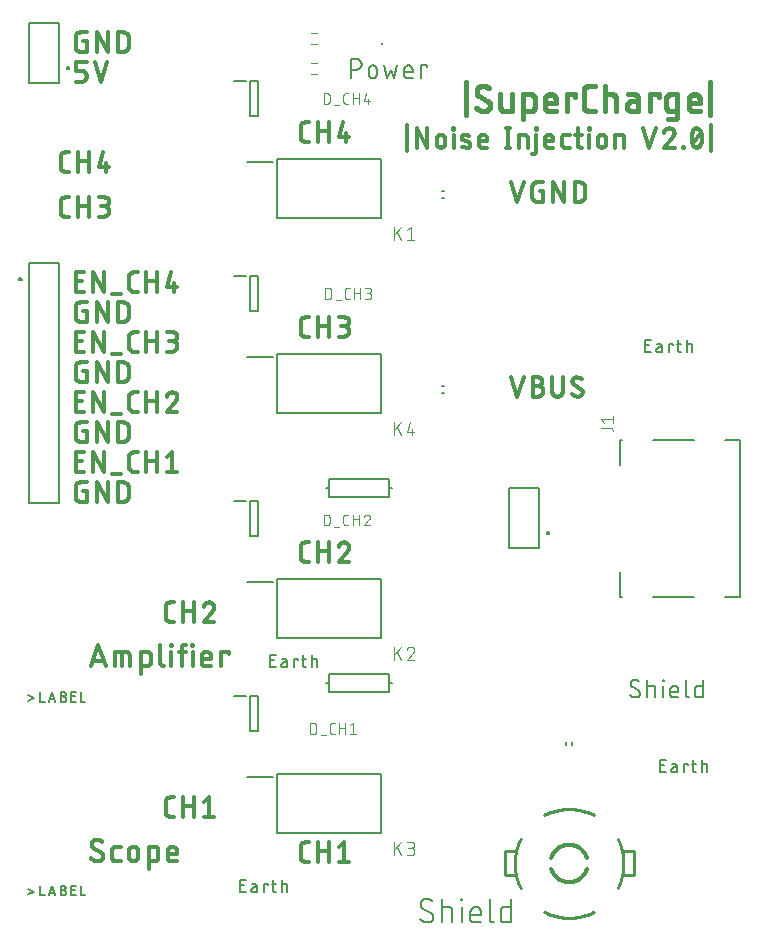
<source format=gbr>
G04 EAGLE Gerber RS-274X export*
G75*
%MOMM*%
%FSLAX34Y34*%
%LPD*%
%INSilkscreen Top*%
%IPPOS*%
%AMOC8*
5,1,8,0,0,1.08239X$1,22.5*%
G01*
%ADD10C,0.177800*%
%ADD11C,0.355600*%
%ADD12C,0.304800*%
%ADD13C,0.101600*%
%ADD14C,0.406400*%
%ADD15C,0.203200*%
%ADD16C,0.200000*%
%ADD17C,0.076200*%
%ADD18C,0.127000*%
%ADD19R,0.250000X0.250000*%
%ADD20C,0.120000*%
%ADD21C,0.254000*%


D10*
X350478Y13589D02*
X350610Y13591D01*
X350742Y13597D01*
X350874Y13607D01*
X351005Y13620D01*
X351136Y13638D01*
X351267Y13659D01*
X351396Y13685D01*
X351525Y13714D01*
X351653Y13747D01*
X351780Y13783D01*
X351906Y13824D01*
X352031Y13868D01*
X352154Y13916D01*
X352276Y13967D01*
X352396Y14022D01*
X352514Y14081D01*
X352631Y14143D01*
X352746Y14209D01*
X352858Y14277D01*
X352969Y14350D01*
X353078Y14425D01*
X353184Y14504D01*
X353288Y14585D01*
X353389Y14670D01*
X353488Y14758D01*
X353584Y14849D01*
X353677Y14942D01*
X353768Y15038D01*
X353856Y15137D01*
X353941Y15238D01*
X354022Y15342D01*
X354101Y15449D01*
X354176Y15557D01*
X354249Y15668D01*
X354317Y15780D01*
X354383Y15895D01*
X354445Y16012D01*
X354504Y16130D01*
X354559Y16250D01*
X354610Y16372D01*
X354658Y16495D01*
X354702Y16620D01*
X354743Y16746D01*
X354779Y16873D01*
X354812Y17001D01*
X354841Y17130D01*
X354867Y17259D01*
X354888Y17390D01*
X354906Y17521D01*
X354919Y17652D01*
X354929Y17784D01*
X354935Y17916D01*
X354937Y18048D01*
X350478Y13589D02*
X350253Y13592D01*
X350027Y13600D01*
X349802Y13613D01*
X349578Y13632D01*
X349354Y13656D01*
X349130Y13686D01*
X348908Y13721D01*
X348686Y13761D01*
X348465Y13807D01*
X348246Y13857D01*
X348027Y13913D01*
X347810Y13975D01*
X347595Y14041D01*
X347381Y14113D01*
X347169Y14189D01*
X346959Y14271D01*
X346751Y14358D01*
X346545Y14449D01*
X346342Y14546D01*
X346140Y14647D01*
X345941Y14753D01*
X345745Y14864D01*
X345552Y14980D01*
X345361Y15100D01*
X345173Y15225D01*
X344989Y15354D01*
X344807Y15487D01*
X344629Y15625D01*
X344454Y15767D01*
X344282Y15913D01*
X344114Y16064D01*
X343950Y16218D01*
X343789Y16376D01*
X344347Y29196D02*
X344349Y29328D01*
X344355Y29460D01*
X344365Y29592D01*
X344378Y29723D01*
X344396Y29854D01*
X344417Y29985D01*
X344443Y30114D01*
X344472Y30243D01*
X344505Y30371D01*
X344541Y30498D01*
X344582Y30624D01*
X344626Y30749D01*
X344674Y30872D01*
X344725Y30994D01*
X344780Y31114D01*
X344839Y31232D01*
X344901Y31349D01*
X344967Y31464D01*
X345035Y31576D01*
X345108Y31687D01*
X345183Y31796D01*
X345262Y31902D01*
X345343Y32006D01*
X345428Y32107D01*
X345516Y32206D01*
X345607Y32302D01*
X345700Y32395D01*
X345796Y32486D01*
X345895Y32574D01*
X345996Y32659D01*
X346100Y32740D01*
X346206Y32819D01*
X346315Y32894D01*
X346426Y32967D01*
X346538Y33035D01*
X346653Y33101D01*
X346770Y33163D01*
X346888Y33222D01*
X347008Y33277D01*
X347130Y33328D01*
X347253Y33376D01*
X347378Y33420D01*
X347504Y33461D01*
X347631Y33497D01*
X347759Y33530D01*
X347888Y33559D01*
X348017Y33585D01*
X348148Y33606D01*
X348279Y33624D01*
X348410Y33637D01*
X348542Y33647D01*
X348674Y33653D01*
X348806Y33655D01*
X349005Y33653D01*
X349204Y33646D01*
X349403Y33634D01*
X349602Y33617D01*
X349800Y33596D01*
X349998Y33570D01*
X350194Y33539D01*
X350391Y33503D01*
X350586Y33463D01*
X350780Y33419D01*
X350973Y33369D01*
X351165Y33315D01*
X351355Y33257D01*
X351544Y33194D01*
X351732Y33126D01*
X351918Y33054D01*
X352102Y32978D01*
X352284Y32897D01*
X352464Y32812D01*
X352642Y32723D01*
X352818Y32629D01*
X352992Y32532D01*
X353163Y32430D01*
X353332Y32324D01*
X353498Y32214D01*
X353662Y32100D01*
X353823Y31983D01*
X346576Y25294D02*
X346464Y25362D01*
X346355Y25433D01*
X346247Y25507D01*
X346142Y25585D01*
X346039Y25665D01*
X345938Y25748D01*
X345840Y25834D01*
X345744Y25923D01*
X345651Y26015D01*
X345561Y26109D01*
X345473Y26206D01*
X345388Y26305D01*
X345306Y26407D01*
X345228Y26511D01*
X345152Y26618D01*
X345079Y26726D01*
X345009Y26837D01*
X344943Y26949D01*
X344880Y27063D01*
X344820Y27179D01*
X344763Y27297D01*
X344710Y27417D01*
X344661Y27537D01*
X344615Y27660D01*
X344572Y27783D01*
X344533Y27908D01*
X344498Y28034D01*
X344466Y28160D01*
X344438Y28288D01*
X344414Y28416D01*
X344393Y28545D01*
X344376Y28675D01*
X344363Y28805D01*
X344354Y28935D01*
X344348Y29065D01*
X344346Y29196D01*
X352707Y21950D02*
X352819Y21882D01*
X352928Y21811D01*
X353036Y21737D01*
X353141Y21659D01*
X353244Y21579D01*
X353345Y21496D01*
X353443Y21410D01*
X353539Y21321D01*
X353632Y21229D01*
X353722Y21135D01*
X353810Y21038D01*
X353895Y20939D01*
X353977Y20837D01*
X354055Y20733D01*
X354131Y20626D01*
X354204Y20518D01*
X354274Y20407D01*
X354340Y20295D01*
X354403Y20181D01*
X354463Y20065D01*
X354520Y19947D01*
X354573Y19827D01*
X354622Y19707D01*
X354668Y19584D01*
X354711Y19461D01*
X354750Y19336D01*
X354785Y19210D01*
X354817Y19084D01*
X354845Y18956D01*
X354869Y18828D01*
X354890Y18699D01*
X354907Y18569D01*
X354920Y18439D01*
X354929Y18309D01*
X354935Y18179D01*
X354937Y18048D01*
X352707Y21950D02*
X346576Y25294D01*
X362206Y33655D02*
X362206Y13589D01*
X362206Y26966D02*
X367780Y26966D01*
X367894Y26964D01*
X368008Y26958D01*
X368122Y26948D01*
X368235Y26935D01*
X368348Y26917D01*
X368460Y26896D01*
X368572Y26871D01*
X368682Y26842D01*
X368792Y26809D01*
X368900Y26773D01*
X369007Y26733D01*
X369112Y26689D01*
X369216Y26642D01*
X369318Y26591D01*
X369419Y26537D01*
X369517Y26479D01*
X369614Y26418D01*
X369708Y26354D01*
X369801Y26287D01*
X369890Y26216D01*
X369978Y26142D01*
X370062Y26066D01*
X370145Y25987D01*
X370224Y25904D01*
X370300Y25820D01*
X370374Y25732D01*
X370445Y25643D01*
X370512Y25550D01*
X370576Y25456D01*
X370637Y25360D01*
X370695Y25261D01*
X370749Y25160D01*
X370800Y25058D01*
X370847Y24954D01*
X370891Y24849D01*
X370931Y24742D01*
X370967Y24634D01*
X371000Y24524D01*
X371029Y24414D01*
X371054Y24302D01*
X371075Y24190D01*
X371093Y24077D01*
X371106Y23964D01*
X371116Y23850D01*
X371122Y23736D01*
X371124Y23622D01*
X371124Y13589D01*
X379024Y13589D02*
X379024Y26966D01*
X378467Y32540D02*
X378467Y33655D01*
X379582Y33655D01*
X379582Y32540D01*
X378467Y32540D01*
X389650Y13589D02*
X395224Y13589D01*
X389650Y13589D02*
X389536Y13591D01*
X389422Y13597D01*
X389308Y13607D01*
X389195Y13620D01*
X389082Y13638D01*
X388970Y13659D01*
X388858Y13684D01*
X388748Y13713D01*
X388638Y13746D01*
X388530Y13782D01*
X388423Y13822D01*
X388318Y13866D01*
X388214Y13913D01*
X388112Y13964D01*
X388011Y14018D01*
X387913Y14076D01*
X387816Y14137D01*
X387722Y14201D01*
X387629Y14268D01*
X387540Y14339D01*
X387452Y14413D01*
X387368Y14489D01*
X387285Y14568D01*
X387206Y14651D01*
X387130Y14735D01*
X387056Y14823D01*
X386985Y14912D01*
X386918Y15005D01*
X386854Y15099D01*
X386793Y15196D01*
X386735Y15294D01*
X386681Y15395D01*
X386630Y15497D01*
X386583Y15601D01*
X386539Y15706D01*
X386499Y15813D01*
X386463Y15921D01*
X386430Y16031D01*
X386401Y16141D01*
X386376Y16253D01*
X386355Y16365D01*
X386337Y16478D01*
X386324Y16591D01*
X386314Y16705D01*
X386308Y16819D01*
X386306Y16933D01*
X386306Y22507D01*
X386308Y22639D01*
X386314Y22771D01*
X386324Y22903D01*
X386337Y23034D01*
X386355Y23165D01*
X386376Y23296D01*
X386402Y23425D01*
X386431Y23554D01*
X386464Y23682D01*
X386500Y23809D01*
X386541Y23935D01*
X386585Y24060D01*
X386633Y24183D01*
X386684Y24305D01*
X386739Y24425D01*
X386798Y24543D01*
X386860Y24660D01*
X386926Y24775D01*
X386994Y24887D01*
X387067Y24998D01*
X387142Y25107D01*
X387221Y25213D01*
X387302Y25317D01*
X387387Y25418D01*
X387475Y25517D01*
X387566Y25613D01*
X387659Y25706D01*
X387755Y25797D01*
X387854Y25885D01*
X387955Y25970D01*
X388059Y26051D01*
X388165Y26130D01*
X388274Y26205D01*
X388385Y26278D01*
X388497Y26346D01*
X388612Y26412D01*
X388729Y26474D01*
X388847Y26533D01*
X388967Y26588D01*
X389089Y26639D01*
X389212Y26687D01*
X389337Y26731D01*
X389463Y26772D01*
X389590Y26808D01*
X389718Y26841D01*
X389847Y26870D01*
X389976Y26896D01*
X390107Y26917D01*
X390238Y26935D01*
X390369Y26948D01*
X390501Y26958D01*
X390633Y26964D01*
X390765Y26966D01*
X390897Y26964D01*
X391029Y26958D01*
X391161Y26948D01*
X391292Y26935D01*
X391423Y26917D01*
X391554Y26896D01*
X391683Y26870D01*
X391812Y26841D01*
X391940Y26808D01*
X392067Y26772D01*
X392193Y26731D01*
X392318Y26687D01*
X392441Y26639D01*
X392563Y26588D01*
X392683Y26533D01*
X392801Y26474D01*
X392918Y26412D01*
X393033Y26346D01*
X393145Y26278D01*
X393256Y26205D01*
X393365Y26130D01*
X393471Y26051D01*
X393575Y25970D01*
X393676Y25885D01*
X393775Y25797D01*
X393871Y25706D01*
X393964Y25613D01*
X394055Y25517D01*
X394143Y25418D01*
X394228Y25317D01*
X394309Y25213D01*
X394388Y25107D01*
X394463Y24998D01*
X394536Y24887D01*
X394604Y24775D01*
X394670Y24660D01*
X394732Y24543D01*
X394791Y24425D01*
X394846Y24305D01*
X394897Y24183D01*
X394945Y24060D01*
X394989Y23935D01*
X395030Y23809D01*
X395066Y23682D01*
X395099Y23554D01*
X395128Y23425D01*
X395154Y23296D01*
X395175Y23165D01*
X395193Y23034D01*
X395206Y22903D01*
X395216Y22771D01*
X395222Y22639D01*
X395224Y22507D01*
X395224Y20278D01*
X386306Y20278D01*
X402744Y16933D02*
X402744Y33655D01*
X402744Y16933D02*
X402746Y16819D01*
X402752Y16705D01*
X402762Y16591D01*
X402775Y16478D01*
X402793Y16365D01*
X402814Y16253D01*
X402839Y16141D01*
X402868Y16031D01*
X402901Y15921D01*
X402937Y15813D01*
X402977Y15706D01*
X403021Y15601D01*
X403068Y15497D01*
X403119Y15395D01*
X403173Y15294D01*
X403231Y15196D01*
X403292Y15099D01*
X403356Y15005D01*
X403423Y14912D01*
X403494Y14823D01*
X403568Y14735D01*
X403644Y14651D01*
X403723Y14568D01*
X403806Y14489D01*
X403890Y14413D01*
X403978Y14339D01*
X404067Y14268D01*
X404160Y14201D01*
X404254Y14137D01*
X404351Y14076D01*
X404449Y14018D01*
X404550Y13964D01*
X404652Y13913D01*
X404756Y13866D01*
X404861Y13822D01*
X404968Y13782D01*
X405076Y13746D01*
X405186Y13713D01*
X405296Y13684D01*
X405408Y13659D01*
X405520Y13638D01*
X405633Y13620D01*
X405746Y13607D01*
X405860Y13597D01*
X405974Y13591D01*
X406088Y13589D01*
X421113Y13589D02*
X421113Y33655D01*
X421113Y13589D02*
X415539Y13589D01*
X415425Y13591D01*
X415311Y13597D01*
X415197Y13607D01*
X415084Y13620D01*
X414971Y13638D01*
X414859Y13659D01*
X414747Y13684D01*
X414637Y13713D01*
X414527Y13746D01*
X414419Y13782D01*
X414312Y13822D01*
X414207Y13866D01*
X414103Y13913D01*
X414001Y13964D01*
X413900Y14018D01*
X413802Y14076D01*
X413705Y14137D01*
X413611Y14201D01*
X413518Y14268D01*
X413429Y14339D01*
X413341Y14413D01*
X413257Y14489D01*
X413174Y14568D01*
X413095Y14651D01*
X413019Y14735D01*
X412945Y14823D01*
X412874Y14912D01*
X412807Y15005D01*
X412743Y15099D01*
X412682Y15196D01*
X412624Y15294D01*
X412570Y15395D01*
X412519Y15497D01*
X412472Y15601D01*
X412428Y15706D01*
X412388Y15813D01*
X412352Y15921D01*
X412319Y16031D01*
X412290Y16141D01*
X412265Y16253D01*
X412244Y16365D01*
X412226Y16478D01*
X412213Y16591D01*
X412203Y16705D01*
X412197Y16819D01*
X412195Y16933D01*
X412195Y23622D01*
X412197Y23736D01*
X412203Y23850D01*
X412213Y23964D01*
X412226Y24077D01*
X412244Y24190D01*
X412265Y24302D01*
X412290Y24414D01*
X412319Y24524D01*
X412352Y24634D01*
X412388Y24742D01*
X412428Y24849D01*
X412472Y24954D01*
X412519Y25058D01*
X412570Y25160D01*
X412624Y25261D01*
X412682Y25359D01*
X412743Y25456D01*
X412807Y25550D01*
X412874Y25643D01*
X412945Y25732D01*
X413019Y25820D01*
X413095Y25904D01*
X413174Y25987D01*
X413257Y26066D01*
X413341Y26142D01*
X413429Y26216D01*
X413518Y26287D01*
X413611Y26354D01*
X413705Y26418D01*
X413802Y26479D01*
X413900Y26537D01*
X414001Y26591D01*
X414103Y26642D01*
X414207Y26689D01*
X414312Y26733D01*
X414419Y26773D01*
X414527Y26809D01*
X414637Y26842D01*
X414747Y26871D01*
X414859Y26896D01*
X414971Y26917D01*
X415084Y26935D01*
X415197Y26948D01*
X415311Y26958D01*
X415425Y26964D01*
X415539Y26966D01*
X421113Y26966D01*
D11*
X75438Y69342D02*
X75436Y69217D01*
X75430Y69092D01*
X75421Y68967D01*
X75407Y68843D01*
X75390Y68719D01*
X75369Y68595D01*
X75344Y68473D01*
X75315Y68351D01*
X75283Y68230D01*
X75247Y68110D01*
X75207Y67991D01*
X75164Y67874D01*
X75117Y67758D01*
X75066Y67643D01*
X75012Y67531D01*
X74954Y67419D01*
X74894Y67310D01*
X74829Y67203D01*
X74762Y67097D01*
X74691Y66994D01*
X74617Y66893D01*
X74540Y66794D01*
X74460Y66698D01*
X74377Y66604D01*
X74292Y66513D01*
X74203Y66424D01*
X74112Y66339D01*
X74018Y66256D01*
X73922Y66176D01*
X73823Y66099D01*
X73722Y66025D01*
X73619Y65954D01*
X73513Y65887D01*
X73406Y65822D01*
X73297Y65762D01*
X73185Y65704D01*
X73073Y65650D01*
X72958Y65599D01*
X72842Y65552D01*
X72725Y65509D01*
X72606Y65469D01*
X72486Y65433D01*
X72365Y65401D01*
X72243Y65372D01*
X72121Y65347D01*
X71997Y65326D01*
X71873Y65309D01*
X71749Y65295D01*
X71624Y65286D01*
X71499Y65280D01*
X71374Y65278D01*
X71169Y65280D01*
X70963Y65288D01*
X70758Y65300D01*
X70554Y65317D01*
X70349Y65339D01*
X70146Y65366D01*
X69943Y65398D01*
X69741Y65435D01*
X69540Y65476D01*
X69339Y65523D01*
X69140Y65574D01*
X68943Y65629D01*
X68747Y65690D01*
X68552Y65755D01*
X68359Y65825D01*
X68167Y65899D01*
X67978Y65978D01*
X67790Y66062D01*
X67604Y66150D01*
X67421Y66242D01*
X67240Y66339D01*
X67061Y66440D01*
X66884Y66545D01*
X66711Y66655D01*
X66540Y66769D01*
X66371Y66886D01*
X66206Y67008D01*
X66043Y67134D01*
X65884Y67263D01*
X65727Y67396D01*
X65574Y67533D01*
X65425Y67674D01*
X65278Y67818D01*
X65786Y79502D02*
X65788Y79627D01*
X65794Y79752D01*
X65803Y79877D01*
X65817Y80001D01*
X65834Y80125D01*
X65855Y80249D01*
X65880Y80371D01*
X65909Y80493D01*
X65941Y80614D01*
X65977Y80734D01*
X66017Y80853D01*
X66060Y80970D01*
X66107Y81086D01*
X66158Y81201D01*
X66212Y81313D01*
X66270Y81425D01*
X66330Y81534D01*
X66395Y81641D01*
X66462Y81747D01*
X66533Y81850D01*
X66607Y81951D01*
X66684Y82050D01*
X66764Y82146D01*
X66847Y82240D01*
X66932Y82331D01*
X67021Y82420D01*
X67112Y82505D01*
X67206Y82588D01*
X67302Y82668D01*
X67401Y82745D01*
X67502Y82819D01*
X67605Y82890D01*
X67711Y82957D01*
X67818Y83022D01*
X67927Y83082D01*
X68039Y83140D01*
X68151Y83194D01*
X68266Y83245D01*
X68382Y83292D01*
X68499Y83335D01*
X68618Y83375D01*
X68738Y83411D01*
X68859Y83443D01*
X68981Y83472D01*
X69103Y83497D01*
X69227Y83518D01*
X69351Y83535D01*
X69475Y83549D01*
X69600Y83558D01*
X69725Y83564D01*
X69850Y83566D01*
X70032Y83564D01*
X70213Y83557D01*
X70394Y83547D01*
X70575Y83531D01*
X70756Y83512D01*
X70936Y83488D01*
X71115Y83460D01*
X71294Y83428D01*
X71472Y83391D01*
X71649Y83351D01*
X71825Y83306D01*
X72000Y83256D01*
X72173Y83203D01*
X72346Y83146D01*
X72516Y83084D01*
X72686Y83019D01*
X72854Y82949D01*
X73020Y82875D01*
X73184Y82798D01*
X73346Y82717D01*
X73507Y82631D01*
X73665Y82542D01*
X73821Y82450D01*
X73975Y82353D01*
X74126Y82253D01*
X74275Y82149D01*
X74422Y82042D01*
X67818Y75946D02*
X67711Y76011D01*
X67605Y76080D01*
X67502Y76152D01*
X67401Y76227D01*
X67302Y76306D01*
X67205Y76387D01*
X67111Y76471D01*
X67020Y76558D01*
X66932Y76648D01*
X66846Y76740D01*
X66763Y76835D01*
X66683Y76933D01*
X66606Y77032D01*
X66532Y77135D01*
X66462Y77239D01*
X66394Y77345D01*
X66330Y77454D01*
X66269Y77564D01*
X66212Y77677D01*
X66158Y77790D01*
X66107Y77906D01*
X66060Y78023D01*
X66017Y78141D01*
X65977Y78261D01*
X65941Y78382D01*
X65909Y78504D01*
X65880Y78626D01*
X65855Y78750D01*
X65834Y78874D01*
X65817Y78999D01*
X65803Y79124D01*
X65794Y79250D01*
X65788Y79376D01*
X65786Y79502D01*
X73407Y72898D02*
X73514Y72833D01*
X73620Y72764D01*
X73723Y72692D01*
X73824Y72617D01*
X73923Y72538D01*
X74020Y72457D01*
X74114Y72373D01*
X74205Y72286D01*
X74293Y72196D01*
X74379Y72104D01*
X74462Y72009D01*
X74542Y71911D01*
X74619Y71812D01*
X74693Y71709D01*
X74763Y71605D01*
X74831Y71499D01*
X74895Y71390D01*
X74956Y71280D01*
X75013Y71167D01*
X75067Y71054D01*
X75118Y70938D01*
X75165Y70821D01*
X75208Y70703D01*
X75248Y70583D01*
X75284Y70462D01*
X75316Y70340D01*
X75345Y70218D01*
X75370Y70094D01*
X75391Y69970D01*
X75408Y69845D01*
X75422Y69720D01*
X75431Y69594D01*
X75437Y69468D01*
X75439Y69342D01*
X73406Y72898D02*
X67818Y75946D01*
X86057Y65278D02*
X90121Y65278D01*
X86057Y65278D02*
X85948Y65280D01*
X85840Y65286D01*
X85731Y65295D01*
X85623Y65309D01*
X85516Y65326D01*
X85409Y65348D01*
X85303Y65373D01*
X85198Y65401D01*
X85094Y65434D01*
X84992Y65470D01*
X84891Y65510D01*
X84791Y65553D01*
X84693Y65600D01*
X84596Y65651D01*
X84502Y65705D01*
X84409Y65762D01*
X84319Y65822D01*
X84230Y65886D01*
X84144Y65953D01*
X84061Y66022D01*
X83980Y66095D01*
X83902Y66171D01*
X83826Y66249D01*
X83753Y66330D01*
X83684Y66413D01*
X83617Y66499D01*
X83553Y66588D01*
X83493Y66678D01*
X83436Y66771D01*
X83382Y66865D01*
X83331Y66962D01*
X83284Y67060D01*
X83241Y67160D01*
X83201Y67261D01*
X83165Y67363D01*
X83132Y67467D01*
X83104Y67572D01*
X83079Y67678D01*
X83057Y67785D01*
X83040Y67892D01*
X83026Y68000D01*
X83017Y68109D01*
X83011Y68217D01*
X83009Y68326D01*
X83009Y74422D01*
X83011Y74531D01*
X83017Y74639D01*
X83026Y74748D01*
X83040Y74856D01*
X83057Y74963D01*
X83079Y75070D01*
X83104Y75176D01*
X83132Y75281D01*
X83165Y75385D01*
X83201Y75487D01*
X83241Y75588D01*
X83284Y75688D01*
X83331Y75786D01*
X83382Y75883D01*
X83436Y75977D01*
X83493Y76070D01*
X83553Y76160D01*
X83617Y76249D01*
X83684Y76335D01*
X83753Y76418D01*
X83826Y76499D01*
X83902Y76577D01*
X83980Y76653D01*
X84061Y76726D01*
X84144Y76795D01*
X84230Y76862D01*
X84319Y76926D01*
X84409Y76986D01*
X84502Y77043D01*
X84596Y77097D01*
X84693Y77148D01*
X84791Y77195D01*
X84891Y77238D01*
X84992Y77278D01*
X85094Y77314D01*
X85198Y77347D01*
X85303Y77375D01*
X85409Y77400D01*
X85516Y77422D01*
X85623Y77439D01*
X85731Y77453D01*
X85840Y77462D01*
X85948Y77468D01*
X86057Y77470D01*
X90121Y77470D01*
X97191Y73406D02*
X97191Y69342D01*
X97191Y73406D02*
X97193Y73532D01*
X97199Y73659D01*
X97209Y73785D01*
X97222Y73910D01*
X97240Y74036D01*
X97262Y74160D01*
X97287Y74284D01*
X97316Y74407D01*
X97349Y74529D01*
X97386Y74650D01*
X97427Y74770D01*
X97471Y74888D01*
X97519Y75005D01*
X97570Y75120D01*
X97625Y75234D01*
X97684Y75346D01*
X97746Y75456D01*
X97812Y75564D01*
X97880Y75670D01*
X97952Y75774D01*
X98028Y75876D01*
X98106Y75975D01*
X98187Y76072D01*
X98272Y76166D01*
X98359Y76257D01*
X98449Y76346D01*
X98542Y76432D01*
X98637Y76515D01*
X98735Y76595D01*
X98836Y76671D01*
X98938Y76745D01*
X99043Y76816D01*
X99150Y76883D01*
X99260Y76946D01*
X99371Y77007D01*
X99484Y77064D01*
X99598Y77117D01*
X99714Y77167D01*
X99832Y77213D01*
X99951Y77255D01*
X100072Y77294D01*
X100193Y77329D01*
X100315Y77360D01*
X100439Y77387D01*
X100563Y77411D01*
X100688Y77430D01*
X100813Y77446D01*
X100939Y77458D01*
X101065Y77466D01*
X101192Y77470D01*
X101318Y77470D01*
X101445Y77466D01*
X101571Y77458D01*
X101697Y77446D01*
X101822Y77430D01*
X101947Y77411D01*
X102071Y77387D01*
X102195Y77360D01*
X102317Y77329D01*
X102438Y77294D01*
X102559Y77255D01*
X102678Y77213D01*
X102796Y77167D01*
X102912Y77117D01*
X103026Y77064D01*
X103139Y77007D01*
X103250Y76946D01*
X103360Y76883D01*
X103467Y76816D01*
X103572Y76745D01*
X103674Y76671D01*
X103775Y76595D01*
X103873Y76515D01*
X103968Y76432D01*
X104061Y76346D01*
X104151Y76257D01*
X104238Y76166D01*
X104323Y76072D01*
X104404Y75975D01*
X104482Y75876D01*
X104558Y75774D01*
X104630Y75670D01*
X104698Y75564D01*
X104764Y75456D01*
X104826Y75346D01*
X104885Y75234D01*
X104940Y75120D01*
X104991Y75005D01*
X105039Y74888D01*
X105083Y74770D01*
X105124Y74650D01*
X105161Y74529D01*
X105194Y74407D01*
X105223Y74284D01*
X105248Y74160D01*
X105270Y74036D01*
X105288Y73910D01*
X105301Y73785D01*
X105311Y73659D01*
X105317Y73532D01*
X105319Y73406D01*
X105319Y69342D01*
X105317Y69216D01*
X105311Y69089D01*
X105301Y68963D01*
X105288Y68838D01*
X105270Y68712D01*
X105248Y68588D01*
X105223Y68464D01*
X105194Y68341D01*
X105161Y68219D01*
X105124Y68098D01*
X105083Y67978D01*
X105039Y67860D01*
X104991Y67743D01*
X104940Y67628D01*
X104885Y67514D01*
X104826Y67402D01*
X104764Y67292D01*
X104698Y67184D01*
X104630Y67078D01*
X104558Y66974D01*
X104482Y66872D01*
X104404Y66773D01*
X104323Y66676D01*
X104238Y66582D01*
X104151Y66491D01*
X104061Y66402D01*
X103968Y66316D01*
X103873Y66233D01*
X103775Y66153D01*
X103674Y66077D01*
X103572Y66003D01*
X103467Y65932D01*
X103360Y65865D01*
X103250Y65802D01*
X103139Y65741D01*
X103026Y65684D01*
X102912Y65631D01*
X102796Y65581D01*
X102678Y65535D01*
X102559Y65493D01*
X102438Y65454D01*
X102317Y65419D01*
X102195Y65388D01*
X102071Y65361D01*
X101947Y65337D01*
X101822Y65318D01*
X101697Y65302D01*
X101571Y65290D01*
X101445Y65282D01*
X101318Y65278D01*
X101192Y65278D01*
X101065Y65282D01*
X100939Y65290D01*
X100813Y65302D01*
X100688Y65318D01*
X100563Y65337D01*
X100439Y65361D01*
X100315Y65388D01*
X100193Y65419D01*
X100072Y65454D01*
X99951Y65493D01*
X99832Y65535D01*
X99714Y65581D01*
X99598Y65631D01*
X99484Y65684D01*
X99371Y65741D01*
X99260Y65802D01*
X99150Y65865D01*
X99043Y65932D01*
X98938Y66003D01*
X98836Y66077D01*
X98735Y66153D01*
X98637Y66233D01*
X98542Y66316D01*
X98449Y66402D01*
X98359Y66491D01*
X98272Y66582D01*
X98187Y66676D01*
X98106Y66773D01*
X98028Y66872D01*
X97952Y66974D01*
X97880Y67078D01*
X97812Y67184D01*
X97746Y67292D01*
X97684Y67402D01*
X97625Y67514D01*
X97570Y67628D01*
X97519Y67743D01*
X97471Y67860D01*
X97427Y67978D01*
X97386Y68098D01*
X97349Y68219D01*
X97316Y68341D01*
X97287Y68464D01*
X97262Y68588D01*
X97240Y68712D01*
X97222Y68838D01*
X97209Y68963D01*
X97199Y69089D01*
X97193Y69216D01*
X97191Y69342D01*
X113994Y77470D02*
X113994Y59182D01*
X113994Y77470D02*
X119074Y77470D01*
X119183Y77468D01*
X119291Y77462D01*
X119400Y77453D01*
X119508Y77439D01*
X119615Y77422D01*
X119722Y77400D01*
X119828Y77375D01*
X119933Y77347D01*
X120037Y77314D01*
X120139Y77278D01*
X120240Y77238D01*
X120340Y77195D01*
X120438Y77148D01*
X120535Y77097D01*
X120629Y77043D01*
X120722Y76986D01*
X120812Y76926D01*
X120901Y76862D01*
X120987Y76795D01*
X121070Y76726D01*
X121151Y76653D01*
X121229Y76577D01*
X121305Y76499D01*
X121378Y76418D01*
X121447Y76335D01*
X121514Y76249D01*
X121578Y76160D01*
X121638Y76070D01*
X121695Y75977D01*
X121749Y75883D01*
X121800Y75786D01*
X121847Y75688D01*
X121890Y75588D01*
X121930Y75487D01*
X121966Y75385D01*
X121999Y75281D01*
X122027Y75176D01*
X122052Y75070D01*
X122074Y74963D01*
X122091Y74856D01*
X122105Y74748D01*
X122114Y74639D01*
X122120Y74531D01*
X122122Y74422D01*
X122122Y68326D01*
X122120Y68217D01*
X122114Y68109D01*
X122105Y68000D01*
X122091Y67892D01*
X122074Y67785D01*
X122052Y67678D01*
X122027Y67572D01*
X121999Y67467D01*
X121966Y67363D01*
X121930Y67261D01*
X121890Y67160D01*
X121847Y67060D01*
X121800Y66962D01*
X121749Y66865D01*
X121695Y66771D01*
X121638Y66678D01*
X121578Y66588D01*
X121514Y66499D01*
X121447Y66413D01*
X121378Y66330D01*
X121305Y66249D01*
X121229Y66171D01*
X121151Y66095D01*
X121070Y66022D01*
X120987Y65953D01*
X120901Y65886D01*
X120812Y65822D01*
X120722Y65762D01*
X120629Y65705D01*
X120535Y65651D01*
X120438Y65600D01*
X120340Y65553D01*
X120240Y65510D01*
X120139Y65470D01*
X120037Y65434D01*
X119933Y65401D01*
X119828Y65373D01*
X119722Y65348D01*
X119615Y65326D01*
X119508Y65309D01*
X119400Y65295D01*
X119291Y65286D01*
X119183Y65280D01*
X119074Y65278D01*
X113994Y65278D01*
X132990Y65278D02*
X138070Y65278D01*
X132990Y65278D02*
X132881Y65280D01*
X132773Y65286D01*
X132664Y65295D01*
X132556Y65309D01*
X132449Y65326D01*
X132342Y65348D01*
X132236Y65373D01*
X132131Y65401D01*
X132027Y65434D01*
X131925Y65470D01*
X131824Y65510D01*
X131724Y65553D01*
X131626Y65600D01*
X131529Y65651D01*
X131435Y65705D01*
X131342Y65762D01*
X131252Y65822D01*
X131163Y65886D01*
X131077Y65953D01*
X130994Y66022D01*
X130913Y66095D01*
X130835Y66171D01*
X130759Y66249D01*
X130686Y66330D01*
X130617Y66413D01*
X130550Y66499D01*
X130486Y66588D01*
X130426Y66678D01*
X130369Y66771D01*
X130315Y66865D01*
X130264Y66962D01*
X130217Y67060D01*
X130174Y67160D01*
X130134Y67261D01*
X130098Y67363D01*
X130065Y67467D01*
X130037Y67572D01*
X130012Y67678D01*
X129990Y67785D01*
X129973Y67892D01*
X129959Y68000D01*
X129950Y68109D01*
X129944Y68217D01*
X129942Y68326D01*
X129942Y73406D01*
X129944Y73532D01*
X129950Y73659D01*
X129960Y73785D01*
X129973Y73910D01*
X129991Y74036D01*
X130013Y74160D01*
X130038Y74284D01*
X130067Y74407D01*
X130100Y74529D01*
X130137Y74650D01*
X130178Y74770D01*
X130222Y74888D01*
X130270Y75005D01*
X130321Y75120D01*
X130376Y75234D01*
X130435Y75346D01*
X130497Y75456D01*
X130563Y75564D01*
X130631Y75670D01*
X130703Y75774D01*
X130779Y75876D01*
X130857Y75975D01*
X130938Y76072D01*
X131023Y76166D01*
X131110Y76257D01*
X131200Y76346D01*
X131293Y76432D01*
X131388Y76515D01*
X131486Y76595D01*
X131587Y76671D01*
X131689Y76745D01*
X131794Y76816D01*
X131901Y76883D01*
X132011Y76946D01*
X132122Y77007D01*
X132235Y77064D01*
X132349Y77117D01*
X132465Y77167D01*
X132583Y77213D01*
X132702Y77255D01*
X132823Y77294D01*
X132944Y77329D01*
X133066Y77360D01*
X133190Y77387D01*
X133314Y77411D01*
X133439Y77430D01*
X133564Y77446D01*
X133690Y77458D01*
X133816Y77466D01*
X133943Y77470D01*
X134069Y77470D01*
X134196Y77466D01*
X134322Y77458D01*
X134448Y77446D01*
X134573Y77430D01*
X134698Y77411D01*
X134822Y77387D01*
X134946Y77360D01*
X135068Y77329D01*
X135189Y77294D01*
X135310Y77255D01*
X135429Y77213D01*
X135547Y77167D01*
X135663Y77117D01*
X135777Y77064D01*
X135890Y77007D01*
X136001Y76946D01*
X136111Y76883D01*
X136218Y76816D01*
X136323Y76745D01*
X136425Y76671D01*
X136526Y76595D01*
X136624Y76515D01*
X136719Y76432D01*
X136812Y76346D01*
X136902Y76257D01*
X136989Y76166D01*
X137074Y76072D01*
X137155Y75975D01*
X137233Y75876D01*
X137309Y75774D01*
X137381Y75670D01*
X137449Y75564D01*
X137515Y75456D01*
X137577Y75346D01*
X137636Y75234D01*
X137691Y75120D01*
X137742Y75005D01*
X137790Y74888D01*
X137834Y74770D01*
X137875Y74650D01*
X137912Y74529D01*
X137945Y74407D01*
X137974Y74284D01*
X137999Y74160D01*
X138021Y74036D01*
X138039Y73910D01*
X138052Y73785D01*
X138062Y73659D01*
X138068Y73532D01*
X138070Y73406D01*
X138070Y71374D01*
X129942Y71374D01*
X65278Y230378D02*
X71374Y248666D01*
X77470Y230378D01*
X75946Y234950D02*
X66802Y234950D01*
X85670Y230378D02*
X85670Y242570D01*
X94814Y242570D01*
X94923Y242568D01*
X95031Y242562D01*
X95140Y242553D01*
X95248Y242539D01*
X95355Y242522D01*
X95462Y242500D01*
X95568Y242475D01*
X95673Y242447D01*
X95777Y242414D01*
X95879Y242378D01*
X95980Y242338D01*
X96080Y242295D01*
X96178Y242248D01*
X96275Y242197D01*
X96369Y242143D01*
X96462Y242086D01*
X96552Y242026D01*
X96641Y241962D01*
X96727Y241895D01*
X96810Y241826D01*
X96891Y241753D01*
X96969Y241677D01*
X97045Y241599D01*
X97118Y241518D01*
X97187Y241435D01*
X97254Y241349D01*
X97318Y241260D01*
X97378Y241170D01*
X97435Y241077D01*
X97489Y240983D01*
X97540Y240886D01*
X97587Y240788D01*
X97630Y240688D01*
X97670Y240587D01*
X97706Y240485D01*
X97739Y240381D01*
X97767Y240276D01*
X97792Y240170D01*
X97814Y240063D01*
X97831Y239956D01*
X97845Y239848D01*
X97854Y239739D01*
X97860Y239631D01*
X97862Y239522D01*
X97862Y230378D01*
X91766Y230378D02*
X91766Y242570D01*
X107594Y242570D02*
X107594Y224282D01*
X107594Y242570D02*
X112674Y242570D01*
X112783Y242568D01*
X112891Y242562D01*
X113000Y242553D01*
X113108Y242539D01*
X113215Y242522D01*
X113322Y242500D01*
X113428Y242475D01*
X113533Y242447D01*
X113637Y242414D01*
X113739Y242378D01*
X113840Y242338D01*
X113940Y242295D01*
X114038Y242248D01*
X114135Y242197D01*
X114229Y242143D01*
X114322Y242086D01*
X114412Y242026D01*
X114501Y241962D01*
X114587Y241895D01*
X114670Y241826D01*
X114751Y241753D01*
X114829Y241677D01*
X114905Y241599D01*
X114978Y241518D01*
X115047Y241435D01*
X115114Y241349D01*
X115178Y241260D01*
X115238Y241170D01*
X115295Y241077D01*
X115349Y240983D01*
X115400Y240886D01*
X115447Y240788D01*
X115490Y240688D01*
X115530Y240587D01*
X115566Y240485D01*
X115599Y240381D01*
X115627Y240276D01*
X115652Y240170D01*
X115674Y240063D01*
X115691Y239956D01*
X115705Y239848D01*
X115714Y239739D01*
X115720Y239631D01*
X115722Y239522D01*
X115722Y233426D01*
X115720Y233317D01*
X115714Y233209D01*
X115705Y233100D01*
X115691Y232992D01*
X115674Y232885D01*
X115652Y232778D01*
X115627Y232672D01*
X115599Y232567D01*
X115566Y232463D01*
X115530Y232361D01*
X115490Y232260D01*
X115447Y232160D01*
X115400Y232062D01*
X115349Y231965D01*
X115295Y231871D01*
X115238Y231778D01*
X115178Y231688D01*
X115114Y231599D01*
X115047Y231513D01*
X114978Y231430D01*
X114905Y231349D01*
X114829Y231271D01*
X114751Y231195D01*
X114670Y231122D01*
X114587Y231053D01*
X114501Y230986D01*
X114412Y230922D01*
X114322Y230862D01*
X114229Y230805D01*
X114135Y230751D01*
X114038Y230700D01*
X113940Y230653D01*
X113840Y230610D01*
X113739Y230570D01*
X113637Y230534D01*
X113533Y230501D01*
X113428Y230473D01*
X113322Y230448D01*
X113215Y230426D01*
X113108Y230409D01*
X113000Y230395D01*
X112891Y230386D01*
X112783Y230380D01*
X112674Y230378D01*
X107594Y230378D01*
X123713Y233426D02*
X123713Y248666D01*
X123713Y233426D02*
X123715Y233317D01*
X123721Y233209D01*
X123730Y233100D01*
X123744Y232992D01*
X123761Y232885D01*
X123783Y232778D01*
X123808Y232672D01*
X123836Y232567D01*
X123869Y232463D01*
X123905Y232361D01*
X123945Y232260D01*
X123988Y232160D01*
X124035Y232062D01*
X124086Y231965D01*
X124140Y231871D01*
X124197Y231778D01*
X124257Y231688D01*
X124321Y231599D01*
X124388Y231513D01*
X124457Y231430D01*
X124530Y231349D01*
X124606Y231271D01*
X124684Y231195D01*
X124765Y231122D01*
X124848Y231053D01*
X124934Y230986D01*
X125023Y230922D01*
X125113Y230862D01*
X125206Y230805D01*
X125300Y230751D01*
X125397Y230700D01*
X125495Y230653D01*
X125595Y230610D01*
X125696Y230570D01*
X125798Y230534D01*
X125902Y230501D01*
X126007Y230473D01*
X126113Y230448D01*
X126220Y230426D01*
X126327Y230409D01*
X126435Y230395D01*
X126544Y230386D01*
X126652Y230380D01*
X126761Y230378D01*
X133168Y230378D02*
X133168Y242570D01*
X132660Y247650D02*
X132660Y248666D01*
X133676Y248666D01*
X133676Y247650D01*
X132660Y247650D01*
X141872Y245618D02*
X141872Y230378D01*
X141872Y245618D02*
X141874Y245727D01*
X141880Y245835D01*
X141889Y245944D01*
X141903Y246052D01*
X141920Y246159D01*
X141942Y246266D01*
X141967Y246372D01*
X141995Y246477D01*
X142028Y246581D01*
X142064Y246683D01*
X142104Y246784D01*
X142147Y246884D01*
X142194Y246982D01*
X142245Y247079D01*
X142299Y247173D01*
X142356Y247266D01*
X142416Y247356D01*
X142480Y247445D01*
X142547Y247531D01*
X142616Y247614D01*
X142689Y247695D01*
X142765Y247773D01*
X142843Y247849D01*
X142924Y247922D01*
X143007Y247991D01*
X143093Y248058D01*
X143182Y248122D01*
X143272Y248182D01*
X143365Y248239D01*
X143459Y248293D01*
X143556Y248344D01*
X143654Y248391D01*
X143754Y248434D01*
X143855Y248474D01*
X143957Y248510D01*
X144061Y248543D01*
X144166Y248571D01*
X144272Y248596D01*
X144379Y248618D01*
X144486Y248635D01*
X144594Y248649D01*
X144703Y248658D01*
X144811Y248664D01*
X144920Y248666D01*
X145936Y248666D01*
X145936Y242570D02*
X139840Y242570D01*
X151089Y242570D02*
X151089Y230378D01*
X150581Y247650D02*
X150581Y248666D01*
X151597Y248666D01*
X151597Y247650D01*
X150581Y247650D01*
X161814Y230378D02*
X166894Y230378D01*
X161814Y230378D02*
X161705Y230380D01*
X161597Y230386D01*
X161488Y230395D01*
X161380Y230409D01*
X161273Y230426D01*
X161166Y230448D01*
X161060Y230473D01*
X160955Y230501D01*
X160851Y230534D01*
X160749Y230570D01*
X160648Y230610D01*
X160548Y230653D01*
X160450Y230700D01*
X160353Y230751D01*
X160259Y230805D01*
X160166Y230862D01*
X160076Y230922D01*
X159987Y230986D01*
X159901Y231053D01*
X159818Y231122D01*
X159737Y231195D01*
X159659Y231271D01*
X159583Y231349D01*
X159510Y231430D01*
X159441Y231513D01*
X159374Y231599D01*
X159310Y231688D01*
X159250Y231778D01*
X159193Y231871D01*
X159139Y231965D01*
X159088Y232062D01*
X159041Y232160D01*
X158998Y232260D01*
X158958Y232361D01*
X158922Y232463D01*
X158889Y232567D01*
X158861Y232672D01*
X158836Y232778D01*
X158814Y232885D01*
X158797Y232992D01*
X158783Y233100D01*
X158774Y233209D01*
X158768Y233317D01*
X158766Y233426D01*
X158766Y238506D01*
X158768Y238632D01*
X158774Y238759D01*
X158784Y238885D01*
X158797Y239010D01*
X158815Y239136D01*
X158837Y239260D01*
X158862Y239384D01*
X158891Y239507D01*
X158924Y239629D01*
X158961Y239750D01*
X159002Y239870D01*
X159046Y239988D01*
X159094Y240105D01*
X159145Y240220D01*
X159200Y240334D01*
X159259Y240446D01*
X159321Y240556D01*
X159387Y240664D01*
X159455Y240770D01*
X159527Y240874D01*
X159603Y240976D01*
X159681Y241075D01*
X159762Y241172D01*
X159847Y241266D01*
X159934Y241357D01*
X160024Y241446D01*
X160117Y241532D01*
X160212Y241615D01*
X160310Y241695D01*
X160411Y241771D01*
X160513Y241845D01*
X160618Y241916D01*
X160725Y241983D01*
X160835Y242046D01*
X160946Y242107D01*
X161059Y242164D01*
X161173Y242217D01*
X161289Y242267D01*
X161407Y242313D01*
X161526Y242355D01*
X161647Y242394D01*
X161768Y242429D01*
X161890Y242460D01*
X162014Y242487D01*
X162138Y242511D01*
X162263Y242530D01*
X162388Y242546D01*
X162514Y242558D01*
X162640Y242566D01*
X162767Y242570D01*
X162893Y242570D01*
X163020Y242566D01*
X163146Y242558D01*
X163272Y242546D01*
X163397Y242530D01*
X163522Y242511D01*
X163646Y242487D01*
X163770Y242460D01*
X163892Y242429D01*
X164013Y242394D01*
X164134Y242355D01*
X164253Y242313D01*
X164371Y242267D01*
X164487Y242217D01*
X164601Y242164D01*
X164714Y242107D01*
X164825Y242046D01*
X164935Y241983D01*
X165042Y241916D01*
X165147Y241845D01*
X165249Y241771D01*
X165350Y241695D01*
X165448Y241615D01*
X165543Y241532D01*
X165636Y241446D01*
X165726Y241357D01*
X165813Y241266D01*
X165898Y241172D01*
X165979Y241075D01*
X166057Y240976D01*
X166133Y240874D01*
X166205Y240770D01*
X166273Y240664D01*
X166339Y240556D01*
X166401Y240446D01*
X166460Y240334D01*
X166515Y240220D01*
X166566Y240105D01*
X166614Y239988D01*
X166658Y239870D01*
X166699Y239750D01*
X166736Y239629D01*
X166769Y239507D01*
X166798Y239384D01*
X166823Y239260D01*
X166845Y239136D01*
X166863Y239010D01*
X166876Y238885D01*
X166886Y238759D01*
X166892Y238632D01*
X166894Y238506D01*
X166894Y236474D01*
X158766Y236474D01*
X175592Y230378D02*
X175592Y242570D01*
X181688Y242570D01*
X181688Y240538D01*
D12*
X61355Y378855D02*
X58646Y378855D01*
X61355Y378855D02*
X61355Y369824D01*
X55936Y369824D01*
X55818Y369826D01*
X55700Y369832D01*
X55582Y369841D01*
X55465Y369855D01*
X55348Y369872D01*
X55231Y369893D01*
X55116Y369918D01*
X55001Y369947D01*
X54887Y369980D01*
X54775Y370016D01*
X54664Y370056D01*
X54554Y370099D01*
X54445Y370146D01*
X54338Y370196D01*
X54233Y370251D01*
X54130Y370308D01*
X54029Y370369D01*
X53929Y370433D01*
X53832Y370500D01*
X53737Y370570D01*
X53645Y370644D01*
X53554Y370720D01*
X53467Y370800D01*
X53382Y370882D01*
X53300Y370967D01*
X53220Y371054D01*
X53144Y371145D01*
X53070Y371237D01*
X53000Y371332D01*
X52933Y371429D01*
X52869Y371529D01*
X52808Y371630D01*
X52751Y371733D01*
X52696Y371838D01*
X52646Y371945D01*
X52599Y372054D01*
X52556Y372164D01*
X52516Y372275D01*
X52480Y372387D01*
X52447Y372501D01*
X52418Y372616D01*
X52393Y372731D01*
X52372Y372848D01*
X52355Y372965D01*
X52341Y373082D01*
X52332Y373200D01*
X52326Y373318D01*
X52324Y373436D01*
X52324Y382468D01*
X52326Y382586D01*
X52332Y382704D01*
X52341Y382822D01*
X52355Y382939D01*
X52372Y383056D01*
X52393Y383173D01*
X52418Y383288D01*
X52447Y383403D01*
X52480Y383517D01*
X52516Y383629D01*
X52556Y383740D01*
X52599Y383850D01*
X52646Y383959D01*
X52696Y384066D01*
X52750Y384171D01*
X52808Y384274D01*
X52869Y384375D01*
X52933Y384475D01*
X53000Y384572D01*
X53070Y384667D01*
X53144Y384759D01*
X53220Y384850D01*
X53300Y384937D01*
X53382Y385022D01*
X53467Y385104D01*
X53554Y385184D01*
X53645Y385260D01*
X53737Y385334D01*
X53832Y385404D01*
X53929Y385471D01*
X54029Y385535D01*
X54130Y385596D01*
X54233Y385653D01*
X54338Y385707D01*
X54445Y385758D01*
X54554Y385805D01*
X54664Y385848D01*
X54775Y385888D01*
X54887Y385924D01*
X55001Y385957D01*
X55116Y385986D01*
X55231Y386011D01*
X55348Y386032D01*
X55465Y386049D01*
X55582Y386063D01*
X55700Y386072D01*
X55818Y386078D01*
X55936Y386080D01*
X61355Y386080D01*
X70191Y386080D02*
X70191Y369824D01*
X79222Y369824D02*
X70191Y386080D01*
X79222Y386080D02*
X79222Y369824D01*
X88058Y369824D02*
X88058Y386080D01*
X92574Y386080D01*
X92705Y386078D01*
X92837Y386072D01*
X92968Y386063D01*
X93098Y386049D01*
X93229Y386032D01*
X93358Y386011D01*
X93487Y385987D01*
X93615Y385958D01*
X93743Y385926D01*
X93869Y385890D01*
X93994Y385851D01*
X94119Y385808D01*
X94241Y385761D01*
X94363Y385711D01*
X94483Y385657D01*
X94601Y385600D01*
X94717Y385539D01*
X94832Y385475D01*
X94945Y385408D01*
X95056Y385337D01*
X95164Y385263D01*
X95271Y385186D01*
X95375Y385106D01*
X95477Y385023D01*
X95576Y384938D01*
X95673Y384849D01*
X95767Y384757D01*
X95859Y384663D01*
X95948Y384566D01*
X96033Y384467D01*
X96116Y384365D01*
X96196Y384261D01*
X96273Y384154D01*
X96347Y384046D01*
X96418Y383935D01*
X96485Y383822D01*
X96549Y383707D01*
X96610Y383591D01*
X96667Y383473D01*
X96721Y383353D01*
X96771Y383231D01*
X96818Y383109D01*
X96861Y382984D01*
X96900Y382859D01*
X96936Y382733D01*
X96968Y382605D01*
X96997Y382477D01*
X97021Y382348D01*
X97042Y382219D01*
X97059Y382088D01*
X97073Y381958D01*
X97082Y381827D01*
X97088Y381695D01*
X97090Y381564D01*
X97089Y381564D02*
X97089Y374340D01*
X97090Y374340D02*
X97088Y374209D01*
X97082Y374077D01*
X97073Y373946D01*
X97059Y373816D01*
X97042Y373685D01*
X97021Y373556D01*
X96997Y373427D01*
X96968Y373299D01*
X96936Y373171D01*
X96900Y373045D01*
X96861Y372920D01*
X96818Y372795D01*
X96771Y372673D01*
X96721Y372551D01*
X96667Y372431D01*
X96610Y372313D01*
X96549Y372197D01*
X96485Y372082D01*
X96418Y371969D01*
X96347Y371858D01*
X96273Y371750D01*
X96196Y371643D01*
X96116Y371539D01*
X96033Y371437D01*
X95948Y371338D01*
X95859Y371241D01*
X95767Y371147D01*
X95673Y371055D01*
X95576Y370966D01*
X95477Y370881D01*
X95375Y370798D01*
X95271Y370718D01*
X95164Y370641D01*
X95056Y370567D01*
X94945Y370496D01*
X94832Y370429D01*
X94717Y370365D01*
X94601Y370304D01*
X94483Y370247D01*
X94363Y370193D01*
X94241Y370143D01*
X94119Y370096D01*
X93994Y370053D01*
X93869Y370014D01*
X93743Y369978D01*
X93615Y369946D01*
X93487Y369917D01*
X93358Y369893D01*
X93228Y369872D01*
X93098Y369855D01*
X92968Y369841D01*
X92837Y369832D01*
X92705Y369826D01*
X92574Y369824D01*
X88058Y369824D01*
X61355Y429655D02*
X58646Y429655D01*
X61355Y429655D02*
X61355Y420624D01*
X55936Y420624D01*
X55818Y420626D01*
X55700Y420632D01*
X55582Y420641D01*
X55465Y420655D01*
X55348Y420672D01*
X55231Y420693D01*
X55116Y420718D01*
X55001Y420747D01*
X54887Y420780D01*
X54775Y420816D01*
X54664Y420856D01*
X54554Y420899D01*
X54445Y420946D01*
X54338Y420996D01*
X54233Y421051D01*
X54130Y421108D01*
X54029Y421169D01*
X53929Y421233D01*
X53832Y421300D01*
X53737Y421370D01*
X53645Y421444D01*
X53554Y421520D01*
X53467Y421600D01*
X53382Y421682D01*
X53300Y421767D01*
X53220Y421854D01*
X53144Y421945D01*
X53070Y422037D01*
X53000Y422132D01*
X52933Y422229D01*
X52869Y422329D01*
X52808Y422430D01*
X52751Y422533D01*
X52696Y422638D01*
X52646Y422745D01*
X52599Y422854D01*
X52556Y422964D01*
X52516Y423075D01*
X52480Y423187D01*
X52447Y423301D01*
X52418Y423416D01*
X52393Y423531D01*
X52372Y423648D01*
X52355Y423765D01*
X52341Y423882D01*
X52332Y424000D01*
X52326Y424118D01*
X52324Y424236D01*
X52324Y433268D01*
X52326Y433386D01*
X52332Y433504D01*
X52341Y433622D01*
X52355Y433739D01*
X52372Y433856D01*
X52393Y433973D01*
X52418Y434088D01*
X52447Y434203D01*
X52480Y434317D01*
X52516Y434429D01*
X52556Y434540D01*
X52599Y434650D01*
X52646Y434759D01*
X52696Y434866D01*
X52750Y434971D01*
X52808Y435074D01*
X52869Y435175D01*
X52933Y435275D01*
X53000Y435372D01*
X53070Y435467D01*
X53144Y435559D01*
X53220Y435650D01*
X53300Y435737D01*
X53382Y435822D01*
X53467Y435904D01*
X53554Y435984D01*
X53645Y436060D01*
X53737Y436134D01*
X53832Y436204D01*
X53929Y436271D01*
X54029Y436335D01*
X54130Y436396D01*
X54233Y436453D01*
X54338Y436507D01*
X54445Y436558D01*
X54554Y436605D01*
X54664Y436648D01*
X54775Y436688D01*
X54887Y436724D01*
X55001Y436757D01*
X55116Y436786D01*
X55231Y436811D01*
X55348Y436832D01*
X55465Y436849D01*
X55582Y436863D01*
X55700Y436872D01*
X55818Y436878D01*
X55936Y436880D01*
X61355Y436880D01*
X70191Y436880D02*
X70191Y420624D01*
X79222Y420624D02*
X70191Y436880D01*
X79222Y436880D02*
X79222Y420624D01*
X88058Y420624D02*
X88058Y436880D01*
X92574Y436880D01*
X92705Y436878D01*
X92837Y436872D01*
X92968Y436863D01*
X93098Y436849D01*
X93229Y436832D01*
X93358Y436811D01*
X93487Y436787D01*
X93615Y436758D01*
X93743Y436726D01*
X93869Y436690D01*
X93994Y436651D01*
X94119Y436608D01*
X94241Y436561D01*
X94363Y436511D01*
X94483Y436457D01*
X94601Y436400D01*
X94717Y436339D01*
X94832Y436275D01*
X94945Y436208D01*
X95056Y436137D01*
X95164Y436063D01*
X95271Y435986D01*
X95375Y435906D01*
X95477Y435823D01*
X95576Y435738D01*
X95673Y435649D01*
X95767Y435557D01*
X95859Y435463D01*
X95948Y435366D01*
X96033Y435267D01*
X96116Y435165D01*
X96196Y435061D01*
X96273Y434954D01*
X96347Y434846D01*
X96418Y434735D01*
X96485Y434622D01*
X96549Y434507D01*
X96610Y434391D01*
X96667Y434273D01*
X96721Y434153D01*
X96771Y434031D01*
X96818Y433909D01*
X96861Y433784D01*
X96900Y433659D01*
X96936Y433533D01*
X96968Y433405D01*
X96997Y433277D01*
X97021Y433148D01*
X97042Y433019D01*
X97059Y432888D01*
X97073Y432758D01*
X97082Y432627D01*
X97088Y432495D01*
X97090Y432364D01*
X97089Y432364D02*
X97089Y425140D01*
X97090Y425140D02*
X97088Y425009D01*
X97082Y424877D01*
X97073Y424746D01*
X97059Y424616D01*
X97042Y424485D01*
X97021Y424356D01*
X96997Y424227D01*
X96968Y424099D01*
X96936Y423971D01*
X96900Y423845D01*
X96861Y423720D01*
X96818Y423595D01*
X96771Y423473D01*
X96721Y423351D01*
X96667Y423231D01*
X96610Y423113D01*
X96549Y422997D01*
X96485Y422882D01*
X96418Y422769D01*
X96347Y422658D01*
X96273Y422550D01*
X96196Y422443D01*
X96116Y422339D01*
X96033Y422237D01*
X95948Y422138D01*
X95859Y422041D01*
X95767Y421947D01*
X95673Y421855D01*
X95576Y421766D01*
X95477Y421681D01*
X95375Y421598D01*
X95271Y421518D01*
X95164Y421441D01*
X95056Y421367D01*
X94945Y421296D01*
X94832Y421229D01*
X94717Y421165D01*
X94601Y421104D01*
X94483Y421047D01*
X94363Y420993D01*
X94241Y420943D01*
X94119Y420896D01*
X93994Y420853D01*
X93869Y420814D01*
X93743Y420778D01*
X93615Y420746D01*
X93487Y420717D01*
X93358Y420693D01*
X93228Y420672D01*
X93098Y420655D01*
X92968Y420641D01*
X92837Y420632D01*
X92705Y420626D01*
X92574Y420624D01*
X88058Y420624D01*
X61355Y480455D02*
X58646Y480455D01*
X61355Y480455D02*
X61355Y471424D01*
X55936Y471424D01*
X55818Y471426D01*
X55700Y471432D01*
X55582Y471441D01*
X55465Y471455D01*
X55348Y471472D01*
X55231Y471493D01*
X55116Y471518D01*
X55001Y471547D01*
X54887Y471580D01*
X54775Y471616D01*
X54664Y471656D01*
X54554Y471699D01*
X54445Y471746D01*
X54338Y471796D01*
X54233Y471851D01*
X54130Y471908D01*
X54029Y471969D01*
X53929Y472033D01*
X53832Y472100D01*
X53737Y472170D01*
X53645Y472244D01*
X53554Y472320D01*
X53467Y472400D01*
X53382Y472482D01*
X53300Y472567D01*
X53220Y472654D01*
X53144Y472745D01*
X53070Y472837D01*
X53000Y472932D01*
X52933Y473029D01*
X52869Y473129D01*
X52808Y473230D01*
X52751Y473333D01*
X52696Y473438D01*
X52646Y473545D01*
X52599Y473654D01*
X52556Y473764D01*
X52516Y473875D01*
X52480Y473987D01*
X52447Y474101D01*
X52418Y474216D01*
X52393Y474331D01*
X52372Y474448D01*
X52355Y474565D01*
X52341Y474682D01*
X52332Y474800D01*
X52326Y474918D01*
X52324Y475036D01*
X52324Y484068D01*
X52326Y484186D01*
X52332Y484304D01*
X52341Y484422D01*
X52355Y484539D01*
X52372Y484656D01*
X52393Y484773D01*
X52418Y484888D01*
X52447Y485003D01*
X52480Y485117D01*
X52516Y485229D01*
X52556Y485340D01*
X52599Y485450D01*
X52646Y485559D01*
X52696Y485666D01*
X52750Y485771D01*
X52808Y485874D01*
X52869Y485975D01*
X52933Y486075D01*
X53000Y486172D01*
X53070Y486267D01*
X53144Y486359D01*
X53220Y486450D01*
X53300Y486537D01*
X53382Y486622D01*
X53467Y486704D01*
X53554Y486784D01*
X53645Y486860D01*
X53737Y486934D01*
X53832Y487004D01*
X53929Y487071D01*
X54029Y487135D01*
X54130Y487196D01*
X54233Y487253D01*
X54338Y487307D01*
X54445Y487358D01*
X54554Y487405D01*
X54664Y487448D01*
X54775Y487488D01*
X54887Y487524D01*
X55001Y487557D01*
X55116Y487586D01*
X55231Y487611D01*
X55348Y487632D01*
X55465Y487649D01*
X55582Y487663D01*
X55700Y487672D01*
X55818Y487678D01*
X55936Y487680D01*
X61355Y487680D01*
X70191Y487680D02*
X70191Y471424D01*
X79222Y471424D02*
X70191Y487680D01*
X79222Y487680D02*
X79222Y471424D01*
X88058Y471424D02*
X88058Y487680D01*
X92574Y487680D01*
X92705Y487678D01*
X92837Y487672D01*
X92968Y487663D01*
X93098Y487649D01*
X93229Y487632D01*
X93358Y487611D01*
X93487Y487587D01*
X93615Y487558D01*
X93743Y487526D01*
X93869Y487490D01*
X93994Y487451D01*
X94119Y487408D01*
X94241Y487361D01*
X94363Y487311D01*
X94483Y487257D01*
X94601Y487200D01*
X94717Y487139D01*
X94832Y487075D01*
X94945Y487008D01*
X95056Y486937D01*
X95164Y486863D01*
X95271Y486786D01*
X95375Y486706D01*
X95477Y486623D01*
X95576Y486538D01*
X95673Y486449D01*
X95767Y486357D01*
X95859Y486263D01*
X95948Y486166D01*
X96033Y486067D01*
X96116Y485965D01*
X96196Y485861D01*
X96273Y485754D01*
X96347Y485646D01*
X96418Y485535D01*
X96485Y485422D01*
X96549Y485307D01*
X96610Y485191D01*
X96667Y485073D01*
X96721Y484953D01*
X96771Y484831D01*
X96818Y484709D01*
X96861Y484584D01*
X96900Y484459D01*
X96936Y484333D01*
X96968Y484205D01*
X96997Y484077D01*
X97021Y483948D01*
X97042Y483819D01*
X97059Y483688D01*
X97073Y483558D01*
X97082Y483427D01*
X97088Y483295D01*
X97090Y483164D01*
X97089Y483164D02*
X97089Y475940D01*
X97090Y475940D02*
X97088Y475809D01*
X97082Y475677D01*
X97073Y475546D01*
X97059Y475416D01*
X97042Y475285D01*
X97021Y475156D01*
X96997Y475027D01*
X96968Y474899D01*
X96936Y474771D01*
X96900Y474645D01*
X96861Y474520D01*
X96818Y474395D01*
X96771Y474273D01*
X96721Y474151D01*
X96667Y474031D01*
X96610Y473913D01*
X96549Y473797D01*
X96485Y473682D01*
X96418Y473569D01*
X96347Y473458D01*
X96273Y473350D01*
X96196Y473243D01*
X96116Y473139D01*
X96033Y473037D01*
X95948Y472938D01*
X95859Y472841D01*
X95767Y472747D01*
X95673Y472655D01*
X95576Y472566D01*
X95477Y472481D01*
X95375Y472398D01*
X95271Y472318D01*
X95164Y472241D01*
X95056Y472167D01*
X94945Y472096D01*
X94832Y472029D01*
X94717Y471965D01*
X94601Y471904D01*
X94483Y471847D01*
X94363Y471793D01*
X94241Y471743D01*
X94119Y471696D01*
X93994Y471653D01*
X93869Y471614D01*
X93743Y471578D01*
X93615Y471546D01*
X93487Y471517D01*
X93358Y471493D01*
X93228Y471472D01*
X93098Y471455D01*
X92968Y471441D01*
X92837Y471432D01*
X92705Y471426D01*
X92574Y471424D01*
X88058Y471424D01*
X61355Y531255D02*
X58646Y531255D01*
X61355Y531255D02*
X61355Y522224D01*
X55936Y522224D01*
X55818Y522226D01*
X55700Y522232D01*
X55582Y522241D01*
X55465Y522255D01*
X55348Y522272D01*
X55231Y522293D01*
X55116Y522318D01*
X55001Y522347D01*
X54887Y522380D01*
X54775Y522416D01*
X54664Y522456D01*
X54554Y522499D01*
X54445Y522546D01*
X54338Y522596D01*
X54233Y522651D01*
X54130Y522708D01*
X54029Y522769D01*
X53929Y522833D01*
X53832Y522900D01*
X53737Y522970D01*
X53645Y523044D01*
X53554Y523120D01*
X53467Y523200D01*
X53382Y523282D01*
X53300Y523367D01*
X53220Y523454D01*
X53144Y523545D01*
X53070Y523637D01*
X53000Y523732D01*
X52933Y523829D01*
X52869Y523929D01*
X52808Y524030D01*
X52751Y524133D01*
X52696Y524238D01*
X52646Y524345D01*
X52599Y524454D01*
X52556Y524564D01*
X52516Y524675D01*
X52480Y524787D01*
X52447Y524901D01*
X52418Y525016D01*
X52393Y525131D01*
X52372Y525248D01*
X52355Y525365D01*
X52341Y525482D01*
X52332Y525600D01*
X52326Y525718D01*
X52324Y525836D01*
X52324Y534868D01*
X52326Y534986D01*
X52332Y535104D01*
X52341Y535222D01*
X52355Y535339D01*
X52372Y535456D01*
X52393Y535573D01*
X52418Y535688D01*
X52447Y535803D01*
X52480Y535917D01*
X52516Y536029D01*
X52556Y536140D01*
X52599Y536250D01*
X52646Y536359D01*
X52696Y536466D01*
X52750Y536571D01*
X52808Y536674D01*
X52869Y536775D01*
X52933Y536875D01*
X53000Y536972D01*
X53070Y537067D01*
X53144Y537159D01*
X53220Y537250D01*
X53300Y537337D01*
X53382Y537422D01*
X53467Y537504D01*
X53554Y537584D01*
X53645Y537660D01*
X53737Y537734D01*
X53832Y537804D01*
X53929Y537871D01*
X54029Y537935D01*
X54130Y537996D01*
X54233Y538053D01*
X54338Y538107D01*
X54445Y538158D01*
X54554Y538205D01*
X54664Y538248D01*
X54775Y538288D01*
X54887Y538324D01*
X55001Y538357D01*
X55116Y538386D01*
X55231Y538411D01*
X55348Y538432D01*
X55465Y538449D01*
X55582Y538463D01*
X55700Y538472D01*
X55818Y538478D01*
X55936Y538480D01*
X61355Y538480D01*
X70191Y538480D02*
X70191Y522224D01*
X79222Y522224D02*
X70191Y538480D01*
X79222Y538480D02*
X79222Y522224D01*
X88058Y522224D02*
X88058Y538480D01*
X92574Y538480D01*
X92705Y538478D01*
X92837Y538472D01*
X92968Y538463D01*
X93098Y538449D01*
X93229Y538432D01*
X93358Y538411D01*
X93487Y538387D01*
X93615Y538358D01*
X93743Y538326D01*
X93869Y538290D01*
X93994Y538251D01*
X94119Y538208D01*
X94241Y538161D01*
X94363Y538111D01*
X94483Y538057D01*
X94601Y538000D01*
X94717Y537939D01*
X94832Y537875D01*
X94945Y537808D01*
X95056Y537737D01*
X95164Y537663D01*
X95271Y537586D01*
X95375Y537506D01*
X95477Y537423D01*
X95576Y537338D01*
X95673Y537249D01*
X95767Y537157D01*
X95859Y537063D01*
X95948Y536966D01*
X96033Y536867D01*
X96116Y536765D01*
X96196Y536661D01*
X96273Y536554D01*
X96347Y536446D01*
X96418Y536335D01*
X96485Y536222D01*
X96549Y536107D01*
X96610Y535991D01*
X96667Y535873D01*
X96721Y535753D01*
X96771Y535631D01*
X96818Y535509D01*
X96861Y535384D01*
X96900Y535259D01*
X96936Y535133D01*
X96968Y535005D01*
X96997Y534877D01*
X97021Y534748D01*
X97042Y534619D01*
X97059Y534488D01*
X97073Y534358D01*
X97082Y534227D01*
X97088Y534095D01*
X97090Y533964D01*
X97089Y533964D02*
X97089Y526740D01*
X97090Y526740D02*
X97088Y526609D01*
X97082Y526477D01*
X97073Y526346D01*
X97059Y526216D01*
X97042Y526085D01*
X97021Y525956D01*
X96997Y525827D01*
X96968Y525699D01*
X96936Y525571D01*
X96900Y525445D01*
X96861Y525320D01*
X96818Y525195D01*
X96771Y525073D01*
X96721Y524951D01*
X96667Y524831D01*
X96610Y524713D01*
X96549Y524597D01*
X96485Y524482D01*
X96418Y524369D01*
X96347Y524258D01*
X96273Y524150D01*
X96196Y524043D01*
X96116Y523939D01*
X96033Y523837D01*
X95948Y523738D01*
X95859Y523641D01*
X95767Y523547D01*
X95673Y523455D01*
X95576Y523366D01*
X95477Y523281D01*
X95375Y523198D01*
X95271Y523118D01*
X95164Y523041D01*
X95056Y522967D01*
X94945Y522896D01*
X94832Y522829D01*
X94717Y522765D01*
X94601Y522704D01*
X94483Y522647D01*
X94363Y522593D01*
X94241Y522543D01*
X94119Y522496D01*
X93994Y522453D01*
X93869Y522414D01*
X93743Y522378D01*
X93615Y522346D01*
X93487Y522317D01*
X93358Y522293D01*
X93228Y522272D01*
X93098Y522255D01*
X92968Y522241D01*
X92837Y522232D01*
X92705Y522226D01*
X92574Y522224D01*
X88058Y522224D01*
X61355Y759855D02*
X58646Y759855D01*
X61355Y759855D02*
X61355Y750824D01*
X55936Y750824D01*
X55818Y750826D01*
X55700Y750832D01*
X55582Y750841D01*
X55465Y750855D01*
X55348Y750872D01*
X55231Y750893D01*
X55116Y750918D01*
X55001Y750947D01*
X54887Y750980D01*
X54775Y751016D01*
X54664Y751056D01*
X54554Y751099D01*
X54445Y751146D01*
X54338Y751196D01*
X54233Y751251D01*
X54130Y751308D01*
X54029Y751369D01*
X53929Y751433D01*
X53832Y751500D01*
X53737Y751570D01*
X53645Y751644D01*
X53554Y751720D01*
X53467Y751800D01*
X53382Y751882D01*
X53300Y751967D01*
X53220Y752054D01*
X53144Y752145D01*
X53070Y752237D01*
X53000Y752332D01*
X52933Y752429D01*
X52869Y752529D01*
X52808Y752630D01*
X52751Y752733D01*
X52696Y752838D01*
X52646Y752945D01*
X52599Y753054D01*
X52556Y753164D01*
X52516Y753275D01*
X52480Y753387D01*
X52447Y753501D01*
X52418Y753616D01*
X52393Y753731D01*
X52372Y753848D01*
X52355Y753965D01*
X52341Y754082D01*
X52332Y754200D01*
X52326Y754318D01*
X52324Y754436D01*
X52324Y763468D01*
X52326Y763586D01*
X52332Y763704D01*
X52341Y763822D01*
X52355Y763939D01*
X52372Y764056D01*
X52393Y764173D01*
X52418Y764288D01*
X52447Y764403D01*
X52480Y764517D01*
X52516Y764629D01*
X52556Y764740D01*
X52599Y764850D01*
X52646Y764959D01*
X52696Y765066D01*
X52750Y765171D01*
X52808Y765274D01*
X52869Y765375D01*
X52933Y765475D01*
X53000Y765572D01*
X53070Y765667D01*
X53144Y765759D01*
X53220Y765850D01*
X53300Y765937D01*
X53382Y766022D01*
X53467Y766104D01*
X53554Y766184D01*
X53645Y766260D01*
X53737Y766334D01*
X53832Y766404D01*
X53929Y766471D01*
X54029Y766535D01*
X54130Y766596D01*
X54233Y766653D01*
X54338Y766707D01*
X54445Y766758D01*
X54554Y766805D01*
X54664Y766848D01*
X54775Y766888D01*
X54887Y766924D01*
X55001Y766957D01*
X55116Y766986D01*
X55231Y767011D01*
X55348Y767032D01*
X55465Y767049D01*
X55582Y767063D01*
X55700Y767072D01*
X55818Y767078D01*
X55936Y767080D01*
X61355Y767080D01*
X70191Y767080D02*
X70191Y750824D01*
X79222Y750824D02*
X70191Y767080D01*
X79222Y767080D02*
X79222Y750824D01*
X88058Y750824D02*
X88058Y767080D01*
X92574Y767080D01*
X92705Y767078D01*
X92837Y767072D01*
X92968Y767063D01*
X93098Y767049D01*
X93229Y767032D01*
X93358Y767011D01*
X93487Y766987D01*
X93615Y766958D01*
X93743Y766926D01*
X93869Y766890D01*
X93994Y766851D01*
X94119Y766808D01*
X94241Y766761D01*
X94363Y766711D01*
X94483Y766657D01*
X94601Y766600D01*
X94717Y766539D01*
X94832Y766475D01*
X94945Y766408D01*
X95056Y766337D01*
X95164Y766263D01*
X95271Y766186D01*
X95375Y766106D01*
X95477Y766023D01*
X95576Y765938D01*
X95673Y765849D01*
X95767Y765757D01*
X95859Y765663D01*
X95948Y765566D01*
X96033Y765467D01*
X96116Y765365D01*
X96196Y765261D01*
X96273Y765154D01*
X96347Y765046D01*
X96418Y764935D01*
X96485Y764822D01*
X96549Y764707D01*
X96610Y764591D01*
X96667Y764473D01*
X96721Y764353D01*
X96771Y764231D01*
X96818Y764109D01*
X96861Y763984D01*
X96900Y763859D01*
X96936Y763733D01*
X96968Y763605D01*
X96997Y763477D01*
X97021Y763348D01*
X97042Y763219D01*
X97059Y763088D01*
X97073Y762958D01*
X97082Y762827D01*
X97088Y762695D01*
X97090Y762564D01*
X97089Y762564D02*
X97089Y755340D01*
X97090Y755340D02*
X97088Y755209D01*
X97082Y755077D01*
X97073Y754946D01*
X97059Y754816D01*
X97042Y754685D01*
X97021Y754556D01*
X96997Y754427D01*
X96968Y754299D01*
X96936Y754171D01*
X96900Y754045D01*
X96861Y753920D01*
X96818Y753795D01*
X96771Y753673D01*
X96721Y753551D01*
X96667Y753431D01*
X96610Y753313D01*
X96549Y753197D01*
X96485Y753082D01*
X96418Y752969D01*
X96347Y752858D01*
X96273Y752750D01*
X96196Y752643D01*
X96116Y752539D01*
X96033Y752437D01*
X95948Y752338D01*
X95859Y752241D01*
X95767Y752147D01*
X95673Y752055D01*
X95576Y751966D01*
X95477Y751881D01*
X95375Y751798D01*
X95271Y751718D01*
X95164Y751641D01*
X95056Y751567D01*
X94945Y751496D01*
X94832Y751429D01*
X94717Y751365D01*
X94601Y751304D01*
X94483Y751247D01*
X94363Y751193D01*
X94241Y751143D01*
X94119Y751096D01*
X93994Y751053D01*
X93869Y751014D01*
X93743Y750978D01*
X93615Y750946D01*
X93487Y750917D01*
X93358Y750893D01*
X93228Y750872D01*
X93098Y750855D01*
X92968Y750841D01*
X92837Y750832D01*
X92705Y750826D01*
X92574Y750824D01*
X88058Y750824D01*
X57743Y725424D02*
X52324Y725424D01*
X57743Y725424D02*
X57861Y725426D01*
X57979Y725432D01*
X58097Y725441D01*
X58214Y725455D01*
X58331Y725472D01*
X58448Y725493D01*
X58563Y725518D01*
X58678Y725547D01*
X58792Y725580D01*
X58904Y725616D01*
X59015Y725656D01*
X59125Y725699D01*
X59234Y725746D01*
X59341Y725796D01*
X59446Y725851D01*
X59549Y725908D01*
X59650Y725969D01*
X59750Y726033D01*
X59847Y726100D01*
X59942Y726170D01*
X60034Y726244D01*
X60125Y726320D01*
X60212Y726400D01*
X60297Y726482D01*
X60379Y726567D01*
X60459Y726654D01*
X60535Y726745D01*
X60609Y726837D01*
X60679Y726932D01*
X60746Y727029D01*
X60810Y727129D01*
X60871Y727230D01*
X60928Y727333D01*
X60983Y727438D01*
X61033Y727545D01*
X61080Y727654D01*
X61123Y727764D01*
X61163Y727875D01*
X61199Y727987D01*
X61232Y728101D01*
X61261Y728216D01*
X61286Y728331D01*
X61307Y728448D01*
X61324Y728565D01*
X61338Y728682D01*
X61347Y728800D01*
X61353Y728918D01*
X61355Y729036D01*
X61355Y730843D01*
X61353Y730961D01*
X61347Y731079D01*
X61338Y731197D01*
X61324Y731314D01*
X61307Y731431D01*
X61286Y731548D01*
X61261Y731663D01*
X61232Y731778D01*
X61199Y731892D01*
X61163Y732004D01*
X61123Y732115D01*
X61080Y732225D01*
X61033Y732334D01*
X60983Y732441D01*
X60928Y732546D01*
X60871Y732649D01*
X60810Y732750D01*
X60746Y732850D01*
X60679Y732947D01*
X60609Y733042D01*
X60535Y733134D01*
X60459Y733225D01*
X60379Y733312D01*
X60297Y733397D01*
X60212Y733479D01*
X60125Y733559D01*
X60034Y733635D01*
X59942Y733709D01*
X59847Y733779D01*
X59750Y733846D01*
X59650Y733910D01*
X59549Y733971D01*
X59446Y734028D01*
X59341Y734083D01*
X59234Y734133D01*
X59125Y734180D01*
X59015Y734223D01*
X58904Y734263D01*
X58792Y734299D01*
X58678Y734332D01*
X58563Y734361D01*
X58448Y734386D01*
X58331Y734407D01*
X58214Y734424D01*
X58097Y734438D01*
X57979Y734447D01*
X57861Y734453D01*
X57743Y734455D01*
X52324Y734455D01*
X52324Y741680D01*
X61355Y741680D01*
X68171Y741680D02*
X73590Y725424D01*
X79009Y741680D01*
X246436Y65024D02*
X250049Y65024D01*
X246436Y65024D02*
X246318Y65026D01*
X246200Y65032D01*
X246082Y65041D01*
X245965Y65055D01*
X245848Y65072D01*
X245731Y65093D01*
X245616Y65118D01*
X245501Y65147D01*
X245387Y65180D01*
X245275Y65216D01*
X245164Y65256D01*
X245054Y65299D01*
X244945Y65346D01*
X244838Y65396D01*
X244733Y65451D01*
X244630Y65508D01*
X244529Y65569D01*
X244429Y65633D01*
X244332Y65700D01*
X244237Y65770D01*
X244145Y65844D01*
X244054Y65920D01*
X243967Y66000D01*
X243882Y66082D01*
X243800Y66167D01*
X243720Y66254D01*
X243644Y66345D01*
X243570Y66437D01*
X243500Y66532D01*
X243433Y66629D01*
X243369Y66729D01*
X243308Y66830D01*
X243251Y66933D01*
X243196Y67038D01*
X243146Y67145D01*
X243099Y67254D01*
X243056Y67364D01*
X243016Y67475D01*
X242980Y67587D01*
X242947Y67701D01*
X242918Y67816D01*
X242893Y67931D01*
X242872Y68048D01*
X242855Y68165D01*
X242841Y68282D01*
X242832Y68400D01*
X242826Y68518D01*
X242824Y68636D01*
X242824Y77668D01*
X242826Y77786D01*
X242832Y77904D01*
X242841Y78022D01*
X242855Y78139D01*
X242872Y78256D01*
X242893Y78373D01*
X242918Y78488D01*
X242947Y78603D01*
X242980Y78717D01*
X243016Y78829D01*
X243056Y78940D01*
X243099Y79050D01*
X243146Y79159D01*
X243196Y79266D01*
X243250Y79371D01*
X243308Y79474D01*
X243369Y79575D01*
X243433Y79675D01*
X243500Y79772D01*
X243570Y79867D01*
X243644Y79959D01*
X243720Y80050D01*
X243800Y80137D01*
X243882Y80222D01*
X243967Y80304D01*
X244054Y80384D01*
X244145Y80460D01*
X244237Y80534D01*
X244332Y80604D01*
X244429Y80671D01*
X244529Y80735D01*
X244630Y80796D01*
X244733Y80853D01*
X244838Y80907D01*
X244945Y80958D01*
X245054Y81005D01*
X245164Y81048D01*
X245275Y81088D01*
X245387Y81124D01*
X245501Y81157D01*
X245616Y81186D01*
X245731Y81211D01*
X245848Y81232D01*
X245965Y81249D01*
X246082Y81263D01*
X246200Y81272D01*
X246318Y81278D01*
X246436Y81280D01*
X250049Y81280D01*
X257401Y81280D02*
X257401Y65024D01*
X257401Y74055D02*
X266432Y74055D01*
X266432Y81280D02*
X266432Y65024D01*
X274709Y77668D02*
X279225Y81280D01*
X279225Y65024D01*
X283740Y65024D02*
X274709Y65024D01*
X250049Y319024D02*
X246436Y319024D01*
X246318Y319026D01*
X246200Y319032D01*
X246082Y319041D01*
X245965Y319055D01*
X245848Y319072D01*
X245731Y319093D01*
X245616Y319118D01*
X245501Y319147D01*
X245387Y319180D01*
X245275Y319216D01*
X245164Y319256D01*
X245054Y319299D01*
X244945Y319346D01*
X244838Y319396D01*
X244733Y319451D01*
X244630Y319508D01*
X244529Y319569D01*
X244429Y319633D01*
X244332Y319700D01*
X244237Y319770D01*
X244145Y319844D01*
X244054Y319920D01*
X243967Y320000D01*
X243882Y320082D01*
X243800Y320167D01*
X243720Y320254D01*
X243644Y320345D01*
X243570Y320437D01*
X243500Y320532D01*
X243433Y320629D01*
X243369Y320729D01*
X243308Y320830D01*
X243251Y320933D01*
X243196Y321038D01*
X243146Y321145D01*
X243099Y321254D01*
X243056Y321364D01*
X243016Y321475D01*
X242980Y321587D01*
X242947Y321701D01*
X242918Y321816D01*
X242893Y321931D01*
X242872Y322048D01*
X242855Y322165D01*
X242841Y322282D01*
X242832Y322400D01*
X242826Y322518D01*
X242824Y322636D01*
X242824Y331668D01*
X242826Y331786D01*
X242832Y331904D01*
X242841Y332022D01*
X242855Y332139D01*
X242872Y332256D01*
X242893Y332373D01*
X242918Y332488D01*
X242947Y332603D01*
X242980Y332717D01*
X243016Y332829D01*
X243056Y332940D01*
X243099Y333050D01*
X243146Y333159D01*
X243196Y333266D01*
X243250Y333371D01*
X243308Y333474D01*
X243369Y333575D01*
X243433Y333675D01*
X243500Y333772D01*
X243570Y333867D01*
X243644Y333959D01*
X243720Y334050D01*
X243800Y334137D01*
X243882Y334222D01*
X243967Y334304D01*
X244054Y334384D01*
X244145Y334460D01*
X244237Y334534D01*
X244332Y334604D01*
X244429Y334671D01*
X244529Y334735D01*
X244630Y334796D01*
X244733Y334853D01*
X244838Y334907D01*
X244945Y334958D01*
X245054Y335005D01*
X245164Y335048D01*
X245275Y335088D01*
X245387Y335124D01*
X245501Y335157D01*
X245616Y335186D01*
X245731Y335211D01*
X245848Y335232D01*
X245965Y335249D01*
X246082Y335263D01*
X246200Y335272D01*
X246318Y335278D01*
X246436Y335280D01*
X250049Y335280D01*
X257401Y335280D02*
X257401Y319024D01*
X257401Y328055D02*
X266432Y328055D01*
X266432Y335280D02*
X266432Y319024D01*
X279676Y335280D02*
X279801Y335278D01*
X279926Y335272D01*
X280051Y335263D01*
X280175Y335249D01*
X280299Y335232D01*
X280423Y335211D01*
X280545Y335186D01*
X280667Y335157D01*
X280788Y335125D01*
X280908Y335089D01*
X281027Y335049D01*
X281144Y335006D01*
X281260Y334959D01*
X281375Y334908D01*
X281487Y334854D01*
X281599Y334796D01*
X281708Y334736D01*
X281815Y334671D01*
X281921Y334604D01*
X282024Y334533D01*
X282125Y334459D01*
X282224Y334382D01*
X282320Y334302D01*
X282414Y334219D01*
X282505Y334134D01*
X282594Y334045D01*
X282679Y333954D01*
X282762Y333860D01*
X282842Y333764D01*
X282919Y333665D01*
X282993Y333564D01*
X283064Y333461D01*
X283131Y333355D01*
X283196Y333248D01*
X283256Y333139D01*
X283314Y333027D01*
X283368Y332915D01*
X283419Y332800D01*
X283466Y332684D01*
X283509Y332567D01*
X283549Y332448D01*
X283585Y332328D01*
X283617Y332207D01*
X283646Y332085D01*
X283671Y331963D01*
X283692Y331839D01*
X283709Y331715D01*
X283723Y331591D01*
X283732Y331466D01*
X283738Y331341D01*
X283740Y331216D01*
X279676Y335280D02*
X279533Y335278D01*
X279391Y335272D01*
X279248Y335262D01*
X279106Y335249D01*
X278965Y335231D01*
X278823Y335210D01*
X278683Y335185D01*
X278543Y335156D01*
X278404Y335123D01*
X278266Y335086D01*
X278129Y335046D01*
X277994Y335002D01*
X277859Y334954D01*
X277726Y334902D01*
X277594Y334847D01*
X277464Y334788D01*
X277336Y334726D01*
X277209Y334660D01*
X277084Y334591D01*
X276961Y334519D01*
X276841Y334443D01*
X276722Y334364D01*
X276605Y334281D01*
X276491Y334196D01*
X276379Y334107D01*
X276270Y334016D01*
X276163Y333921D01*
X276058Y333824D01*
X275957Y333723D01*
X275858Y333620D01*
X275762Y333515D01*
X275669Y333406D01*
X275579Y333295D01*
X275492Y333182D01*
X275408Y333067D01*
X275328Y332949D01*
X275250Y332829D01*
X275176Y332707D01*
X275106Y332583D01*
X275038Y332457D01*
X274975Y332329D01*
X274914Y332200D01*
X274857Y332069D01*
X274804Y331937D01*
X274755Y331803D01*
X274709Y331668D01*
X282385Y328055D02*
X282479Y328147D01*
X282569Y328241D01*
X282657Y328338D01*
X282742Y328438D01*
X282824Y328540D01*
X282903Y328645D01*
X282978Y328752D01*
X283050Y328861D01*
X283119Y328972D01*
X283185Y329086D01*
X283247Y329201D01*
X283306Y329318D01*
X283361Y329437D01*
X283412Y329557D01*
X283460Y329679D01*
X283505Y329802D01*
X283545Y329926D01*
X283582Y330052D01*
X283615Y330179D01*
X283644Y330306D01*
X283670Y330435D01*
X283691Y330564D01*
X283709Y330694D01*
X283722Y330824D01*
X283732Y330954D01*
X283738Y331085D01*
X283740Y331216D01*
X282386Y328055D02*
X274709Y319024D01*
X283740Y319024D01*
X250049Y509524D02*
X246436Y509524D01*
X246318Y509526D01*
X246200Y509532D01*
X246082Y509541D01*
X245965Y509555D01*
X245848Y509572D01*
X245731Y509593D01*
X245616Y509618D01*
X245501Y509647D01*
X245387Y509680D01*
X245275Y509716D01*
X245164Y509756D01*
X245054Y509799D01*
X244945Y509846D01*
X244838Y509896D01*
X244733Y509951D01*
X244630Y510008D01*
X244529Y510069D01*
X244429Y510133D01*
X244332Y510200D01*
X244237Y510270D01*
X244145Y510344D01*
X244054Y510420D01*
X243967Y510500D01*
X243882Y510582D01*
X243800Y510667D01*
X243720Y510754D01*
X243644Y510845D01*
X243570Y510937D01*
X243500Y511032D01*
X243433Y511129D01*
X243369Y511229D01*
X243308Y511330D01*
X243251Y511433D01*
X243196Y511538D01*
X243146Y511645D01*
X243099Y511754D01*
X243056Y511864D01*
X243016Y511975D01*
X242980Y512087D01*
X242947Y512201D01*
X242918Y512316D01*
X242893Y512431D01*
X242872Y512548D01*
X242855Y512665D01*
X242841Y512782D01*
X242832Y512900D01*
X242826Y513018D01*
X242824Y513136D01*
X242824Y522168D01*
X242826Y522286D01*
X242832Y522404D01*
X242841Y522522D01*
X242855Y522639D01*
X242872Y522756D01*
X242893Y522873D01*
X242918Y522988D01*
X242947Y523103D01*
X242980Y523217D01*
X243016Y523329D01*
X243056Y523440D01*
X243099Y523550D01*
X243146Y523659D01*
X243196Y523766D01*
X243250Y523871D01*
X243308Y523974D01*
X243369Y524075D01*
X243433Y524175D01*
X243500Y524272D01*
X243570Y524367D01*
X243644Y524459D01*
X243720Y524550D01*
X243800Y524637D01*
X243882Y524722D01*
X243967Y524804D01*
X244054Y524884D01*
X244145Y524960D01*
X244237Y525034D01*
X244332Y525104D01*
X244429Y525171D01*
X244529Y525235D01*
X244630Y525296D01*
X244733Y525353D01*
X244838Y525407D01*
X244945Y525458D01*
X245054Y525505D01*
X245164Y525548D01*
X245275Y525588D01*
X245387Y525624D01*
X245501Y525657D01*
X245616Y525686D01*
X245731Y525711D01*
X245848Y525732D01*
X245965Y525749D01*
X246082Y525763D01*
X246200Y525772D01*
X246318Y525778D01*
X246436Y525780D01*
X250049Y525780D01*
X257401Y525780D02*
X257401Y509524D01*
X257401Y518555D02*
X266432Y518555D01*
X266432Y525780D02*
X266432Y509524D01*
X274709Y509524D02*
X279225Y509524D01*
X279358Y509526D01*
X279490Y509532D01*
X279622Y509542D01*
X279754Y509555D01*
X279886Y509573D01*
X280016Y509594D01*
X280147Y509619D01*
X280276Y509648D01*
X280404Y509681D01*
X280532Y509717D01*
X280658Y509757D01*
X280783Y509801D01*
X280907Y509849D01*
X281029Y509900D01*
X281150Y509955D01*
X281269Y510013D01*
X281387Y510075D01*
X281502Y510140D01*
X281616Y510209D01*
X281727Y510280D01*
X281836Y510356D01*
X281943Y510434D01*
X282048Y510515D01*
X282150Y510600D01*
X282250Y510687D01*
X282347Y510777D01*
X282442Y510870D01*
X282533Y510966D01*
X282622Y511064D01*
X282708Y511165D01*
X282791Y511269D01*
X282871Y511375D01*
X282947Y511483D01*
X283021Y511593D01*
X283091Y511706D01*
X283158Y511820D01*
X283221Y511937D01*
X283281Y512055D01*
X283338Y512175D01*
X283391Y512297D01*
X283440Y512420D01*
X283486Y512544D01*
X283528Y512670D01*
X283566Y512797D01*
X283601Y512925D01*
X283632Y513054D01*
X283659Y513183D01*
X283682Y513314D01*
X283702Y513445D01*
X283717Y513577D01*
X283729Y513709D01*
X283737Y513841D01*
X283741Y513974D01*
X283741Y514106D01*
X283737Y514239D01*
X283729Y514371D01*
X283717Y514503D01*
X283702Y514635D01*
X283682Y514766D01*
X283659Y514897D01*
X283632Y515026D01*
X283601Y515155D01*
X283566Y515283D01*
X283528Y515410D01*
X283486Y515536D01*
X283440Y515660D01*
X283391Y515783D01*
X283338Y515905D01*
X283281Y516025D01*
X283221Y516143D01*
X283158Y516260D01*
X283091Y516374D01*
X283021Y516487D01*
X282947Y516597D01*
X282871Y516705D01*
X282791Y516811D01*
X282708Y516915D01*
X282622Y517016D01*
X282533Y517114D01*
X282442Y517210D01*
X282347Y517303D01*
X282250Y517393D01*
X282150Y517480D01*
X282048Y517565D01*
X281943Y517646D01*
X281836Y517724D01*
X281727Y517800D01*
X281616Y517871D01*
X281502Y517940D01*
X281387Y518005D01*
X281269Y518067D01*
X281150Y518125D01*
X281029Y518180D01*
X280907Y518231D01*
X280783Y518279D01*
X280658Y518323D01*
X280532Y518363D01*
X280404Y518399D01*
X280276Y518432D01*
X280147Y518461D01*
X280016Y518486D01*
X279886Y518507D01*
X279754Y518525D01*
X279622Y518538D01*
X279490Y518548D01*
X279358Y518554D01*
X279225Y518556D01*
X280128Y525780D02*
X274709Y525780D01*
X280128Y525780D02*
X280247Y525778D01*
X280367Y525772D01*
X280486Y525762D01*
X280604Y525748D01*
X280723Y525731D01*
X280840Y525709D01*
X280957Y525684D01*
X281072Y525654D01*
X281187Y525621D01*
X281301Y525584D01*
X281413Y525544D01*
X281524Y525499D01*
X281633Y525451D01*
X281741Y525400D01*
X281847Y525345D01*
X281951Y525286D01*
X282053Y525224D01*
X282153Y525159D01*
X282251Y525090D01*
X282347Y525018D01*
X282440Y524943D01*
X282530Y524866D01*
X282618Y524785D01*
X282703Y524701D01*
X282785Y524614D01*
X282865Y524525D01*
X282941Y524433D01*
X283015Y524339D01*
X283085Y524242D01*
X283152Y524144D01*
X283216Y524043D01*
X283276Y523939D01*
X283333Y523834D01*
X283386Y523727D01*
X283436Y523619D01*
X283482Y523509D01*
X283524Y523397D01*
X283563Y523284D01*
X283598Y523170D01*
X283629Y523055D01*
X283657Y522938D01*
X283680Y522821D01*
X283700Y522704D01*
X283716Y522585D01*
X283728Y522466D01*
X283736Y522347D01*
X283740Y522228D01*
X283740Y522108D01*
X283736Y521989D01*
X283728Y521870D01*
X283716Y521751D01*
X283700Y521632D01*
X283680Y521515D01*
X283657Y521398D01*
X283629Y521281D01*
X283598Y521166D01*
X283563Y521052D01*
X283524Y520939D01*
X283482Y520827D01*
X283436Y520717D01*
X283386Y520609D01*
X283333Y520502D01*
X283276Y520397D01*
X283216Y520293D01*
X283152Y520192D01*
X283085Y520094D01*
X283015Y519997D01*
X282941Y519903D01*
X282865Y519811D01*
X282785Y519722D01*
X282703Y519635D01*
X282618Y519551D01*
X282530Y519470D01*
X282440Y519393D01*
X282347Y519318D01*
X282251Y519246D01*
X282153Y519177D01*
X282053Y519112D01*
X281951Y519050D01*
X281847Y518991D01*
X281741Y518936D01*
X281633Y518885D01*
X281524Y518837D01*
X281413Y518792D01*
X281301Y518752D01*
X281187Y518715D01*
X281072Y518682D01*
X280957Y518652D01*
X280840Y518627D01*
X280723Y518605D01*
X280604Y518588D01*
X280486Y518574D01*
X280367Y518564D01*
X280247Y518558D01*
X280128Y518556D01*
X280128Y518555D02*
X276516Y518555D01*
X250049Y674624D02*
X246436Y674624D01*
X246318Y674626D01*
X246200Y674632D01*
X246082Y674641D01*
X245965Y674655D01*
X245848Y674672D01*
X245731Y674693D01*
X245616Y674718D01*
X245501Y674747D01*
X245387Y674780D01*
X245275Y674816D01*
X245164Y674856D01*
X245054Y674899D01*
X244945Y674946D01*
X244838Y674996D01*
X244733Y675051D01*
X244630Y675108D01*
X244529Y675169D01*
X244429Y675233D01*
X244332Y675300D01*
X244237Y675370D01*
X244145Y675444D01*
X244054Y675520D01*
X243967Y675600D01*
X243882Y675682D01*
X243800Y675767D01*
X243720Y675854D01*
X243644Y675945D01*
X243570Y676037D01*
X243500Y676132D01*
X243433Y676229D01*
X243369Y676329D01*
X243308Y676430D01*
X243251Y676533D01*
X243196Y676638D01*
X243146Y676745D01*
X243099Y676854D01*
X243056Y676964D01*
X243016Y677075D01*
X242980Y677187D01*
X242947Y677301D01*
X242918Y677416D01*
X242893Y677531D01*
X242872Y677648D01*
X242855Y677765D01*
X242841Y677882D01*
X242832Y678000D01*
X242826Y678118D01*
X242824Y678236D01*
X242824Y687268D01*
X242826Y687386D01*
X242832Y687504D01*
X242841Y687622D01*
X242855Y687739D01*
X242872Y687856D01*
X242893Y687973D01*
X242918Y688088D01*
X242947Y688203D01*
X242980Y688317D01*
X243016Y688429D01*
X243056Y688540D01*
X243099Y688650D01*
X243146Y688759D01*
X243196Y688866D01*
X243250Y688971D01*
X243308Y689074D01*
X243369Y689175D01*
X243433Y689275D01*
X243500Y689372D01*
X243570Y689467D01*
X243644Y689559D01*
X243720Y689650D01*
X243800Y689737D01*
X243882Y689822D01*
X243967Y689904D01*
X244054Y689984D01*
X244145Y690060D01*
X244237Y690134D01*
X244332Y690204D01*
X244429Y690271D01*
X244529Y690335D01*
X244630Y690396D01*
X244733Y690453D01*
X244838Y690507D01*
X244945Y690558D01*
X245054Y690605D01*
X245164Y690648D01*
X245275Y690688D01*
X245387Y690724D01*
X245501Y690757D01*
X245616Y690786D01*
X245731Y690811D01*
X245848Y690832D01*
X245965Y690849D01*
X246082Y690863D01*
X246200Y690872D01*
X246318Y690878D01*
X246436Y690880D01*
X250049Y690880D01*
X257401Y690880D02*
X257401Y674624D01*
X257401Y683655D02*
X266432Y683655D01*
X266432Y690880D02*
X266432Y674624D01*
X274709Y678236D02*
X278322Y690880D01*
X274709Y678236D02*
X283740Y678236D01*
X281031Y681849D02*
X281031Y674624D01*
X420624Y640080D02*
X426043Y623824D01*
X431461Y640080D01*
X445158Y632855D02*
X447867Y632855D01*
X447867Y623824D01*
X442448Y623824D01*
X442330Y623826D01*
X442212Y623832D01*
X442094Y623841D01*
X441977Y623855D01*
X441860Y623872D01*
X441743Y623893D01*
X441628Y623918D01*
X441513Y623947D01*
X441399Y623980D01*
X441287Y624016D01*
X441176Y624056D01*
X441066Y624099D01*
X440957Y624146D01*
X440850Y624196D01*
X440745Y624251D01*
X440642Y624308D01*
X440541Y624369D01*
X440441Y624433D01*
X440344Y624500D01*
X440249Y624570D01*
X440157Y624644D01*
X440066Y624720D01*
X439979Y624800D01*
X439894Y624882D01*
X439812Y624967D01*
X439732Y625054D01*
X439656Y625145D01*
X439582Y625237D01*
X439512Y625332D01*
X439445Y625429D01*
X439381Y625529D01*
X439320Y625630D01*
X439263Y625733D01*
X439208Y625838D01*
X439158Y625945D01*
X439111Y626054D01*
X439068Y626164D01*
X439028Y626275D01*
X438992Y626387D01*
X438959Y626501D01*
X438930Y626616D01*
X438905Y626731D01*
X438884Y626848D01*
X438867Y626965D01*
X438853Y627082D01*
X438844Y627200D01*
X438838Y627318D01*
X438836Y627436D01*
X438836Y636468D01*
X438838Y636586D01*
X438844Y636704D01*
X438853Y636822D01*
X438867Y636939D01*
X438884Y637056D01*
X438905Y637173D01*
X438930Y637288D01*
X438959Y637403D01*
X438992Y637517D01*
X439028Y637629D01*
X439068Y637740D01*
X439111Y637850D01*
X439158Y637959D01*
X439208Y638066D01*
X439262Y638171D01*
X439320Y638274D01*
X439381Y638375D01*
X439445Y638475D01*
X439512Y638572D01*
X439582Y638667D01*
X439656Y638759D01*
X439732Y638850D01*
X439812Y638937D01*
X439894Y639022D01*
X439979Y639104D01*
X440066Y639184D01*
X440157Y639260D01*
X440249Y639334D01*
X440344Y639404D01*
X440441Y639471D01*
X440541Y639535D01*
X440642Y639596D01*
X440745Y639653D01*
X440850Y639707D01*
X440957Y639758D01*
X441066Y639805D01*
X441176Y639848D01*
X441287Y639888D01*
X441399Y639924D01*
X441513Y639957D01*
X441628Y639986D01*
X441743Y640011D01*
X441860Y640032D01*
X441977Y640049D01*
X442094Y640063D01*
X442212Y640072D01*
X442330Y640078D01*
X442448Y640080D01*
X447867Y640080D01*
X456703Y640080D02*
X456703Y623824D01*
X465734Y623824D02*
X456703Y640080D01*
X465734Y640080D02*
X465734Y623824D01*
X474570Y623824D02*
X474570Y640080D01*
X479086Y640080D01*
X479217Y640078D01*
X479349Y640072D01*
X479480Y640063D01*
X479610Y640049D01*
X479741Y640032D01*
X479870Y640011D01*
X479999Y639987D01*
X480127Y639958D01*
X480255Y639926D01*
X480381Y639890D01*
X480506Y639851D01*
X480631Y639808D01*
X480753Y639761D01*
X480875Y639711D01*
X480995Y639657D01*
X481113Y639600D01*
X481229Y639539D01*
X481344Y639475D01*
X481457Y639408D01*
X481568Y639337D01*
X481676Y639263D01*
X481783Y639186D01*
X481887Y639106D01*
X481989Y639023D01*
X482088Y638938D01*
X482185Y638849D01*
X482279Y638757D01*
X482371Y638663D01*
X482460Y638566D01*
X482545Y638467D01*
X482628Y638365D01*
X482708Y638261D01*
X482785Y638154D01*
X482859Y638046D01*
X482930Y637935D01*
X482997Y637822D01*
X483061Y637707D01*
X483122Y637591D01*
X483179Y637473D01*
X483233Y637353D01*
X483283Y637231D01*
X483330Y637109D01*
X483373Y636984D01*
X483412Y636859D01*
X483448Y636733D01*
X483480Y636605D01*
X483509Y636477D01*
X483533Y636348D01*
X483554Y636219D01*
X483571Y636088D01*
X483585Y635958D01*
X483594Y635827D01*
X483600Y635695D01*
X483602Y635564D01*
X483601Y635564D02*
X483601Y628340D01*
X483602Y628340D02*
X483600Y628209D01*
X483594Y628077D01*
X483585Y627946D01*
X483571Y627816D01*
X483554Y627685D01*
X483533Y627556D01*
X483509Y627427D01*
X483480Y627299D01*
X483448Y627171D01*
X483412Y627045D01*
X483373Y626920D01*
X483330Y626795D01*
X483283Y626673D01*
X483233Y626551D01*
X483179Y626431D01*
X483122Y626313D01*
X483061Y626197D01*
X482997Y626082D01*
X482930Y625969D01*
X482859Y625858D01*
X482785Y625750D01*
X482708Y625643D01*
X482628Y625539D01*
X482545Y625437D01*
X482460Y625338D01*
X482371Y625241D01*
X482279Y625147D01*
X482185Y625055D01*
X482088Y624966D01*
X481989Y624881D01*
X481887Y624798D01*
X481783Y624718D01*
X481676Y624641D01*
X481568Y624567D01*
X481457Y624496D01*
X481344Y624429D01*
X481229Y624365D01*
X481113Y624304D01*
X480995Y624247D01*
X480875Y624193D01*
X480753Y624143D01*
X480631Y624096D01*
X480506Y624053D01*
X480381Y624014D01*
X480255Y623978D01*
X480127Y623946D01*
X479999Y623917D01*
X479870Y623893D01*
X479740Y623872D01*
X479610Y623855D01*
X479480Y623841D01*
X479349Y623832D01*
X479217Y623826D01*
X479086Y623824D01*
X474570Y623824D01*
X420624Y474980D02*
X426043Y458724D01*
X431461Y474980D01*
X439162Y467755D02*
X443678Y467755D01*
X443678Y467756D02*
X443811Y467754D01*
X443943Y467748D01*
X444075Y467738D01*
X444207Y467725D01*
X444339Y467707D01*
X444469Y467686D01*
X444600Y467661D01*
X444729Y467632D01*
X444857Y467599D01*
X444985Y467563D01*
X445111Y467523D01*
X445236Y467479D01*
X445360Y467431D01*
X445482Y467380D01*
X445603Y467325D01*
X445722Y467267D01*
X445840Y467205D01*
X445955Y467140D01*
X446069Y467071D01*
X446180Y467000D01*
X446289Y466924D01*
X446396Y466846D01*
X446501Y466765D01*
X446603Y466680D01*
X446703Y466593D01*
X446800Y466503D01*
X446895Y466410D01*
X446986Y466314D01*
X447075Y466216D01*
X447161Y466115D01*
X447244Y466011D01*
X447324Y465905D01*
X447400Y465797D01*
X447474Y465687D01*
X447544Y465574D01*
X447611Y465460D01*
X447674Y465343D01*
X447734Y465225D01*
X447791Y465105D01*
X447844Y464983D01*
X447893Y464860D01*
X447939Y464736D01*
X447981Y464610D01*
X448019Y464483D01*
X448054Y464355D01*
X448085Y464226D01*
X448112Y464097D01*
X448135Y463966D01*
X448155Y463835D01*
X448170Y463703D01*
X448182Y463571D01*
X448190Y463439D01*
X448194Y463306D01*
X448194Y463174D01*
X448190Y463041D01*
X448182Y462909D01*
X448170Y462777D01*
X448155Y462645D01*
X448135Y462514D01*
X448112Y462383D01*
X448085Y462254D01*
X448054Y462125D01*
X448019Y461997D01*
X447981Y461870D01*
X447939Y461744D01*
X447893Y461620D01*
X447844Y461497D01*
X447791Y461375D01*
X447734Y461255D01*
X447674Y461137D01*
X447611Y461020D01*
X447544Y460906D01*
X447474Y460793D01*
X447400Y460683D01*
X447324Y460575D01*
X447244Y460469D01*
X447161Y460365D01*
X447075Y460264D01*
X446986Y460166D01*
X446895Y460070D01*
X446800Y459977D01*
X446703Y459887D01*
X446603Y459800D01*
X446501Y459715D01*
X446396Y459634D01*
X446289Y459556D01*
X446180Y459480D01*
X446069Y459409D01*
X445955Y459340D01*
X445840Y459275D01*
X445722Y459213D01*
X445603Y459155D01*
X445482Y459100D01*
X445360Y459049D01*
X445236Y459001D01*
X445111Y458957D01*
X444985Y458917D01*
X444857Y458881D01*
X444729Y458848D01*
X444600Y458819D01*
X444469Y458794D01*
X444339Y458773D01*
X444207Y458755D01*
X444075Y458742D01*
X443943Y458732D01*
X443811Y458726D01*
X443678Y458724D01*
X439162Y458724D01*
X439162Y474980D01*
X443678Y474980D01*
X443797Y474978D01*
X443917Y474972D01*
X444036Y474962D01*
X444154Y474948D01*
X444273Y474931D01*
X444390Y474909D01*
X444507Y474884D01*
X444622Y474854D01*
X444737Y474821D01*
X444851Y474784D01*
X444963Y474744D01*
X445074Y474699D01*
X445183Y474651D01*
X445291Y474600D01*
X445397Y474545D01*
X445501Y474486D01*
X445603Y474424D01*
X445703Y474359D01*
X445801Y474290D01*
X445897Y474218D01*
X445990Y474143D01*
X446080Y474066D01*
X446168Y473985D01*
X446253Y473901D01*
X446335Y473814D01*
X446415Y473725D01*
X446491Y473633D01*
X446565Y473539D01*
X446635Y473442D01*
X446702Y473344D01*
X446766Y473243D01*
X446826Y473139D01*
X446883Y473034D01*
X446936Y472927D01*
X446986Y472819D01*
X447032Y472709D01*
X447074Y472597D01*
X447113Y472484D01*
X447148Y472370D01*
X447179Y472255D01*
X447207Y472138D01*
X447230Y472021D01*
X447250Y471904D01*
X447266Y471785D01*
X447278Y471666D01*
X447286Y471547D01*
X447290Y471428D01*
X447290Y471308D01*
X447286Y471189D01*
X447278Y471070D01*
X447266Y470951D01*
X447250Y470832D01*
X447230Y470715D01*
X447207Y470598D01*
X447179Y470481D01*
X447148Y470366D01*
X447113Y470252D01*
X447074Y470139D01*
X447032Y470027D01*
X446986Y469917D01*
X446936Y469809D01*
X446883Y469702D01*
X446826Y469597D01*
X446766Y469493D01*
X446702Y469392D01*
X446635Y469294D01*
X446565Y469197D01*
X446491Y469103D01*
X446415Y469011D01*
X446335Y468922D01*
X446253Y468835D01*
X446168Y468751D01*
X446080Y468670D01*
X445990Y468593D01*
X445897Y468518D01*
X445801Y468446D01*
X445703Y468377D01*
X445603Y468312D01*
X445501Y468250D01*
X445397Y468191D01*
X445291Y468136D01*
X445183Y468085D01*
X445074Y468037D01*
X444963Y467992D01*
X444851Y467952D01*
X444737Y467915D01*
X444622Y467882D01*
X444507Y467852D01*
X444390Y467827D01*
X444273Y467805D01*
X444154Y467788D01*
X444036Y467774D01*
X443917Y467764D01*
X443797Y467758D01*
X443678Y467756D01*
X455586Y463240D02*
X455586Y474980D01*
X455586Y463240D02*
X455588Y463107D01*
X455594Y462975D01*
X455604Y462843D01*
X455617Y462711D01*
X455635Y462579D01*
X455656Y462449D01*
X455681Y462318D01*
X455710Y462189D01*
X455743Y462061D01*
X455779Y461933D01*
X455819Y461807D01*
X455863Y461682D01*
X455911Y461558D01*
X455962Y461436D01*
X456017Y461315D01*
X456075Y461196D01*
X456137Y461078D01*
X456202Y460963D01*
X456271Y460849D01*
X456342Y460738D01*
X456418Y460629D01*
X456496Y460522D01*
X456577Y460417D01*
X456662Y460315D01*
X456749Y460215D01*
X456839Y460118D01*
X456932Y460023D01*
X457028Y459932D01*
X457126Y459843D01*
X457227Y459757D01*
X457331Y459674D01*
X457437Y459594D01*
X457545Y459518D01*
X457655Y459444D01*
X457768Y459374D01*
X457882Y459307D01*
X457999Y459244D01*
X458117Y459184D01*
X458237Y459127D01*
X458359Y459074D01*
X458482Y459025D01*
X458606Y458979D01*
X458732Y458937D01*
X458859Y458899D01*
X458987Y458864D01*
X459116Y458833D01*
X459245Y458806D01*
X459376Y458783D01*
X459507Y458763D01*
X459639Y458748D01*
X459771Y458736D01*
X459903Y458728D01*
X460036Y458724D01*
X460168Y458724D01*
X460301Y458728D01*
X460433Y458736D01*
X460565Y458748D01*
X460697Y458763D01*
X460828Y458783D01*
X460959Y458806D01*
X461088Y458833D01*
X461217Y458864D01*
X461345Y458899D01*
X461472Y458937D01*
X461598Y458979D01*
X461722Y459025D01*
X461845Y459074D01*
X461967Y459127D01*
X462087Y459184D01*
X462205Y459244D01*
X462322Y459307D01*
X462436Y459374D01*
X462549Y459444D01*
X462659Y459518D01*
X462767Y459594D01*
X462873Y459674D01*
X462977Y459757D01*
X463078Y459843D01*
X463176Y459932D01*
X463272Y460023D01*
X463365Y460118D01*
X463455Y460215D01*
X463542Y460315D01*
X463627Y460417D01*
X463708Y460522D01*
X463786Y460629D01*
X463862Y460738D01*
X463933Y460849D01*
X464002Y460963D01*
X464067Y461078D01*
X464129Y461196D01*
X464187Y461315D01*
X464242Y461436D01*
X464293Y461558D01*
X464341Y461682D01*
X464385Y461807D01*
X464425Y461933D01*
X464461Y462061D01*
X464494Y462189D01*
X464523Y462318D01*
X464548Y462449D01*
X464569Y462579D01*
X464587Y462711D01*
X464600Y462843D01*
X464610Y462975D01*
X464616Y463107D01*
X464618Y463240D01*
X464617Y463240D02*
X464617Y474980D01*
X477755Y458724D02*
X477873Y458726D01*
X477991Y458732D01*
X478109Y458741D01*
X478226Y458755D01*
X478343Y458772D01*
X478460Y458793D01*
X478575Y458818D01*
X478690Y458847D01*
X478804Y458880D01*
X478916Y458916D01*
X479027Y458956D01*
X479137Y458999D01*
X479246Y459046D01*
X479353Y459096D01*
X479458Y459151D01*
X479561Y459208D01*
X479662Y459269D01*
X479762Y459333D01*
X479859Y459400D01*
X479954Y459470D01*
X480046Y459544D01*
X480137Y459620D01*
X480224Y459700D01*
X480309Y459782D01*
X480391Y459867D01*
X480471Y459954D01*
X480547Y460045D01*
X480621Y460137D01*
X480691Y460232D01*
X480758Y460329D01*
X480822Y460429D01*
X480883Y460530D01*
X480940Y460633D01*
X480995Y460738D01*
X481045Y460845D01*
X481092Y460954D01*
X481135Y461064D01*
X481175Y461175D01*
X481211Y461287D01*
X481244Y461401D01*
X481273Y461516D01*
X481298Y461631D01*
X481319Y461748D01*
X481336Y461865D01*
X481350Y461982D01*
X481359Y462100D01*
X481365Y462218D01*
X481367Y462336D01*
X477755Y458724D02*
X477572Y458726D01*
X477390Y458733D01*
X477208Y458744D01*
X477026Y458759D01*
X476844Y458779D01*
X476663Y458802D01*
X476483Y458831D01*
X476303Y458863D01*
X476124Y458900D01*
X475947Y458941D01*
X475770Y458987D01*
X475594Y459036D01*
X475420Y459090D01*
X475246Y459148D01*
X475075Y459210D01*
X474905Y459276D01*
X474736Y459347D01*
X474569Y459421D01*
X474404Y459499D01*
X474241Y459581D01*
X474080Y459667D01*
X473921Y459757D01*
X473764Y459851D01*
X473610Y459948D01*
X473458Y460049D01*
X473308Y460154D01*
X473161Y460262D01*
X473017Y460373D01*
X472875Y460488D01*
X472736Y460607D01*
X472600Y460729D01*
X472467Y460854D01*
X472337Y460982D01*
X472789Y471368D02*
X472791Y471486D01*
X472797Y471604D01*
X472806Y471722D01*
X472820Y471839D01*
X472837Y471956D01*
X472858Y472073D01*
X472883Y472188D01*
X472912Y472303D01*
X472945Y472417D01*
X472981Y472529D01*
X473021Y472640D01*
X473064Y472750D01*
X473111Y472859D01*
X473161Y472966D01*
X473216Y473071D01*
X473273Y473174D01*
X473334Y473275D01*
X473398Y473375D01*
X473465Y473472D01*
X473535Y473567D01*
X473609Y473659D01*
X473685Y473750D01*
X473765Y473837D01*
X473847Y473922D01*
X473932Y474004D01*
X474019Y474084D01*
X474110Y474160D01*
X474202Y474234D01*
X474297Y474304D01*
X474394Y474371D01*
X474494Y474435D01*
X474595Y474496D01*
X474698Y474554D01*
X474803Y474608D01*
X474910Y474658D01*
X475019Y474705D01*
X475129Y474749D01*
X475240Y474788D01*
X475353Y474824D01*
X475466Y474857D01*
X475581Y474886D01*
X475696Y474911D01*
X475813Y474932D01*
X475930Y474949D01*
X476047Y474963D01*
X476165Y474972D01*
X476283Y474978D01*
X476401Y474980D01*
X476562Y474978D01*
X476724Y474972D01*
X476885Y474963D01*
X477046Y474949D01*
X477206Y474932D01*
X477366Y474911D01*
X477526Y474886D01*
X477685Y474857D01*
X477843Y474825D01*
X478000Y474789D01*
X478156Y474749D01*
X478312Y474705D01*
X478466Y474657D01*
X478619Y474606D01*
X478771Y474552D01*
X478922Y474493D01*
X479071Y474432D01*
X479218Y474366D01*
X479364Y474297D01*
X479509Y474225D01*
X479651Y474149D01*
X479792Y474070D01*
X479931Y473988D01*
X480067Y473902D01*
X480202Y473813D01*
X480335Y473721D01*
X480465Y473625D01*
X474594Y468207D02*
X474493Y468269D01*
X474393Y468334D01*
X474296Y468403D01*
X474201Y468475D01*
X474108Y468549D01*
X474018Y468627D01*
X473930Y468708D01*
X473845Y468791D01*
X473763Y468877D01*
X473684Y468966D01*
X473607Y469057D01*
X473534Y469151D01*
X473463Y469247D01*
X473396Y469345D01*
X473332Y469445D01*
X473271Y469548D01*
X473214Y469652D01*
X473160Y469758D01*
X473110Y469866D01*
X473063Y469975D01*
X473019Y470086D01*
X472979Y470198D01*
X472943Y470312D01*
X472911Y470426D01*
X472882Y470542D01*
X472857Y470658D01*
X472836Y470775D01*
X472819Y470893D01*
X472805Y471011D01*
X472796Y471130D01*
X472790Y471249D01*
X472788Y471368D01*
X479562Y465497D02*
X479663Y465435D01*
X479763Y465370D01*
X479860Y465301D01*
X479955Y465229D01*
X480048Y465155D01*
X480138Y465077D01*
X480226Y464996D01*
X480311Y464913D01*
X480393Y464827D01*
X480472Y464738D01*
X480549Y464647D01*
X480622Y464553D01*
X480693Y464457D01*
X480760Y464359D01*
X480824Y464259D01*
X480885Y464156D01*
X480942Y464052D01*
X480996Y463946D01*
X481046Y463838D01*
X481093Y463729D01*
X481137Y463618D01*
X481177Y463506D01*
X481213Y463392D01*
X481245Y463278D01*
X481274Y463162D01*
X481299Y463046D01*
X481320Y462929D01*
X481337Y462811D01*
X481351Y462693D01*
X481360Y462574D01*
X481366Y462455D01*
X481368Y462336D01*
X479562Y465497D02*
X474595Y468207D01*
X46849Y649224D02*
X43236Y649224D01*
X43118Y649226D01*
X43000Y649232D01*
X42882Y649241D01*
X42765Y649255D01*
X42648Y649272D01*
X42531Y649293D01*
X42416Y649318D01*
X42301Y649347D01*
X42187Y649380D01*
X42075Y649416D01*
X41964Y649456D01*
X41854Y649499D01*
X41745Y649546D01*
X41638Y649596D01*
X41533Y649651D01*
X41430Y649708D01*
X41329Y649769D01*
X41229Y649833D01*
X41132Y649900D01*
X41037Y649970D01*
X40945Y650044D01*
X40854Y650120D01*
X40767Y650200D01*
X40682Y650282D01*
X40600Y650367D01*
X40520Y650454D01*
X40444Y650545D01*
X40370Y650637D01*
X40300Y650732D01*
X40233Y650829D01*
X40169Y650929D01*
X40108Y651030D01*
X40051Y651133D01*
X39996Y651238D01*
X39946Y651345D01*
X39899Y651454D01*
X39856Y651564D01*
X39816Y651675D01*
X39780Y651787D01*
X39747Y651901D01*
X39718Y652016D01*
X39693Y652131D01*
X39672Y652248D01*
X39655Y652365D01*
X39641Y652482D01*
X39632Y652600D01*
X39626Y652718D01*
X39624Y652836D01*
X39624Y661868D01*
X39626Y661986D01*
X39632Y662104D01*
X39641Y662222D01*
X39655Y662339D01*
X39672Y662456D01*
X39693Y662573D01*
X39718Y662688D01*
X39747Y662803D01*
X39780Y662917D01*
X39816Y663029D01*
X39856Y663140D01*
X39899Y663250D01*
X39946Y663359D01*
X39996Y663466D01*
X40050Y663571D01*
X40108Y663674D01*
X40169Y663775D01*
X40233Y663875D01*
X40300Y663972D01*
X40370Y664067D01*
X40444Y664159D01*
X40520Y664250D01*
X40600Y664337D01*
X40682Y664422D01*
X40767Y664504D01*
X40854Y664584D01*
X40945Y664660D01*
X41037Y664734D01*
X41132Y664804D01*
X41229Y664871D01*
X41329Y664935D01*
X41430Y664996D01*
X41533Y665053D01*
X41638Y665107D01*
X41745Y665158D01*
X41854Y665205D01*
X41964Y665248D01*
X42075Y665288D01*
X42187Y665324D01*
X42301Y665357D01*
X42416Y665386D01*
X42531Y665411D01*
X42648Y665432D01*
X42765Y665449D01*
X42882Y665463D01*
X43000Y665472D01*
X43118Y665478D01*
X43236Y665480D01*
X46849Y665480D01*
X54201Y665480D02*
X54201Y649224D01*
X54201Y658255D02*
X63232Y658255D01*
X63232Y665480D02*
X63232Y649224D01*
X71509Y652836D02*
X75122Y665480D01*
X71509Y652836D02*
X80540Y652836D01*
X77831Y656449D02*
X77831Y649224D01*
X46849Y611124D02*
X43236Y611124D01*
X43118Y611126D01*
X43000Y611132D01*
X42882Y611141D01*
X42765Y611155D01*
X42648Y611172D01*
X42531Y611193D01*
X42416Y611218D01*
X42301Y611247D01*
X42187Y611280D01*
X42075Y611316D01*
X41964Y611356D01*
X41854Y611399D01*
X41745Y611446D01*
X41638Y611496D01*
X41533Y611551D01*
X41430Y611608D01*
X41329Y611669D01*
X41229Y611733D01*
X41132Y611800D01*
X41037Y611870D01*
X40945Y611944D01*
X40854Y612020D01*
X40767Y612100D01*
X40682Y612182D01*
X40600Y612267D01*
X40520Y612354D01*
X40444Y612445D01*
X40370Y612537D01*
X40300Y612632D01*
X40233Y612729D01*
X40169Y612829D01*
X40108Y612930D01*
X40051Y613033D01*
X39996Y613138D01*
X39946Y613245D01*
X39899Y613354D01*
X39856Y613464D01*
X39816Y613575D01*
X39780Y613687D01*
X39747Y613801D01*
X39718Y613916D01*
X39693Y614031D01*
X39672Y614148D01*
X39655Y614265D01*
X39641Y614382D01*
X39632Y614500D01*
X39626Y614618D01*
X39624Y614736D01*
X39624Y623768D01*
X39626Y623886D01*
X39632Y624004D01*
X39641Y624122D01*
X39655Y624239D01*
X39672Y624356D01*
X39693Y624473D01*
X39718Y624588D01*
X39747Y624703D01*
X39780Y624817D01*
X39816Y624929D01*
X39856Y625040D01*
X39899Y625150D01*
X39946Y625259D01*
X39996Y625366D01*
X40050Y625471D01*
X40108Y625574D01*
X40169Y625675D01*
X40233Y625775D01*
X40300Y625872D01*
X40370Y625967D01*
X40444Y626059D01*
X40520Y626150D01*
X40600Y626237D01*
X40682Y626322D01*
X40767Y626404D01*
X40854Y626484D01*
X40945Y626560D01*
X41037Y626634D01*
X41132Y626704D01*
X41229Y626771D01*
X41329Y626835D01*
X41430Y626896D01*
X41533Y626953D01*
X41638Y627007D01*
X41745Y627058D01*
X41854Y627105D01*
X41964Y627148D01*
X42075Y627188D01*
X42187Y627224D01*
X42301Y627257D01*
X42416Y627286D01*
X42531Y627311D01*
X42648Y627332D01*
X42765Y627349D01*
X42882Y627363D01*
X43000Y627372D01*
X43118Y627378D01*
X43236Y627380D01*
X46849Y627380D01*
X54201Y627380D02*
X54201Y611124D01*
X54201Y620155D02*
X63232Y620155D01*
X63232Y627380D02*
X63232Y611124D01*
X71509Y611124D02*
X76025Y611124D01*
X76158Y611126D01*
X76290Y611132D01*
X76422Y611142D01*
X76554Y611155D01*
X76686Y611173D01*
X76816Y611194D01*
X76947Y611219D01*
X77076Y611248D01*
X77204Y611281D01*
X77332Y611317D01*
X77458Y611357D01*
X77583Y611401D01*
X77707Y611449D01*
X77829Y611500D01*
X77950Y611555D01*
X78069Y611613D01*
X78187Y611675D01*
X78302Y611740D01*
X78416Y611809D01*
X78527Y611880D01*
X78636Y611956D01*
X78743Y612034D01*
X78848Y612115D01*
X78950Y612200D01*
X79050Y612287D01*
X79147Y612377D01*
X79242Y612470D01*
X79333Y612566D01*
X79422Y612664D01*
X79508Y612765D01*
X79591Y612869D01*
X79671Y612975D01*
X79747Y613083D01*
X79821Y613193D01*
X79891Y613306D01*
X79958Y613420D01*
X80021Y613537D01*
X80081Y613655D01*
X80138Y613775D01*
X80191Y613897D01*
X80240Y614020D01*
X80286Y614144D01*
X80328Y614270D01*
X80366Y614397D01*
X80401Y614525D01*
X80432Y614654D01*
X80459Y614783D01*
X80482Y614914D01*
X80502Y615045D01*
X80517Y615177D01*
X80529Y615309D01*
X80537Y615441D01*
X80541Y615574D01*
X80541Y615706D01*
X80537Y615839D01*
X80529Y615971D01*
X80517Y616103D01*
X80502Y616235D01*
X80482Y616366D01*
X80459Y616497D01*
X80432Y616626D01*
X80401Y616755D01*
X80366Y616883D01*
X80328Y617010D01*
X80286Y617136D01*
X80240Y617260D01*
X80191Y617383D01*
X80138Y617505D01*
X80081Y617625D01*
X80021Y617743D01*
X79958Y617860D01*
X79891Y617974D01*
X79821Y618087D01*
X79747Y618197D01*
X79671Y618305D01*
X79591Y618411D01*
X79508Y618515D01*
X79422Y618616D01*
X79333Y618714D01*
X79242Y618810D01*
X79147Y618903D01*
X79050Y618993D01*
X78950Y619080D01*
X78848Y619165D01*
X78743Y619246D01*
X78636Y619324D01*
X78527Y619400D01*
X78416Y619471D01*
X78302Y619540D01*
X78187Y619605D01*
X78069Y619667D01*
X77950Y619725D01*
X77829Y619780D01*
X77707Y619831D01*
X77583Y619879D01*
X77458Y619923D01*
X77332Y619963D01*
X77204Y619999D01*
X77076Y620032D01*
X76947Y620061D01*
X76816Y620086D01*
X76686Y620107D01*
X76554Y620125D01*
X76422Y620138D01*
X76290Y620148D01*
X76158Y620154D01*
X76025Y620156D01*
X76928Y627380D02*
X71509Y627380D01*
X76928Y627380D02*
X77047Y627378D01*
X77167Y627372D01*
X77286Y627362D01*
X77404Y627348D01*
X77523Y627331D01*
X77640Y627309D01*
X77757Y627284D01*
X77872Y627254D01*
X77987Y627221D01*
X78101Y627184D01*
X78213Y627144D01*
X78324Y627099D01*
X78433Y627051D01*
X78541Y627000D01*
X78647Y626945D01*
X78751Y626886D01*
X78853Y626824D01*
X78953Y626759D01*
X79051Y626690D01*
X79147Y626618D01*
X79240Y626543D01*
X79330Y626466D01*
X79418Y626385D01*
X79503Y626301D01*
X79585Y626214D01*
X79665Y626125D01*
X79741Y626033D01*
X79815Y625939D01*
X79885Y625842D01*
X79952Y625744D01*
X80016Y625643D01*
X80076Y625539D01*
X80133Y625434D01*
X80186Y625327D01*
X80236Y625219D01*
X80282Y625109D01*
X80324Y624997D01*
X80363Y624884D01*
X80398Y624770D01*
X80429Y624655D01*
X80457Y624538D01*
X80480Y624421D01*
X80500Y624304D01*
X80516Y624185D01*
X80528Y624066D01*
X80536Y623947D01*
X80540Y623828D01*
X80540Y623708D01*
X80536Y623589D01*
X80528Y623470D01*
X80516Y623351D01*
X80500Y623232D01*
X80480Y623115D01*
X80457Y622998D01*
X80429Y622881D01*
X80398Y622766D01*
X80363Y622652D01*
X80324Y622539D01*
X80282Y622427D01*
X80236Y622317D01*
X80186Y622209D01*
X80133Y622102D01*
X80076Y621997D01*
X80016Y621893D01*
X79952Y621792D01*
X79885Y621694D01*
X79815Y621597D01*
X79741Y621503D01*
X79665Y621411D01*
X79585Y621322D01*
X79503Y621235D01*
X79418Y621151D01*
X79330Y621070D01*
X79240Y620993D01*
X79147Y620918D01*
X79051Y620846D01*
X78953Y620777D01*
X78853Y620712D01*
X78751Y620650D01*
X78647Y620591D01*
X78541Y620536D01*
X78433Y620485D01*
X78324Y620437D01*
X78213Y620392D01*
X78101Y620352D01*
X77987Y620315D01*
X77872Y620282D01*
X77757Y620252D01*
X77640Y620227D01*
X77523Y620205D01*
X77404Y620188D01*
X77286Y620174D01*
X77167Y620164D01*
X77047Y620158D01*
X76928Y620156D01*
X76928Y620155D02*
X73316Y620155D01*
X132136Y268224D02*
X135749Y268224D01*
X132136Y268224D02*
X132018Y268226D01*
X131900Y268232D01*
X131782Y268241D01*
X131665Y268255D01*
X131548Y268272D01*
X131431Y268293D01*
X131316Y268318D01*
X131201Y268347D01*
X131087Y268380D01*
X130975Y268416D01*
X130864Y268456D01*
X130754Y268499D01*
X130645Y268546D01*
X130538Y268596D01*
X130433Y268651D01*
X130330Y268708D01*
X130229Y268769D01*
X130129Y268833D01*
X130032Y268900D01*
X129937Y268970D01*
X129845Y269044D01*
X129754Y269120D01*
X129667Y269200D01*
X129582Y269282D01*
X129500Y269367D01*
X129420Y269454D01*
X129344Y269545D01*
X129270Y269637D01*
X129200Y269732D01*
X129133Y269829D01*
X129069Y269929D01*
X129008Y270030D01*
X128951Y270133D01*
X128896Y270238D01*
X128846Y270345D01*
X128799Y270454D01*
X128756Y270564D01*
X128716Y270675D01*
X128680Y270787D01*
X128647Y270901D01*
X128618Y271016D01*
X128593Y271131D01*
X128572Y271248D01*
X128555Y271365D01*
X128541Y271482D01*
X128532Y271600D01*
X128526Y271718D01*
X128524Y271836D01*
X128524Y280868D01*
X128526Y280986D01*
X128532Y281104D01*
X128541Y281222D01*
X128555Y281339D01*
X128572Y281456D01*
X128593Y281573D01*
X128618Y281688D01*
X128647Y281803D01*
X128680Y281917D01*
X128716Y282029D01*
X128756Y282140D01*
X128799Y282250D01*
X128846Y282359D01*
X128896Y282466D01*
X128951Y282571D01*
X129008Y282674D01*
X129069Y282775D01*
X129133Y282875D01*
X129200Y282972D01*
X129270Y283067D01*
X129344Y283159D01*
X129420Y283250D01*
X129500Y283337D01*
X129582Y283422D01*
X129667Y283504D01*
X129754Y283584D01*
X129845Y283660D01*
X129937Y283734D01*
X130032Y283804D01*
X130129Y283871D01*
X130229Y283935D01*
X130330Y283996D01*
X130433Y284053D01*
X130538Y284108D01*
X130645Y284158D01*
X130754Y284205D01*
X130864Y284248D01*
X130975Y284288D01*
X131087Y284324D01*
X131201Y284357D01*
X131316Y284386D01*
X131431Y284411D01*
X131548Y284432D01*
X131665Y284449D01*
X131782Y284463D01*
X131900Y284472D01*
X132018Y284478D01*
X132136Y284480D01*
X135749Y284480D01*
X143101Y284480D02*
X143101Y268224D01*
X143101Y277255D02*
X152132Y277255D01*
X152132Y284480D02*
X152132Y268224D01*
X165376Y284480D02*
X165501Y284478D01*
X165626Y284472D01*
X165751Y284463D01*
X165875Y284449D01*
X165999Y284432D01*
X166123Y284411D01*
X166245Y284386D01*
X166367Y284357D01*
X166488Y284325D01*
X166608Y284289D01*
X166727Y284249D01*
X166844Y284206D01*
X166960Y284159D01*
X167075Y284108D01*
X167187Y284054D01*
X167299Y283996D01*
X167408Y283936D01*
X167515Y283871D01*
X167621Y283804D01*
X167724Y283733D01*
X167825Y283659D01*
X167924Y283582D01*
X168020Y283502D01*
X168114Y283419D01*
X168205Y283334D01*
X168294Y283245D01*
X168379Y283154D01*
X168462Y283060D01*
X168542Y282964D01*
X168619Y282865D01*
X168693Y282764D01*
X168764Y282661D01*
X168831Y282555D01*
X168896Y282448D01*
X168956Y282339D01*
X169014Y282227D01*
X169068Y282115D01*
X169119Y282000D01*
X169166Y281884D01*
X169209Y281767D01*
X169249Y281648D01*
X169285Y281528D01*
X169317Y281407D01*
X169346Y281285D01*
X169371Y281163D01*
X169392Y281039D01*
X169409Y280915D01*
X169423Y280791D01*
X169432Y280666D01*
X169438Y280541D01*
X169440Y280416D01*
X165376Y284480D02*
X165233Y284478D01*
X165091Y284472D01*
X164948Y284462D01*
X164806Y284449D01*
X164665Y284431D01*
X164523Y284410D01*
X164383Y284385D01*
X164243Y284356D01*
X164104Y284323D01*
X163966Y284286D01*
X163829Y284246D01*
X163694Y284202D01*
X163559Y284154D01*
X163426Y284102D01*
X163294Y284047D01*
X163164Y283988D01*
X163036Y283926D01*
X162909Y283860D01*
X162784Y283791D01*
X162661Y283719D01*
X162541Y283643D01*
X162422Y283564D01*
X162305Y283481D01*
X162191Y283396D01*
X162079Y283307D01*
X161970Y283216D01*
X161863Y283121D01*
X161758Y283024D01*
X161657Y282923D01*
X161558Y282820D01*
X161462Y282715D01*
X161369Y282606D01*
X161279Y282495D01*
X161192Y282382D01*
X161108Y282267D01*
X161028Y282149D01*
X160950Y282029D01*
X160876Y281907D01*
X160806Y281783D01*
X160738Y281657D01*
X160675Y281529D01*
X160614Y281400D01*
X160557Y281269D01*
X160504Y281137D01*
X160455Y281003D01*
X160409Y280868D01*
X168085Y277255D02*
X168179Y277347D01*
X168269Y277441D01*
X168357Y277538D01*
X168442Y277638D01*
X168524Y277740D01*
X168603Y277845D01*
X168678Y277952D01*
X168750Y278061D01*
X168819Y278172D01*
X168885Y278286D01*
X168947Y278401D01*
X169006Y278518D01*
X169061Y278637D01*
X169112Y278757D01*
X169160Y278879D01*
X169205Y279002D01*
X169245Y279126D01*
X169282Y279252D01*
X169315Y279379D01*
X169344Y279506D01*
X169370Y279635D01*
X169391Y279764D01*
X169409Y279894D01*
X169422Y280024D01*
X169432Y280154D01*
X169438Y280285D01*
X169440Y280416D01*
X168086Y277255D02*
X160409Y268224D01*
X169440Y268224D01*
X135749Y103124D02*
X132136Y103124D01*
X132018Y103126D01*
X131900Y103132D01*
X131782Y103141D01*
X131665Y103155D01*
X131548Y103172D01*
X131431Y103193D01*
X131316Y103218D01*
X131201Y103247D01*
X131087Y103280D01*
X130975Y103316D01*
X130864Y103356D01*
X130754Y103399D01*
X130645Y103446D01*
X130538Y103496D01*
X130433Y103551D01*
X130330Y103608D01*
X130229Y103669D01*
X130129Y103733D01*
X130032Y103800D01*
X129937Y103870D01*
X129845Y103944D01*
X129754Y104020D01*
X129667Y104100D01*
X129582Y104182D01*
X129500Y104267D01*
X129420Y104354D01*
X129344Y104445D01*
X129270Y104537D01*
X129200Y104632D01*
X129133Y104729D01*
X129069Y104829D01*
X129008Y104930D01*
X128951Y105033D01*
X128896Y105138D01*
X128846Y105245D01*
X128799Y105354D01*
X128756Y105464D01*
X128716Y105575D01*
X128680Y105687D01*
X128647Y105801D01*
X128618Y105916D01*
X128593Y106031D01*
X128572Y106148D01*
X128555Y106265D01*
X128541Y106382D01*
X128532Y106500D01*
X128526Y106618D01*
X128524Y106736D01*
X128524Y115768D01*
X128526Y115886D01*
X128532Y116004D01*
X128541Y116122D01*
X128555Y116239D01*
X128572Y116356D01*
X128593Y116473D01*
X128618Y116588D01*
X128647Y116703D01*
X128680Y116817D01*
X128716Y116929D01*
X128756Y117040D01*
X128799Y117150D01*
X128846Y117259D01*
X128896Y117366D01*
X128951Y117471D01*
X129008Y117574D01*
X129069Y117675D01*
X129133Y117775D01*
X129200Y117872D01*
X129270Y117967D01*
X129344Y118059D01*
X129420Y118150D01*
X129500Y118237D01*
X129582Y118322D01*
X129667Y118404D01*
X129754Y118484D01*
X129845Y118560D01*
X129937Y118634D01*
X130032Y118704D01*
X130129Y118771D01*
X130229Y118835D01*
X130330Y118896D01*
X130433Y118953D01*
X130538Y119008D01*
X130645Y119058D01*
X130754Y119105D01*
X130864Y119148D01*
X130975Y119188D01*
X131087Y119224D01*
X131201Y119257D01*
X131316Y119286D01*
X131431Y119311D01*
X131548Y119332D01*
X131665Y119349D01*
X131782Y119363D01*
X131900Y119372D01*
X132018Y119378D01*
X132136Y119380D01*
X135749Y119380D01*
X143101Y119380D02*
X143101Y103124D01*
X143101Y112155D02*
X152132Y112155D01*
X152132Y119380D02*
X152132Y103124D01*
X160409Y115768D02*
X164925Y119380D01*
X164925Y103124D01*
X169440Y103124D02*
X160409Y103124D01*
X59549Y395224D02*
X52324Y395224D01*
X52324Y411480D01*
X59549Y411480D01*
X57743Y404255D02*
X52324Y404255D01*
X66793Y411480D02*
X66793Y395224D01*
X75825Y395224D02*
X66793Y411480D01*
X75825Y411480D02*
X75825Y395224D01*
X83330Y393418D02*
X90555Y393418D01*
X101056Y395224D02*
X104668Y395224D01*
X101056Y395224D02*
X100938Y395226D01*
X100820Y395232D01*
X100702Y395241D01*
X100585Y395255D01*
X100468Y395272D01*
X100351Y395293D01*
X100236Y395318D01*
X100121Y395347D01*
X100007Y395380D01*
X99895Y395416D01*
X99784Y395456D01*
X99674Y395499D01*
X99565Y395546D01*
X99458Y395596D01*
X99353Y395651D01*
X99250Y395708D01*
X99149Y395769D01*
X99049Y395833D01*
X98952Y395900D01*
X98857Y395970D01*
X98765Y396044D01*
X98674Y396120D01*
X98587Y396200D01*
X98502Y396282D01*
X98420Y396367D01*
X98340Y396454D01*
X98264Y396545D01*
X98190Y396637D01*
X98120Y396732D01*
X98053Y396829D01*
X97989Y396929D01*
X97928Y397030D01*
X97871Y397133D01*
X97816Y397238D01*
X97766Y397345D01*
X97719Y397454D01*
X97676Y397564D01*
X97636Y397675D01*
X97600Y397787D01*
X97567Y397901D01*
X97538Y398016D01*
X97513Y398131D01*
X97492Y398248D01*
X97475Y398365D01*
X97461Y398482D01*
X97452Y398600D01*
X97446Y398718D01*
X97444Y398836D01*
X97443Y398836D02*
X97443Y407868D01*
X97444Y407868D02*
X97446Y407986D01*
X97452Y408104D01*
X97461Y408222D01*
X97475Y408339D01*
X97492Y408456D01*
X97513Y408573D01*
X97538Y408688D01*
X97567Y408803D01*
X97600Y408917D01*
X97636Y409029D01*
X97676Y409140D01*
X97719Y409250D01*
X97766Y409359D01*
X97816Y409466D01*
X97870Y409571D01*
X97928Y409674D01*
X97989Y409775D01*
X98053Y409875D01*
X98120Y409972D01*
X98190Y410067D01*
X98264Y410159D01*
X98340Y410250D01*
X98420Y410337D01*
X98502Y410422D01*
X98587Y410504D01*
X98674Y410584D01*
X98765Y410660D01*
X98857Y410734D01*
X98952Y410804D01*
X99049Y410871D01*
X99149Y410935D01*
X99250Y410996D01*
X99353Y411053D01*
X99458Y411107D01*
X99565Y411158D01*
X99674Y411205D01*
X99784Y411248D01*
X99895Y411288D01*
X100007Y411324D01*
X100121Y411357D01*
X100236Y411386D01*
X100351Y411411D01*
X100468Y411432D01*
X100585Y411449D01*
X100702Y411463D01*
X100820Y411472D01*
X100938Y411478D01*
X101056Y411480D01*
X104668Y411480D01*
X112020Y411480D02*
X112020Y395224D01*
X112020Y404255D02*
X121051Y404255D01*
X121051Y411480D02*
X121051Y395224D01*
X129328Y407868D02*
X133844Y411480D01*
X133844Y395224D01*
X129328Y395224D02*
X138360Y395224D01*
X59549Y446024D02*
X52324Y446024D01*
X52324Y462280D01*
X59549Y462280D01*
X57743Y455055D02*
X52324Y455055D01*
X66793Y462280D02*
X66793Y446024D01*
X75825Y446024D02*
X66793Y462280D01*
X75825Y462280D02*
X75825Y446024D01*
X83330Y444218D02*
X90555Y444218D01*
X101056Y446024D02*
X104668Y446024D01*
X101056Y446024D02*
X100938Y446026D01*
X100820Y446032D01*
X100702Y446041D01*
X100585Y446055D01*
X100468Y446072D01*
X100351Y446093D01*
X100236Y446118D01*
X100121Y446147D01*
X100007Y446180D01*
X99895Y446216D01*
X99784Y446256D01*
X99674Y446299D01*
X99565Y446346D01*
X99458Y446396D01*
X99353Y446451D01*
X99250Y446508D01*
X99149Y446569D01*
X99049Y446633D01*
X98952Y446700D01*
X98857Y446770D01*
X98765Y446844D01*
X98674Y446920D01*
X98587Y447000D01*
X98502Y447082D01*
X98420Y447167D01*
X98340Y447254D01*
X98264Y447345D01*
X98190Y447437D01*
X98120Y447532D01*
X98053Y447629D01*
X97989Y447729D01*
X97928Y447830D01*
X97871Y447933D01*
X97816Y448038D01*
X97766Y448145D01*
X97719Y448254D01*
X97676Y448364D01*
X97636Y448475D01*
X97600Y448587D01*
X97567Y448701D01*
X97538Y448816D01*
X97513Y448931D01*
X97492Y449048D01*
X97475Y449165D01*
X97461Y449282D01*
X97452Y449400D01*
X97446Y449518D01*
X97444Y449636D01*
X97443Y449636D02*
X97443Y458668D01*
X97444Y458668D02*
X97446Y458786D01*
X97452Y458904D01*
X97461Y459022D01*
X97475Y459139D01*
X97492Y459256D01*
X97513Y459373D01*
X97538Y459488D01*
X97567Y459603D01*
X97600Y459717D01*
X97636Y459829D01*
X97676Y459940D01*
X97719Y460050D01*
X97766Y460159D01*
X97816Y460266D01*
X97870Y460371D01*
X97928Y460474D01*
X97989Y460575D01*
X98053Y460675D01*
X98120Y460772D01*
X98190Y460867D01*
X98264Y460959D01*
X98340Y461050D01*
X98420Y461137D01*
X98502Y461222D01*
X98587Y461304D01*
X98674Y461384D01*
X98765Y461460D01*
X98857Y461534D01*
X98952Y461604D01*
X99049Y461671D01*
X99149Y461735D01*
X99250Y461796D01*
X99353Y461853D01*
X99458Y461907D01*
X99565Y461958D01*
X99674Y462005D01*
X99784Y462048D01*
X99895Y462088D01*
X100007Y462124D01*
X100121Y462157D01*
X100236Y462186D01*
X100351Y462211D01*
X100468Y462232D01*
X100585Y462249D01*
X100702Y462263D01*
X100820Y462272D01*
X100938Y462278D01*
X101056Y462280D01*
X104668Y462280D01*
X112020Y462280D02*
X112020Y446024D01*
X112020Y455055D02*
X121051Y455055D01*
X121051Y462280D02*
X121051Y446024D01*
X134296Y462280D02*
X134421Y462278D01*
X134546Y462272D01*
X134671Y462263D01*
X134795Y462249D01*
X134919Y462232D01*
X135043Y462211D01*
X135165Y462186D01*
X135287Y462157D01*
X135408Y462125D01*
X135528Y462089D01*
X135647Y462049D01*
X135764Y462006D01*
X135880Y461959D01*
X135995Y461908D01*
X136107Y461854D01*
X136219Y461796D01*
X136328Y461736D01*
X136435Y461671D01*
X136541Y461604D01*
X136644Y461533D01*
X136745Y461459D01*
X136844Y461382D01*
X136940Y461302D01*
X137034Y461219D01*
X137125Y461134D01*
X137214Y461045D01*
X137299Y460954D01*
X137382Y460860D01*
X137462Y460764D01*
X137539Y460665D01*
X137613Y460564D01*
X137684Y460461D01*
X137751Y460355D01*
X137816Y460248D01*
X137876Y460139D01*
X137934Y460027D01*
X137988Y459915D01*
X138039Y459800D01*
X138086Y459684D01*
X138129Y459567D01*
X138169Y459448D01*
X138205Y459328D01*
X138237Y459207D01*
X138266Y459085D01*
X138291Y458963D01*
X138312Y458839D01*
X138329Y458715D01*
X138343Y458591D01*
X138352Y458466D01*
X138358Y458341D01*
X138360Y458216D01*
X134296Y462280D02*
X134153Y462278D01*
X134011Y462272D01*
X133868Y462262D01*
X133726Y462249D01*
X133585Y462231D01*
X133443Y462210D01*
X133303Y462185D01*
X133163Y462156D01*
X133024Y462123D01*
X132886Y462086D01*
X132749Y462046D01*
X132614Y462002D01*
X132479Y461954D01*
X132346Y461902D01*
X132214Y461847D01*
X132084Y461788D01*
X131956Y461726D01*
X131829Y461660D01*
X131704Y461591D01*
X131581Y461519D01*
X131461Y461443D01*
X131342Y461364D01*
X131225Y461281D01*
X131111Y461196D01*
X130999Y461107D01*
X130890Y461016D01*
X130783Y460921D01*
X130678Y460824D01*
X130577Y460723D01*
X130478Y460620D01*
X130382Y460515D01*
X130289Y460406D01*
X130199Y460295D01*
X130112Y460182D01*
X130028Y460067D01*
X129948Y459949D01*
X129870Y459829D01*
X129796Y459707D01*
X129726Y459583D01*
X129658Y459457D01*
X129595Y459329D01*
X129534Y459200D01*
X129477Y459069D01*
X129424Y458937D01*
X129375Y458803D01*
X129329Y458668D01*
X137004Y455055D02*
X137098Y455147D01*
X137188Y455241D01*
X137276Y455338D01*
X137361Y455438D01*
X137443Y455540D01*
X137522Y455645D01*
X137597Y455752D01*
X137669Y455861D01*
X137738Y455972D01*
X137804Y456086D01*
X137866Y456201D01*
X137925Y456318D01*
X137980Y456437D01*
X138031Y456557D01*
X138079Y456679D01*
X138124Y456802D01*
X138164Y456926D01*
X138201Y457052D01*
X138234Y457179D01*
X138263Y457306D01*
X138289Y457435D01*
X138310Y457564D01*
X138328Y457694D01*
X138341Y457824D01*
X138351Y457954D01*
X138357Y458085D01*
X138359Y458216D01*
X137005Y455055D02*
X129328Y446024D01*
X138360Y446024D01*
X59549Y496824D02*
X52324Y496824D01*
X52324Y513080D01*
X59549Y513080D01*
X57743Y505855D02*
X52324Y505855D01*
X66793Y513080D02*
X66793Y496824D01*
X75825Y496824D02*
X66793Y513080D01*
X75825Y513080D02*
X75825Y496824D01*
X83330Y495018D02*
X90555Y495018D01*
X101056Y496824D02*
X104668Y496824D01*
X101056Y496824D02*
X100938Y496826D01*
X100820Y496832D01*
X100702Y496841D01*
X100585Y496855D01*
X100468Y496872D01*
X100351Y496893D01*
X100236Y496918D01*
X100121Y496947D01*
X100007Y496980D01*
X99895Y497016D01*
X99784Y497056D01*
X99674Y497099D01*
X99565Y497146D01*
X99458Y497196D01*
X99353Y497251D01*
X99250Y497308D01*
X99149Y497369D01*
X99049Y497433D01*
X98952Y497500D01*
X98857Y497570D01*
X98765Y497644D01*
X98674Y497720D01*
X98587Y497800D01*
X98502Y497882D01*
X98420Y497967D01*
X98340Y498054D01*
X98264Y498145D01*
X98190Y498237D01*
X98120Y498332D01*
X98053Y498429D01*
X97989Y498529D01*
X97928Y498630D01*
X97871Y498733D01*
X97816Y498838D01*
X97766Y498945D01*
X97719Y499054D01*
X97676Y499164D01*
X97636Y499275D01*
X97600Y499387D01*
X97567Y499501D01*
X97538Y499616D01*
X97513Y499731D01*
X97492Y499848D01*
X97475Y499965D01*
X97461Y500082D01*
X97452Y500200D01*
X97446Y500318D01*
X97444Y500436D01*
X97443Y500436D02*
X97443Y509468D01*
X97444Y509468D02*
X97446Y509586D01*
X97452Y509704D01*
X97461Y509822D01*
X97475Y509939D01*
X97492Y510056D01*
X97513Y510173D01*
X97538Y510288D01*
X97567Y510403D01*
X97600Y510517D01*
X97636Y510629D01*
X97676Y510740D01*
X97719Y510850D01*
X97766Y510959D01*
X97816Y511066D01*
X97870Y511171D01*
X97928Y511274D01*
X97989Y511375D01*
X98053Y511475D01*
X98120Y511572D01*
X98190Y511667D01*
X98264Y511759D01*
X98340Y511850D01*
X98420Y511937D01*
X98502Y512022D01*
X98587Y512104D01*
X98674Y512184D01*
X98765Y512260D01*
X98857Y512334D01*
X98952Y512404D01*
X99049Y512471D01*
X99149Y512535D01*
X99250Y512596D01*
X99353Y512653D01*
X99458Y512707D01*
X99565Y512758D01*
X99674Y512805D01*
X99784Y512848D01*
X99895Y512888D01*
X100007Y512924D01*
X100121Y512957D01*
X100236Y512986D01*
X100351Y513011D01*
X100468Y513032D01*
X100585Y513049D01*
X100702Y513063D01*
X100820Y513072D01*
X100938Y513078D01*
X101056Y513080D01*
X104668Y513080D01*
X112020Y513080D02*
X112020Y496824D01*
X112020Y505855D02*
X121051Y505855D01*
X121051Y513080D02*
X121051Y496824D01*
X129328Y496824D02*
X133844Y496824D01*
X133977Y496826D01*
X134109Y496832D01*
X134241Y496842D01*
X134373Y496855D01*
X134505Y496873D01*
X134635Y496894D01*
X134766Y496919D01*
X134895Y496948D01*
X135023Y496981D01*
X135151Y497017D01*
X135277Y497057D01*
X135402Y497101D01*
X135526Y497149D01*
X135648Y497200D01*
X135769Y497255D01*
X135888Y497313D01*
X136006Y497375D01*
X136121Y497440D01*
X136235Y497509D01*
X136346Y497580D01*
X136455Y497656D01*
X136562Y497734D01*
X136667Y497815D01*
X136769Y497900D01*
X136869Y497987D01*
X136966Y498077D01*
X137061Y498170D01*
X137152Y498266D01*
X137241Y498364D01*
X137327Y498465D01*
X137410Y498569D01*
X137490Y498675D01*
X137566Y498783D01*
X137640Y498893D01*
X137710Y499006D01*
X137777Y499120D01*
X137840Y499237D01*
X137900Y499355D01*
X137957Y499475D01*
X138010Y499597D01*
X138059Y499720D01*
X138105Y499844D01*
X138147Y499970D01*
X138185Y500097D01*
X138220Y500225D01*
X138251Y500354D01*
X138278Y500483D01*
X138301Y500614D01*
X138321Y500745D01*
X138336Y500877D01*
X138348Y501009D01*
X138356Y501141D01*
X138360Y501274D01*
X138360Y501406D01*
X138356Y501539D01*
X138348Y501671D01*
X138336Y501803D01*
X138321Y501935D01*
X138301Y502066D01*
X138278Y502197D01*
X138251Y502326D01*
X138220Y502455D01*
X138185Y502583D01*
X138147Y502710D01*
X138105Y502836D01*
X138059Y502960D01*
X138010Y503083D01*
X137957Y503205D01*
X137900Y503325D01*
X137840Y503443D01*
X137777Y503560D01*
X137710Y503674D01*
X137640Y503787D01*
X137566Y503897D01*
X137490Y504005D01*
X137410Y504111D01*
X137327Y504215D01*
X137241Y504316D01*
X137152Y504414D01*
X137061Y504510D01*
X136966Y504603D01*
X136869Y504693D01*
X136769Y504780D01*
X136667Y504865D01*
X136562Y504946D01*
X136455Y505024D01*
X136346Y505100D01*
X136235Y505171D01*
X136121Y505240D01*
X136006Y505305D01*
X135888Y505367D01*
X135769Y505425D01*
X135648Y505480D01*
X135526Y505531D01*
X135402Y505579D01*
X135277Y505623D01*
X135151Y505663D01*
X135023Y505699D01*
X134895Y505732D01*
X134766Y505761D01*
X134635Y505786D01*
X134505Y505807D01*
X134373Y505825D01*
X134241Y505838D01*
X134109Y505848D01*
X133977Y505854D01*
X133844Y505856D01*
X134747Y513080D02*
X129328Y513080D01*
X134747Y513080D02*
X134866Y513078D01*
X134986Y513072D01*
X135105Y513062D01*
X135223Y513048D01*
X135342Y513031D01*
X135459Y513009D01*
X135576Y512984D01*
X135691Y512954D01*
X135806Y512921D01*
X135920Y512884D01*
X136032Y512844D01*
X136143Y512799D01*
X136252Y512751D01*
X136360Y512700D01*
X136466Y512645D01*
X136570Y512586D01*
X136672Y512524D01*
X136772Y512459D01*
X136870Y512390D01*
X136966Y512318D01*
X137059Y512243D01*
X137149Y512166D01*
X137237Y512085D01*
X137322Y512001D01*
X137404Y511914D01*
X137484Y511825D01*
X137560Y511733D01*
X137634Y511639D01*
X137704Y511542D01*
X137771Y511444D01*
X137835Y511343D01*
X137895Y511239D01*
X137952Y511134D01*
X138005Y511027D01*
X138055Y510919D01*
X138101Y510809D01*
X138143Y510697D01*
X138182Y510584D01*
X138217Y510470D01*
X138248Y510355D01*
X138276Y510238D01*
X138299Y510121D01*
X138319Y510004D01*
X138335Y509885D01*
X138347Y509766D01*
X138355Y509647D01*
X138359Y509528D01*
X138359Y509408D01*
X138355Y509289D01*
X138347Y509170D01*
X138335Y509051D01*
X138319Y508932D01*
X138299Y508815D01*
X138276Y508698D01*
X138248Y508581D01*
X138217Y508466D01*
X138182Y508352D01*
X138143Y508239D01*
X138101Y508127D01*
X138055Y508017D01*
X138005Y507909D01*
X137952Y507802D01*
X137895Y507697D01*
X137835Y507593D01*
X137771Y507492D01*
X137704Y507394D01*
X137634Y507297D01*
X137560Y507203D01*
X137484Y507111D01*
X137404Y507022D01*
X137322Y506935D01*
X137237Y506851D01*
X137149Y506770D01*
X137059Y506693D01*
X136966Y506618D01*
X136870Y506546D01*
X136772Y506477D01*
X136672Y506412D01*
X136570Y506350D01*
X136466Y506291D01*
X136360Y506236D01*
X136252Y506185D01*
X136143Y506137D01*
X136032Y506092D01*
X135920Y506052D01*
X135806Y506015D01*
X135691Y505982D01*
X135576Y505952D01*
X135459Y505927D01*
X135342Y505905D01*
X135223Y505888D01*
X135105Y505874D01*
X134986Y505864D01*
X134866Y505858D01*
X134747Y505856D01*
X134747Y505855D02*
X131135Y505855D01*
X59549Y547624D02*
X52324Y547624D01*
X52324Y563880D01*
X59549Y563880D01*
X57743Y556655D02*
X52324Y556655D01*
X66793Y563880D02*
X66793Y547624D01*
X75825Y547624D02*
X66793Y563880D01*
X75825Y563880D02*
X75825Y547624D01*
X83330Y545818D02*
X90555Y545818D01*
X101056Y547624D02*
X104668Y547624D01*
X101056Y547624D02*
X100938Y547626D01*
X100820Y547632D01*
X100702Y547641D01*
X100585Y547655D01*
X100468Y547672D01*
X100351Y547693D01*
X100236Y547718D01*
X100121Y547747D01*
X100007Y547780D01*
X99895Y547816D01*
X99784Y547856D01*
X99674Y547899D01*
X99565Y547946D01*
X99458Y547996D01*
X99353Y548051D01*
X99250Y548108D01*
X99149Y548169D01*
X99049Y548233D01*
X98952Y548300D01*
X98857Y548370D01*
X98765Y548444D01*
X98674Y548520D01*
X98587Y548600D01*
X98502Y548682D01*
X98420Y548767D01*
X98340Y548854D01*
X98264Y548945D01*
X98190Y549037D01*
X98120Y549132D01*
X98053Y549229D01*
X97989Y549329D01*
X97928Y549430D01*
X97871Y549533D01*
X97816Y549638D01*
X97766Y549745D01*
X97719Y549854D01*
X97676Y549964D01*
X97636Y550075D01*
X97600Y550187D01*
X97567Y550301D01*
X97538Y550416D01*
X97513Y550531D01*
X97492Y550648D01*
X97475Y550765D01*
X97461Y550882D01*
X97452Y551000D01*
X97446Y551118D01*
X97444Y551236D01*
X97443Y551236D02*
X97443Y560268D01*
X97444Y560268D02*
X97446Y560386D01*
X97452Y560504D01*
X97461Y560622D01*
X97475Y560739D01*
X97492Y560856D01*
X97513Y560973D01*
X97538Y561088D01*
X97567Y561203D01*
X97600Y561317D01*
X97636Y561429D01*
X97676Y561540D01*
X97719Y561650D01*
X97766Y561759D01*
X97816Y561866D01*
X97870Y561971D01*
X97928Y562074D01*
X97989Y562175D01*
X98053Y562275D01*
X98120Y562372D01*
X98190Y562467D01*
X98264Y562559D01*
X98340Y562650D01*
X98420Y562737D01*
X98502Y562822D01*
X98587Y562904D01*
X98674Y562984D01*
X98765Y563060D01*
X98857Y563134D01*
X98952Y563204D01*
X99049Y563271D01*
X99149Y563335D01*
X99250Y563396D01*
X99353Y563453D01*
X99458Y563507D01*
X99565Y563558D01*
X99674Y563605D01*
X99784Y563648D01*
X99895Y563688D01*
X100007Y563724D01*
X100121Y563757D01*
X100236Y563786D01*
X100351Y563811D01*
X100468Y563832D01*
X100585Y563849D01*
X100702Y563863D01*
X100820Y563872D01*
X100938Y563878D01*
X101056Y563880D01*
X104668Y563880D01*
X112020Y563880D02*
X112020Y547624D01*
X112020Y556655D02*
X121051Y556655D01*
X121051Y563880D02*
X121051Y547624D01*
X129328Y551236D02*
X132941Y563880D01*
X129328Y551236D02*
X138360Y551236D01*
X135650Y547624D02*
X135650Y554849D01*
D10*
X526584Y204089D02*
X526698Y204091D01*
X526811Y204097D01*
X526925Y204106D01*
X527037Y204120D01*
X527150Y204137D01*
X527262Y204159D01*
X527372Y204184D01*
X527482Y204212D01*
X527591Y204245D01*
X527699Y204281D01*
X527806Y204321D01*
X527911Y204365D01*
X528014Y204412D01*
X528116Y204462D01*
X528216Y204516D01*
X528314Y204574D01*
X528410Y204635D01*
X528504Y204699D01*
X528596Y204766D01*
X528686Y204836D01*
X528773Y204909D01*
X528857Y204985D01*
X528939Y205064D01*
X529018Y205146D01*
X529094Y205231D01*
X529167Y205317D01*
X529237Y205407D01*
X529305Y205499D01*
X529368Y205593D01*
X529429Y205689D01*
X529487Y205787D01*
X529541Y205887D01*
X529591Y205989D01*
X529638Y206092D01*
X529682Y206197D01*
X529722Y206304D01*
X529758Y206412D01*
X529791Y206521D01*
X529819Y206631D01*
X529844Y206741D01*
X529866Y206853D01*
X529883Y206966D01*
X529897Y207078D01*
X529906Y207192D01*
X529912Y207305D01*
X529914Y207419D01*
X526584Y204089D02*
X526416Y204091D01*
X526248Y204097D01*
X526080Y204107D01*
X525912Y204121D01*
X525744Y204139D01*
X525578Y204161D01*
X525411Y204187D01*
X525246Y204217D01*
X525081Y204251D01*
X524917Y204289D01*
X524754Y204331D01*
X524592Y204377D01*
X524431Y204427D01*
X524271Y204480D01*
X524113Y204537D01*
X523956Y204598D01*
X523801Y204663D01*
X523647Y204731D01*
X523495Y204804D01*
X523345Y204879D01*
X523196Y204959D01*
X523049Y205041D01*
X522905Y205128D01*
X522763Y205217D01*
X522622Y205311D01*
X522484Y205407D01*
X522349Y205507D01*
X522216Y205610D01*
X522085Y205716D01*
X521957Y205825D01*
X521831Y205937D01*
X521709Y206052D01*
X521589Y206170D01*
X522006Y215745D02*
X522008Y215859D01*
X522014Y215972D01*
X522023Y216086D01*
X522037Y216198D01*
X522054Y216311D01*
X522076Y216423D01*
X522101Y216533D01*
X522129Y216643D01*
X522162Y216752D01*
X522198Y216860D01*
X522238Y216967D01*
X522282Y217072D01*
X522329Y217175D01*
X522379Y217277D01*
X522433Y217377D01*
X522491Y217475D01*
X522552Y217571D01*
X522615Y217665D01*
X522683Y217757D01*
X522753Y217847D01*
X522826Y217933D01*
X522902Y218018D01*
X522981Y218100D01*
X523063Y218179D01*
X523148Y218255D01*
X523234Y218328D01*
X523324Y218398D01*
X523416Y218466D01*
X523510Y218529D01*
X523606Y218590D01*
X523704Y218648D01*
X523804Y218702D01*
X523906Y218752D01*
X524009Y218799D01*
X524114Y218843D01*
X524221Y218883D01*
X524329Y218919D01*
X524438Y218952D01*
X524548Y218980D01*
X524658Y219005D01*
X524770Y219027D01*
X524883Y219044D01*
X524995Y219058D01*
X525109Y219067D01*
X525222Y219073D01*
X525336Y219075D01*
X525491Y219073D01*
X525645Y219067D01*
X525799Y219058D01*
X525953Y219044D01*
X526107Y219027D01*
X526260Y219006D01*
X526412Y218982D01*
X526564Y218953D01*
X526715Y218921D01*
X526866Y218885D01*
X527015Y218845D01*
X527163Y218802D01*
X527311Y218755D01*
X527457Y218704D01*
X527601Y218650D01*
X527745Y218592D01*
X527886Y218530D01*
X528027Y218466D01*
X528165Y218397D01*
X528302Y218326D01*
X528437Y218250D01*
X528570Y218172D01*
X528702Y218090D01*
X528831Y218005D01*
X528958Y217917D01*
X529082Y217826D01*
X523670Y212831D02*
X523573Y212890D01*
X523479Y212953D01*
X523386Y213018D01*
X523296Y213087D01*
X523208Y213158D01*
X523123Y213233D01*
X523040Y213310D01*
X522960Y213390D01*
X522882Y213472D01*
X522808Y213558D01*
X522736Y213645D01*
X522667Y213735D01*
X522601Y213827D01*
X522539Y213922D01*
X522479Y214018D01*
X522423Y214116D01*
X522370Y214217D01*
X522321Y214319D01*
X522275Y214422D01*
X522232Y214527D01*
X522193Y214633D01*
X522157Y214741D01*
X522126Y214850D01*
X522098Y214959D01*
X522073Y215070D01*
X522052Y215181D01*
X522035Y215293D01*
X522022Y215406D01*
X522013Y215519D01*
X522007Y215632D01*
X522005Y215745D01*
X528249Y210333D02*
X528346Y210274D01*
X528440Y210211D01*
X528533Y210146D01*
X528623Y210077D01*
X528711Y210006D01*
X528796Y209931D01*
X528879Y209854D01*
X528959Y209774D01*
X529037Y209692D01*
X529111Y209606D01*
X529183Y209519D01*
X529252Y209429D01*
X529318Y209337D01*
X529380Y209242D01*
X529440Y209146D01*
X529496Y209048D01*
X529549Y208947D01*
X529598Y208845D01*
X529645Y208742D01*
X529687Y208637D01*
X529726Y208531D01*
X529762Y208423D01*
X529793Y208314D01*
X529821Y208205D01*
X529846Y208094D01*
X529867Y207983D01*
X529884Y207871D01*
X529897Y207758D01*
X529906Y207645D01*
X529912Y207532D01*
X529914Y207419D01*
X528249Y210333D02*
X523670Y212831D01*
X536296Y219075D02*
X536296Y204089D01*
X536296Y214080D02*
X540459Y214080D01*
X540557Y214078D01*
X540655Y214072D01*
X540753Y214063D01*
X540850Y214049D01*
X540946Y214032D01*
X541042Y214011D01*
X541137Y213986D01*
X541231Y213958D01*
X541324Y213926D01*
X541415Y213890D01*
X541505Y213851D01*
X541593Y213808D01*
X541680Y213762D01*
X541764Y213712D01*
X541847Y213659D01*
X541927Y213603D01*
X542005Y213544D01*
X542081Y213482D01*
X542155Y213416D01*
X542225Y213348D01*
X542293Y213278D01*
X542358Y213204D01*
X542421Y213129D01*
X542480Y213050D01*
X542536Y212970D01*
X542589Y212887D01*
X542638Y212803D01*
X542685Y212716D01*
X542728Y212628D01*
X542767Y212538D01*
X542803Y212447D01*
X542835Y212354D01*
X542863Y212260D01*
X542888Y212165D01*
X542909Y212069D01*
X542926Y211973D01*
X542940Y211876D01*
X542949Y211778D01*
X542955Y211680D01*
X542957Y211582D01*
X542957Y204089D01*
X549537Y204089D02*
X549537Y214080D01*
X549121Y218242D02*
X549121Y219075D01*
X549953Y219075D01*
X549953Y218242D01*
X549121Y218242D01*
X558119Y204089D02*
X562282Y204089D01*
X558119Y204089D02*
X558021Y204091D01*
X557923Y204097D01*
X557825Y204106D01*
X557728Y204120D01*
X557632Y204137D01*
X557536Y204158D01*
X557441Y204183D01*
X557347Y204211D01*
X557254Y204243D01*
X557163Y204279D01*
X557073Y204318D01*
X556985Y204361D01*
X556898Y204408D01*
X556814Y204457D01*
X556731Y204510D01*
X556651Y204566D01*
X556573Y204625D01*
X556497Y204688D01*
X556423Y204753D01*
X556353Y204821D01*
X556285Y204891D01*
X556220Y204965D01*
X556157Y205041D01*
X556098Y205119D01*
X556042Y205199D01*
X555989Y205282D01*
X555940Y205366D01*
X555893Y205453D01*
X555850Y205541D01*
X555811Y205631D01*
X555775Y205722D01*
X555743Y205815D01*
X555715Y205909D01*
X555690Y206004D01*
X555669Y206100D01*
X555652Y206196D01*
X555638Y206293D01*
X555629Y206391D01*
X555623Y206489D01*
X555621Y206587D01*
X555622Y206587D02*
X555622Y210749D01*
X555624Y210863D01*
X555630Y210976D01*
X555639Y211090D01*
X555653Y211202D01*
X555670Y211315D01*
X555692Y211427D01*
X555717Y211537D01*
X555745Y211647D01*
X555778Y211756D01*
X555814Y211864D01*
X555854Y211971D01*
X555898Y212076D01*
X555945Y212179D01*
X555995Y212281D01*
X556049Y212381D01*
X556107Y212479D01*
X556168Y212575D01*
X556231Y212669D01*
X556299Y212761D01*
X556369Y212851D01*
X556442Y212937D01*
X556518Y213022D01*
X556597Y213104D01*
X556679Y213183D01*
X556764Y213259D01*
X556850Y213332D01*
X556940Y213402D01*
X557032Y213470D01*
X557126Y213533D01*
X557222Y213594D01*
X557320Y213652D01*
X557420Y213706D01*
X557522Y213756D01*
X557625Y213803D01*
X557730Y213847D01*
X557837Y213887D01*
X557945Y213923D01*
X558054Y213956D01*
X558164Y213984D01*
X558274Y214009D01*
X558386Y214031D01*
X558499Y214048D01*
X558611Y214062D01*
X558725Y214071D01*
X558838Y214077D01*
X558952Y214079D01*
X559066Y214077D01*
X559179Y214071D01*
X559293Y214062D01*
X559405Y214048D01*
X559518Y214031D01*
X559630Y214009D01*
X559740Y213984D01*
X559850Y213956D01*
X559959Y213923D01*
X560067Y213887D01*
X560174Y213847D01*
X560279Y213803D01*
X560382Y213756D01*
X560484Y213706D01*
X560584Y213652D01*
X560682Y213594D01*
X560778Y213533D01*
X560872Y213470D01*
X560964Y213402D01*
X561054Y213332D01*
X561140Y213259D01*
X561225Y213183D01*
X561307Y213104D01*
X561386Y213022D01*
X561462Y212937D01*
X561535Y212851D01*
X561605Y212761D01*
X561673Y212669D01*
X561736Y212575D01*
X561797Y212479D01*
X561855Y212381D01*
X561909Y212281D01*
X561959Y212179D01*
X562006Y212076D01*
X562050Y211971D01*
X562090Y211864D01*
X562126Y211756D01*
X562159Y211647D01*
X562187Y211537D01*
X562212Y211427D01*
X562234Y211315D01*
X562251Y211202D01*
X562265Y211090D01*
X562274Y210976D01*
X562280Y210863D01*
X562282Y210749D01*
X562282Y209084D01*
X555622Y209084D01*
X568677Y206587D02*
X568677Y219075D01*
X568676Y206587D02*
X568678Y206489D01*
X568684Y206391D01*
X568693Y206293D01*
X568707Y206196D01*
X568724Y206100D01*
X568745Y206004D01*
X568770Y205909D01*
X568798Y205815D01*
X568830Y205722D01*
X568866Y205631D01*
X568905Y205541D01*
X568948Y205453D01*
X568995Y205366D01*
X569044Y205282D01*
X569097Y205199D01*
X569153Y205119D01*
X569212Y205041D01*
X569275Y204965D01*
X569340Y204891D01*
X569408Y204821D01*
X569478Y204753D01*
X569552Y204688D01*
X569628Y204625D01*
X569706Y204566D01*
X569786Y204510D01*
X569869Y204457D01*
X569953Y204408D01*
X570040Y204361D01*
X570128Y204318D01*
X570218Y204279D01*
X570309Y204243D01*
X570402Y204211D01*
X570496Y204183D01*
X570591Y204158D01*
X570687Y204137D01*
X570783Y204120D01*
X570880Y204106D01*
X570978Y204097D01*
X571076Y204091D01*
X571174Y204089D01*
X583011Y204089D02*
X583011Y219075D01*
X583011Y204089D02*
X578848Y204089D01*
X578750Y204091D01*
X578652Y204097D01*
X578554Y204106D01*
X578457Y204120D01*
X578361Y204137D01*
X578265Y204158D01*
X578170Y204183D01*
X578076Y204211D01*
X577983Y204243D01*
X577892Y204279D01*
X577802Y204318D01*
X577714Y204361D01*
X577627Y204408D01*
X577543Y204457D01*
X577460Y204510D01*
X577380Y204566D01*
X577302Y204625D01*
X577226Y204688D01*
X577152Y204753D01*
X577082Y204821D01*
X577014Y204891D01*
X576949Y204965D01*
X576886Y205041D01*
X576827Y205119D01*
X576771Y205199D01*
X576718Y205282D01*
X576669Y205366D01*
X576622Y205453D01*
X576579Y205541D01*
X576540Y205631D01*
X576504Y205722D01*
X576472Y205815D01*
X576444Y205909D01*
X576419Y206004D01*
X576398Y206100D01*
X576381Y206196D01*
X576367Y206293D01*
X576358Y206391D01*
X576352Y206489D01*
X576350Y206587D01*
X576351Y206587D02*
X576351Y211582D01*
X576350Y211582D02*
X576352Y211680D01*
X576358Y211778D01*
X576367Y211876D01*
X576381Y211973D01*
X576398Y212069D01*
X576419Y212165D01*
X576444Y212260D01*
X576472Y212354D01*
X576504Y212447D01*
X576540Y212538D01*
X576579Y212628D01*
X576622Y212716D01*
X576669Y212803D01*
X576718Y212887D01*
X576771Y212970D01*
X576827Y213050D01*
X576886Y213129D01*
X576949Y213204D01*
X577014Y213278D01*
X577082Y213348D01*
X577152Y213416D01*
X577226Y213482D01*
X577302Y213544D01*
X577380Y213603D01*
X577460Y213659D01*
X577543Y213712D01*
X577627Y213762D01*
X577714Y213808D01*
X577802Y213851D01*
X577892Y213890D01*
X577983Y213926D01*
X578076Y213958D01*
X578170Y213986D01*
X578265Y214011D01*
X578361Y214032D01*
X578457Y214049D01*
X578554Y214063D01*
X578652Y214072D01*
X578750Y214078D01*
X578848Y214080D01*
X583011Y214080D01*
D13*
X250698Y182372D02*
X250698Y173228D01*
X250698Y182372D02*
X253238Y182372D01*
X253338Y182370D01*
X253437Y182364D01*
X253537Y182354D01*
X253635Y182341D01*
X253734Y182323D01*
X253831Y182302D01*
X253927Y182277D01*
X254023Y182248D01*
X254117Y182215D01*
X254210Y182179D01*
X254301Y182139D01*
X254391Y182095D01*
X254479Y182048D01*
X254565Y181998D01*
X254649Y181944D01*
X254731Y181887D01*
X254810Y181827D01*
X254888Y181763D01*
X254962Y181697D01*
X255034Y181628D01*
X255103Y181556D01*
X255169Y181482D01*
X255233Y181404D01*
X255293Y181325D01*
X255350Y181243D01*
X255404Y181159D01*
X255454Y181073D01*
X255501Y180985D01*
X255545Y180895D01*
X255585Y180804D01*
X255621Y180711D01*
X255654Y180617D01*
X255683Y180521D01*
X255708Y180425D01*
X255729Y180328D01*
X255747Y180229D01*
X255760Y180131D01*
X255770Y180031D01*
X255776Y179932D01*
X255778Y179832D01*
X255778Y175768D01*
X255776Y175668D01*
X255770Y175569D01*
X255760Y175469D01*
X255747Y175371D01*
X255729Y175272D01*
X255708Y175175D01*
X255683Y175079D01*
X255654Y174983D01*
X255621Y174889D01*
X255585Y174796D01*
X255545Y174705D01*
X255501Y174615D01*
X255454Y174527D01*
X255404Y174441D01*
X255350Y174357D01*
X255293Y174275D01*
X255233Y174196D01*
X255169Y174118D01*
X255103Y174044D01*
X255034Y173972D01*
X254962Y173903D01*
X254888Y173837D01*
X254810Y173773D01*
X254731Y173713D01*
X254649Y173656D01*
X254565Y173602D01*
X254479Y173552D01*
X254391Y173505D01*
X254301Y173461D01*
X254210Y173421D01*
X254117Y173385D01*
X254023Y173352D01*
X253927Y173323D01*
X253831Y173298D01*
X253734Y173277D01*
X253635Y173259D01*
X253537Y173246D01*
X253437Y173236D01*
X253338Y173230D01*
X253238Y173228D01*
X250698Y173228D01*
X259740Y172212D02*
X263804Y172212D01*
X269464Y173228D02*
X271496Y173228D01*
X269464Y173228D02*
X269375Y173230D01*
X269287Y173236D01*
X269199Y173245D01*
X269111Y173259D01*
X269024Y173276D01*
X268938Y173297D01*
X268853Y173322D01*
X268769Y173351D01*
X268686Y173383D01*
X268605Y173418D01*
X268526Y173458D01*
X268448Y173500D01*
X268372Y173546D01*
X268298Y173595D01*
X268227Y173648D01*
X268158Y173703D01*
X268091Y173762D01*
X268027Y173823D01*
X267966Y173887D01*
X267907Y173954D01*
X267852Y174023D01*
X267799Y174094D01*
X267750Y174168D01*
X267704Y174244D01*
X267662Y174322D01*
X267622Y174401D01*
X267587Y174482D01*
X267555Y174565D01*
X267526Y174649D01*
X267501Y174734D01*
X267480Y174820D01*
X267463Y174907D01*
X267449Y174995D01*
X267440Y175083D01*
X267434Y175171D01*
X267432Y175260D01*
X267432Y180340D01*
X267434Y180429D01*
X267440Y180517D01*
X267449Y180605D01*
X267463Y180693D01*
X267480Y180780D01*
X267501Y180866D01*
X267526Y180951D01*
X267555Y181035D01*
X267587Y181118D01*
X267622Y181199D01*
X267662Y181278D01*
X267704Y181356D01*
X267750Y181432D01*
X267799Y181506D01*
X267852Y181577D01*
X267907Y181646D01*
X267966Y181713D01*
X268027Y181777D01*
X268091Y181838D01*
X268158Y181897D01*
X268227Y181952D01*
X268298Y182005D01*
X268372Y182054D01*
X268448Y182100D01*
X268526Y182142D01*
X268605Y182182D01*
X268686Y182217D01*
X268769Y182249D01*
X268853Y182278D01*
X268938Y182303D01*
X269024Y182324D01*
X269111Y182341D01*
X269199Y182355D01*
X269287Y182364D01*
X269375Y182370D01*
X269464Y182372D01*
X271496Y182372D01*
X275387Y182372D02*
X275387Y173228D01*
X275387Y178308D02*
X280467Y178308D01*
X280467Y182372D02*
X280467Y173228D01*
X284835Y180340D02*
X287375Y182372D01*
X287375Y173228D01*
X284835Y173228D02*
X289915Y173228D01*
X262128Y349758D02*
X262128Y358902D01*
X264668Y358902D01*
X264768Y358900D01*
X264867Y358894D01*
X264967Y358884D01*
X265065Y358871D01*
X265164Y358853D01*
X265261Y358832D01*
X265357Y358807D01*
X265453Y358778D01*
X265547Y358745D01*
X265640Y358709D01*
X265731Y358669D01*
X265821Y358625D01*
X265909Y358578D01*
X265995Y358528D01*
X266079Y358474D01*
X266161Y358417D01*
X266240Y358357D01*
X266318Y358293D01*
X266392Y358227D01*
X266464Y358158D01*
X266533Y358086D01*
X266599Y358012D01*
X266663Y357934D01*
X266723Y357855D01*
X266780Y357773D01*
X266834Y357689D01*
X266884Y357603D01*
X266931Y357515D01*
X266975Y357425D01*
X267015Y357334D01*
X267051Y357241D01*
X267084Y357147D01*
X267113Y357051D01*
X267138Y356955D01*
X267159Y356858D01*
X267177Y356759D01*
X267190Y356661D01*
X267200Y356561D01*
X267206Y356462D01*
X267208Y356362D01*
X267208Y352298D01*
X267206Y352198D01*
X267200Y352099D01*
X267190Y351999D01*
X267177Y351901D01*
X267159Y351802D01*
X267138Y351705D01*
X267113Y351609D01*
X267084Y351513D01*
X267051Y351419D01*
X267015Y351326D01*
X266975Y351235D01*
X266931Y351145D01*
X266884Y351057D01*
X266834Y350971D01*
X266780Y350887D01*
X266723Y350805D01*
X266663Y350726D01*
X266599Y350648D01*
X266533Y350574D01*
X266464Y350502D01*
X266392Y350433D01*
X266318Y350367D01*
X266240Y350303D01*
X266161Y350243D01*
X266079Y350186D01*
X265995Y350132D01*
X265909Y350082D01*
X265821Y350035D01*
X265731Y349991D01*
X265640Y349951D01*
X265547Y349915D01*
X265453Y349882D01*
X265357Y349853D01*
X265261Y349828D01*
X265164Y349807D01*
X265065Y349789D01*
X264967Y349776D01*
X264867Y349766D01*
X264768Y349760D01*
X264668Y349758D01*
X262128Y349758D01*
X271170Y348742D02*
X275234Y348742D01*
X280894Y349758D02*
X282926Y349758D01*
X280894Y349758D02*
X280805Y349760D01*
X280717Y349766D01*
X280629Y349775D01*
X280541Y349789D01*
X280454Y349806D01*
X280368Y349827D01*
X280283Y349852D01*
X280199Y349881D01*
X280116Y349913D01*
X280035Y349948D01*
X279956Y349988D01*
X279878Y350030D01*
X279802Y350076D01*
X279728Y350125D01*
X279657Y350178D01*
X279588Y350233D01*
X279521Y350292D01*
X279457Y350353D01*
X279396Y350417D01*
X279337Y350484D01*
X279282Y350553D01*
X279229Y350624D01*
X279180Y350698D01*
X279134Y350774D01*
X279092Y350852D01*
X279052Y350931D01*
X279017Y351012D01*
X278985Y351095D01*
X278956Y351179D01*
X278931Y351264D01*
X278910Y351350D01*
X278893Y351437D01*
X278879Y351525D01*
X278870Y351613D01*
X278864Y351701D01*
X278862Y351790D01*
X278862Y356870D01*
X278864Y356959D01*
X278870Y357047D01*
X278879Y357135D01*
X278893Y357223D01*
X278910Y357310D01*
X278931Y357396D01*
X278956Y357481D01*
X278985Y357565D01*
X279017Y357648D01*
X279052Y357729D01*
X279092Y357808D01*
X279134Y357886D01*
X279180Y357962D01*
X279229Y358036D01*
X279282Y358107D01*
X279337Y358176D01*
X279396Y358243D01*
X279457Y358307D01*
X279521Y358368D01*
X279588Y358427D01*
X279657Y358482D01*
X279728Y358535D01*
X279802Y358584D01*
X279878Y358630D01*
X279956Y358672D01*
X280035Y358712D01*
X280116Y358747D01*
X280199Y358779D01*
X280283Y358808D01*
X280368Y358833D01*
X280454Y358854D01*
X280541Y358871D01*
X280629Y358885D01*
X280717Y358894D01*
X280805Y358900D01*
X280894Y358902D01*
X282926Y358902D01*
X286817Y358902D02*
X286817Y349758D01*
X286817Y354838D02*
X291897Y354838D01*
X291897Y358902D02*
X291897Y349758D01*
X299059Y358902D02*
X299153Y358900D01*
X299248Y358894D01*
X299342Y358884D01*
X299435Y358871D01*
X299528Y358853D01*
X299620Y358832D01*
X299711Y358807D01*
X299801Y358778D01*
X299890Y358746D01*
X299977Y358709D01*
X300063Y358670D01*
X300147Y358626D01*
X300229Y358580D01*
X300309Y358530D01*
X300387Y358476D01*
X300463Y358420D01*
X300536Y358360D01*
X300607Y358298D01*
X300675Y358232D01*
X300741Y358164D01*
X300803Y358093D01*
X300863Y358020D01*
X300919Y357944D01*
X300973Y357866D01*
X301023Y357786D01*
X301069Y357704D01*
X301113Y357620D01*
X301152Y357534D01*
X301189Y357447D01*
X301221Y357358D01*
X301250Y357268D01*
X301275Y357177D01*
X301296Y357085D01*
X301314Y356992D01*
X301327Y356899D01*
X301337Y356805D01*
X301343Y356710D01*
X301345Y356616D01*
X299059Y358902D02*
X298953Y358900D01*
X298848Y358894D01*
X298743Y358885D01*
X298638Y358872D01*
X298534Y358855D01*
X298431Y358834D01*
X298328Y358810D01*
X298226Y358781D01*
X298126Y358750D01*
X298026Y358714D01*
X297928Y358676D01*
X297832Y358633D01*
X297736Y358587D01*
X297643Y358538D01*
X297552Y358486D01*
X297462Y358430D01*
X297374Y358371D01*
X297289Y358309D01*
X297206Y358244D01*
X297125Y358176D01*
X297047Y358105D01*
X296972Y358031D01*
X296899Y357955D01*
X296829Y357876D01*
X296762Y357795D01*
X296697Y357711D01*
X296636Y357625D01*
X296578Y357537D01*
X296523Y357447D01*
X296472Y357355D01*
X296423Y357261D01*
X296378Y357165D01*
X296337Y357068D01*
X296299Y356970D01*
X296265Y356870D01*
X300583Y354838D02*
X300650Y354905D01*
X300715Y354974D01*
X300777Y355046D01*
X300836Y355119D01*
X300892Y355196D01*
X300946Y355274D01*
X300996Y355354D01*
X301043Y355436D01*
X301087Y355520D01*
X301127Y355606D01*
X301165Y355693D01*
X301199Y355781D01*
X301229Y355871D01*
X301256Y355961D01*
X301280Y356053D01*
X301300Y356146D01*
X301316Y356239D01*
X301329Y356333D01*
X301338Y356427D01*
X301343Y356521D01*
X301345Y356616D01*
X300583Y354838D02*
X296265Y349758D01*
X301345Y349758D01*
X263398Y541528D02*
X263398Y550672D01*
X265938Y550672D01*
X266038Y550670D01*
X266137Y550664D01*
X266237Y550654D01*
X266335Y550641D01*
X266434Y550623D01*
X266531Y550602D01*
X266627Y550577D01*
X266723Y550548D01*
X266817Y550515D01*
X266910Y550479D01*
X267001Y550439D01*
X267091Y550395D01*
X267179Y550348D01*
X267265Y550298D01*
X267349Y550244D01*
X267431Y550187D01*
X267510Y550127D01*
X267588Y550063D01*
X267662Y549997D01*
X267734Y549928D01*
X267803Y549856D01*
X267869Y549782D01*
X267933Y549704D01*
X267993Y549625D01*
X268050Y549543D01*
X268104Y549459D01*
X268154Y549373D01*
X268201Y549285D01*
X268245Y549195D01*
X268285Y549104D01*
X268321Y549011D01*
X268354Y548917D01*
X268383Y548821D01*
X268408Y548725D01*
X268429Y548628D01*
X268447Y548529D01*
X268460Y548431D01*
X268470Y548331D01*
X268476Y548232D01*
X268478Y548132D01*
X268478Y544068D01*
X268476Y543968D01*
X268470Y543869D01*
X268460Y543769D01*
X268447Y543671D01*
X268429Y543572D01*
X268408Y543475D01*
X268383Y543379D01*
X268354Y543283D01*
X268321Y543189D01*
X268285Y543096D01*
X268245Y543005D01*
X268201Y542915D01*
X268154Y542827D01*
X268104Y542741D01*
X268050Y542657D01*
X267993Y542575D01*
X267933Y542496D01*
X267869Y542418D01*
X267803Y542344D01*
X267734Y542272D01*
X267662Y542203D01*
X267588Y542137D01*
X267510Y542073D01*
X267431Y542013D01*
X267349Y541956D01*
X267265Y541902D01*
X267179Y541852D01*
X267091Y541805D01*
X267001Y541761D01*
X266910Y541721D01*
X266817Y541685D01*
X266723Y541652D01*
X266627Y541623D01*
X266531Y541598D01*
X266434Y541577D01*
X266335Y541559D01*
X266237Y541546D01*
X266137Y541536D01*
X266038Y541530D01*
X265938Y541528D01*
X263398Y541528D01*
X272440Y540512D02*
X276504Y540512D01*
X282164Y541528D02*
X284196Y541528D01*
X282164Y541528D02*
X282075Y541530D01*
X281987Y541536D01*
X281899Y541545D01*
X281811Y541559D01*
X281724Y541576D01*
X281638Y541597D01*
X281553Y541622D01*
X281469Y541651D01*
X281386Y541683D01*
X281305Y541718D01*
X281226Y541758D01*
X281148Y541800D01*
X281072Y541846D01*
X280998Y541895D01*
X280927Y541948D01*
X280858Y542003D01*
X280791Y542062D01*
X280727Y542123D01*
X280666Y542187D01*
X280607Y542254D01*
X280552Y542323D01*
X280499Y542394D01*
X280450Y542468D01*
X280404Y542544D01*
X280362Y542622D01*
X280322Y542701D01*
X280287Y542782D01*
X280255Y542865D01*
X280226Y542949D01*
X280201Y543034D01*
X280180Y543120D01*
X280163Y543207D01*
X280149Y543295D01*
X280140Y543383D01*
X280134Y543471D01*
X280132Y543560D01*
X280132Y548640D01*
X280134Y548729D01*
X280140Y548817D01*
X280149Y548905D01*
X280163Y548993D01*
X280180Y549080D01*
X280201Y549166D01*
X280226Y549251D01*
X280255Y549335D01*
X280287Y549418D01*
X280322Y549499D01*
X280362Y549578D01*
X280404Y549656D01*
X280450Y549732D01*
X280499Y549806D01*
X280552Y549877D01*
X280607Y549946D01*
X280666Y550013D01*
X280727Y550077D01*
X280791Y550138D01*
X280858Y550197D01*
X280927Y550252D01*
X280998Y550305D01*
X281072Y550354D01*
X281148Y550400D01*
X281226Y550442D01*
X281305Y550482D01*
X281386Y550517D01*
X281469Y550549D01*
X281553Y550578D01*
X281638Y550603D01*
X281724Y550624D01*
X281811Y550641D01*
X281899Y550655D01*
X281987Y550664D01*
X282075Y550670D01*
X282164Y550672D01*
X284196Y550672D01*
X288087Y550672D02*
X288087Y541528D01*
X288087Y546608D02*
X293167Y546608D01*
X293167Y550672D02*
X293167Y541528D01*
X297535Y541528D02*
X300075Y541528D01*
X300175Y541530D01*
X300274Y541536D01*
X300374Y541546D01*
X300472Y541559D01*
X300571Y541577D01*
X300668Y541598D01*
X300764Y541623D01*
X300860Y541652D01*
X300954Y541685D01*
X301047Y541721D01*
X301138Y541761D01*
X301228Y541805D01*
X301316Y541852D01*
X301402Y541902D01*
X301486Y541956D01*
X301568Y542013D01*
X301647Y542073D01*
X301725Y542137D01*
X301799Y542203D01*
X301871Y542272D01*
X301940Y542344D01*
X302006Y542418D01*
X302070Y542496D01*
X302130Y542575D01*
X302187Y542657D01*
X302241Y542741D01*
X302291Y542827D01*
X302338Y542915D01*
X302382Y543005D01*
X302422Y543096D01*
X302458Y543189D01*
X302491Y543283D01*
X302520Y543379D01*
X302545Y543475D01*
X302566Y543572D01*
X302584Y543671D01*
X302597Y543769D01*
X302607Y543869D01*
X302613Y543968D01*
X302615Y544068D01*
X302613Y544168D01*
X302607Y544267D01*
X302597Y544367D01*
X302584Y544465D01*
X302566Y544564D01*
X302545Y544661D01*
X302520Y544757D01*
X302491Y544853D01*
X302458Y544947D01*
X302422Y545040D01*
X302382Y545131D01*
X302338Y545221D01*
X302291Y545309D01*
X302241Y545395D01*
X302187Y545479D01*
X302130Y545561D01*
X302070Y545640D01*
X302006Y545718D01*
X301940Y545792D01*
X301871Y545864D01*
X301799Y545933D01*
X301725Y545999D01*
X301647Y546063D01*
X301568Y546123D01*
X301486Y546180D01*
X301402Y546234D01*
X301316Y546284D01*
X301228Y546331D01*
X301138Y546375D01*
X301047Y546415D01*
X300954Y546451D01*
X300860Y546484D01*
X300764Y546513D01*
X300668Y546538D01*
X300571Y546559D01*
X300472Y546577D01*
X300374Y546590D01*
X300274Y546600D01*
X300175Y546606D01*
X300075Y546608D01*
X300583Y550672D02*
X297535Y550672D01*
X300583Y550672D02*
X300672Y550670D01*
X300760Y550664D01*
X300848Y550655D01*
X300936Y550641D01*
X301023Y550624D01*
X301109Y550603D01*
X301194Y550578D01*
X301278Y550549D01*
X301361Y550517D01*
X301442Y550482D01*
X301521Y550442D01*
X301599Y550400D01*
X301675Y550354D01*
X301749Y550305D01*
X301820Y550252D01*
X301889Y550197D01*
X301956Y550138D01*
X302020Y550077D01*
X302081Y550013D01*
X302140Y549946D01*
X302195Y549877D01*
X302248Y549806D01*
X302297Y549732D01*
X302343Y549656D01*
X302385Y549578D01*
X302425Y549499D01*
X302460Y549418D01*
X302492Y549335D01*
X302521Y549251D01*
X302546Y549166D01*
X302567Y549080D01*
X302584Y548993D01*
X302598Y548905D01*
X302607Y548817D01*
X302613Y548729D01*
X302615Y548640D01*
X302613Y548551D01*
X302607Y548463D01*
X302598Y548375D01*
X302584Y548287D01*
X302567Y548200D01*
X302546Y548114D01*
X302521Y548029D01*
X302492Y547945D01*
X302460Y547862D01*
X302425Y547781D01*
X302385Y547702D01*
X302343Y547624D01*
X302297Y547548D01*
X302248Y547474D01*
X302195Y547403D01*
X302140Y547334D01*
X302081Y547267D01*
X302020Y547203D01*
X301956Y547142D01*
X301889Y547083D01*
X301820Y547028D01*
X301749Y546975D01*
X301675Y546926D01*
X301599Y546880D01*
X301521Y546838D01*
X301442Y546798D01*
X301361Y546763D01*
X301278Y546731D01*
X301194Y546702D01*
X301109Y546677D01*
X301023Y546656D01*
X300936Y546639D01*
X300848Y546625D01*
X300760Y546616D01*
X300672Y546610D01*
X300583Y546608D01*
X298551Y546608D01*
X262128Y706628D02*
X262128Y715772D01*
X264668Y715772D01*
X264768Y715770D01*
X264867Y715764D01*
X264967Y715754D01*
X265065Y715741D01*
X265164Y715723D01*
X265261Y715702D01*
X265357Y715677D01*
X265453Y715648D01*
X265547Y715615D01*
X265640Y715579D01*
X265731Y715539D01*
X265821Y715495D01*
X265909Y715448D01*
X265995Y715398D01*
X266079Y715344D01*
X266161Y715287D01*
X266240Y715227D01*
X266318Y715163D01*
X266392Y715097D01*
X266464Y715028D01*
X266533Y714956D01*
X266599Y714882D01*
X266663Y714804D01*
X266723Y714725D01*
X266780Y714643D01*
X266834Y714559D01*
X266884Y714473D01*
X266931Y714385D01*
X266975Y714295D01*
X267015Y714204D01*
X267051Y714111D01*
X267084Y714017D01*
X267113Y713921D01*
X267138Y713825D01*
X267159Y713728D01*
X267177Y713629D01*
X267190Y713531D01*
X267200Y713431D01*
X267206Y713332D01*
X267208Y713232D01*
X267208Y709168D01*
X267206Y709068D01*
X267200Y708969D01*
X267190Y708869D01*
X267177Y708771D01*
X267159Y708672D01*
X267138Y708575D01*
X267113Y708479D01*
X267084Y708383D01*
X267051Y708289D01*
X267015Y708196D01*
X266975Y708105D01*
X266931Y708015D01*
X266884Y707927D01*
X266834Y707841D01*
X266780Y707757D01*
X266723Y707675D01*
X266663Y707596D01*
X266599Y707518D01*
X266533Y707444D01*
X266464Y707372D01*
X266392Y707303D01*
X266318Y707237D01*
X266240Y707173D01*
X266161Y707113D01*
X266079Y707056D01*
X265995Y707002D01*
X265909Y706952D01*
X265821Y706905D01*
X265731Y706861D01*
X265640Y706821D01*
X265547Y706785D01*
X265453Y706752D01*
X265357Y706723D01*
X265261Y706698D01*
X265164Y706677D01*
X265065Y706659D01*
X264967Y706646D01*
X264867Y706636D01*
X264768Y706630D01*
X264668Y706628D01*
X262128Y706628D01*
X271170Y705612D02*
X275234Y705612D01*
X280894Y706628D02*
X282926Y706628D01*
X280894Y706628D02*
X280805Y706630D01*
X280717Y706636D01*
X280629Y706645D01*
X280541Y706659D01*
X280454Y706676D01*
X280368Y706697D01*
X280283Y706722D01*
X280199Y706751D01*
X280116Y706783D01*
X280035Y706818D01*
X279956Y706858D01*
X279878Y706900D01*
X279802Y706946D01*
X279728Y706995D01*
X279657Y707048D01*
X279588Y707103D01*
X279521Y707162D01*
X279457Y707223D01*
X279396Y707287D01*
X279337Y707354D01*
X279282Y707423D01*
X279229Y707494D01*
X279180Y707568D01*
X279134Y707644D01*
X279092Y707722D01*
X279052Y707801D01*
X279017Y707882D01*
X278985Y707965D01*
X278956Y708049D01*
X278931Y708134D01*
X278910Y708220D01*
X278893Y708307D01*
X278879Y708395D01*
X278870Y708483D01*
X278864Y708571D01*
X278862Y708660D01*
X278862Y713740D01*
X278864Y713829D01*
X278870Y713917D01*
X278879Y714005D01*
X278893Y714093D01*
X278910Y714180D01*
X278931Y714266D01*
X278956Y714351D01*
X278985Y714435D01*
X279017Y714518D01*
X279052Y714599D01*
X279092Y714678D01*
X279134Y714756D01*
X279180Y714832D01*
X279229Y714906D01*
X279282Y714977D01*
X279337Y715046D01*
X279396Y715113D01*
X279457Y715177D01*
X279521Y715238D01*
X279588Y715297D01*
X279657Y715352D01*
X279728Y715405D01*
X279802Y715454D01*
X279878Y715500D01*
X279956Y715542D01*
X280035Y715582D01*
X280116Y715617D01*
X280199Y715649D01*
X280283Y715678D01*
X280368Y715703D01*
X280454Y715724D01*
X280541Y715741D01*
X280629Y715755D01*
X280717Y715764D01*
X280805Y715770D01*
X280894Y715772D01*
X282926Y715772D01*
X286817Y715772D02*
X286817Y706628D01*
X286817Y711708D02*
X291897Y711708D01*
X291897Y715772D02*
X291897Y706628D01*
X296265Y708660D02*
X298297Y715772D01*
X296265Y708660D02*
X301345Y708660D01*
X299821Y710692D02*
X299821Y706628D01*
D10*
X285369Y728599D02*
X285369Y744601D01*
X289814Y744601D01*
X289946Y744599D01*
X290077Y744593D01*
X290209Y744583D01*
X290340Y744570D01*
X290470Y744552D01*
X290600Y744531D01*
X290730Y744506D01*
X290858Y744477D01*
X290986Y744444D01*
X291112Y744407D01*
X291238Y744367D01*
X291362Y744323D01*
X291485Y744275D01*
X291606Y744224D01*
X291726Y744169D01*
X291844Y744111D01*
X291960Y744049D01*
X292074Y743983D01*
X292187Y743915D01*
X292297Y743843D01*
X292405Y743768D01*
X292511Y743689D01*
X292615Y743608D01*
X292716Y743523D01*
X292814Y743436D01*
X292910Y743345D01*
X293003Y743252D01*
X293094Y743156D01*
X293181Y743058D01*
X293266Y742957D01*
X293347Y742853D01*
X293426Y742747D01*
X293501Y742639D01*
X293573Y742529D01*
X293641Y742416D01*
X293707Y742302D01*
X293769Y742186D01*
X293827Y742068D01*
X293882Y741948D01*
X293933Y741827D01*
X293981Y741704D01*
X294025Y741580D01*
X294065Y741454D01*
X294102Y741328D01*
X294135Y741200D01*
X294164Y741072D01*
X294189Y740942D01*
X294210Y740812D01*
X294228Y740682D01*
X294241Y740551D01*
X294251Y740419D01*
X294257Y740288D01*
X294259Y740156D01*
X294257Y740024D01*
X294251Y739893D01*
X294241Y739761D01*
X294228Y739630D01*
X294210Y739500D01*
X294189Y739370D01*
X294164Y739240D01*
X294135Y739112D01*
X294102Y738984D01*
X294065Y738858D01*
X294025Y738732D01*
X293981Y738608D01*
X293933Y738485D01*
X293882Y738364D01*
X293827Y738244D01*
X293769Y738126D01*
X293707Y738010D01*
X293641Y737896D01*
X293573Y737783D01*
X293501Y737673D01*
X293426Y737565D01*
X293347Y737459D01*
X293266Y737355D01*
X293181Y737254D01*
X293094Y737156D01*
X293003Y737060D01*
X292910Y736967D01*
X292814Y736876D01*
X292716Y736789D01*
X292615Y736704D01*
X292511Y736623D01*
X292405Y736544D01*
X292297Y736469D01*
X292187Y736397D01*
X292074Y736329D01*
X291960Y736263D01*
X291844Y736201D01*
X291726Y736143D01*
X291606Y736088D01*
X291485Y736037D01*
X291362Y735989D01*
X291238Y735945D01*
X291112Y735905D01*
X290986Y735868D01*
X290858Y735835D01*
X290730Y735806D01*
X290600Y735781D01*
X290470Y735760D01*
X290340Y735742D01*
X290209Y735729D01*
X290077Y735719D01*
X289946Y735713D01*
X289814Y735711D01*
X285369Y735711D01*
X300094Y735711D02*
X300094Y732155D01*
X300094Y735711D02*
X300096Y735829D01*
X300102Y735946D01*
X300111Y736063D01*
X300125Y736180D01*
X300142Y736296D01*
X300164Y736412D01*
X300189Y736527D01*
X300218Y736641D01*
X300250Y736754D01*
X300287Y736866D01*
X300327Y736976D01*
X300370Y737085D01*
X300418Y737193D01*
X300468Y737299D01*
X300523Y737403D01*
X300580Y737506D01*
X300641Y737606D01*
X300706Y737705D01*
X300773Y737801D01*
X300844Y737895D01*
X300918Y737987D01*
X300994Y738076D01*
X301074Y738162D01*
X301156Y738246D01*
X301242Y738327D01*
X301329Y738405D01*
X301420Y738481D01*
X301513Y738553D01*
X301608Y738622D01*
X301705Y738688D01*
X301805Y738751D01*
X301906Y738810D01*
X302009Y738866D01*
X302115Y738918D01*
X302222Y738967D01*
X302330Y739013D01*
X302440Y739055D01*
X302551Y739093D01*
X302664Y739127D01*
X302777Y739158D01*
X302892Y739185D01*
X303007Y739208D01*
X303123Y739228D01*
X303239Y739243D01*
X303356Y739255D01*
X303474Y739263D01*
X303591Y739267D01*
X303709Y739267D01*
X303826Y739263D01*
X303944Y739255D01*
X304061Y739243D01*
X304177Y739228D01*
X304293Y739208D01*
X304408Y739185D01*
X304523Y739158D01*
X304636Y739127D01*
X304749Y739093D01*
X304860Y739055D01*
X304970Y739013D01*
X305078Y738967D01*
X305185Y738918D01*
X305291Y738866D01*
X305394Y738810D01*
X305495Y738751D01*
X305595Y738688D01*
X305692Y738622D01*
X305787Y738553D01*
X305880Y738481D01*
X305971Y738405D01*
X306058Y738327D01*
X306144Y738246D01*
X306226Y738162D01*
X306306Y738076D01*
X306382Y737987D01*
X306456Y737895D01*
X306527Y737801D01*
X306594Y737705D01*
X306659Y737606D01*
X306720Y737506D01*
X306777Y737403D01*
X306832Y737299D01*
X306882Y737193D01*
X306930Y737085D01*
X306973Y736976D01*
X307013Y736866D01*
X307050Y736754D01*
X307082Y736641D01*
X307111Y736527D01*
X307136Y736412D01*
X307158Y736296D01*
X307175Y736180D01*
X307189Y736063D01*
X307198Y735946D01*
X307204Y735829D01*
X307206Y735711D01*
X307206Y732155D01*
X307204Y732037D01*
X307198Y731920D01*
X307189Y731803D01*
X307175Y731686D01*
X307158Y731570D01*
X307136Y731454D01*
X307111Y731339D01*
X307082Y731225D01*
X307050Y731112D01*
X307013Y731000D01*
X306973Y730890D01*
X306930Y730781D01*
X306882Y730673D01*
X306832Y730567D01*
X306777Y730463D01*
X306720Y730360D01*
X306659Y730260D01*
X306594Y730161D01*
X306527Y730065D01*
X306456Y729971D01*
X306382Y729879D01*
X306306Y729790D01*
X306226Y729704D01*
X306144Y729620D01*
X306058Y729539D01*
X305971Y729461D01*
X305880Y729385D01*
X305787Y729313D01*
X305692Y729244D01*
X305595Y729178D01*
X305495Y729115D01*
X305394Y729056D01*
X305291Y729000D01*
X305185Y728948D01*
X305078Y728899D01*
X304970Y728853D01*
X304860Y728811D01*
X304749Y728773D01*
X304636Y728739D01*
X304523Y728708D01*
X304408Y728681D01*
X304293Y728658D01*
X304177Y728638D01*
X304061Y728623D01*
X303944Y728611D01*
X303826Y728603D01*
X303709Y728599D01*
X303591Y728599D01*
X303474Y728603D01*
X303356Y728611D01*
X303239Y728623D01*
X303123Y728638D01*
X303007Y728658D01*
X302892Y728681D01*
X302777Y728708D01*
X302664Y728739D01*
X302551Y728773D01*
X302440Y728811D01*
X302330Y728853D01*
X302222Y728899D01*
X302115Y728948D01*
X302009Y729000D01*
X301906Y729056D01*
X301805Y729115D01*
X301705Y729178D01*
X301608Y729244D01*
X301513Y729313D01*
X301420Y729385D01*
X301329Y729461D01*
X301242Y729539D01*
X301156Y729620D01*
X301074Y729704D01*
X300994Y729790D01*
X300918Y729879D01*
X300844Y729971D01*
X300773Y730065D01*
X300706Y730161D01*
X300641Y730260D01*
X300580Y730360D01*
X300523Y730463D01*
X300468Y730567D01*
X300418Y730673D01*
X300370Y730781D01*
X300327Y730890D01*
X300287Y731000D01*
X300250Y731112D01*
X300218Y731225D01*
X300189Y731339D01*
X300164Y731454D01*
X300142Y731570D01*
X300125Y731686D01*
X300111Y731803D01*
X300102Y731920D01*
X300096Y732037D01*
X300094Y732155D01*
X313426Y739267D02*
X316093Y728599D01*
X318760Y735711D01*
X321427Y728599D01*
X324094Y739267D01*
X332981Y728599D02*
X337426Y728599D01*
X332981Y728599D02*
X332879Y728601D01*
X332777Y728607D01*
X332675Y728617D01*
X332574Y728630D01*
X332473Y728648D01*
X332373Y728669D01*
X332274Y728694D01*
X332176Y728723D01*
X332080Y728756D01*
X331984Y728792D01*
X331890Y728832D01*
X331798Y728876D01*
X331707Y728923D01*
X331618Y728974D01*
X331531Y729027D01*
X331447Y729085D01*
X331364Y729145D01*
X331284Y729208D01*
X331207Y729275D01*
X331132Y729344D01*
X331059Y729417D01*
X330990Y729492D01*
X330923Y729569D01*
X330860Y729649D01*
X330800Y729732D01*
X330742Y729816D01*
X330689Y729903D01*
X330638Y729992D01*
X330591Y730083D01*
X330547Y730175D01*
X330507Y730269D01*
X330471Y730365D01*
X330438Y730461D01*
X330409Y730559D01*
X330384Y730658D01*
X330363Y730758D01*
X330345Y730859D01*
X330332Y730960D01*
X330322Y731062D01*
X330316Y731164D01*
X330314Y731266D01*
X330314Y735711D01*
X330316Y735829D01*
X330322Y735946D01*
X330331Y736063D01*
X330345Y736180D01*
X330362Y736296D01*
X330384Y736412D01*
X330409Y736527D01*
X330438Y736641D01*
X330470Y736754D01*
X330507Y736866D01*
X330547Y736976D01*
X330590Y737085D01*
X330638Y737193D01*
X330688Y737299D01*
X330743Y737403D01*
X330800Y737506D01*
X330861Y737606D01*
X330926Y737705D01*
X330993Y737801D01*
X331064Y737895D01*
X331138Y737987D01*
X331214Y738076D01*
X331294Y738162D01*
X331376Y738246D01*
X331462Y738327D01*
X331549Y738405D01*
X331640Y738481D01*
X331733Y738553D01*
X331828Y738622D01*
X331925Y738688D01*
X332025Y738751D01*
X332126Y738810D01*
X332229Y738866D01*
X332335Y738918D01*
X332442Y738967D01*
X332550Y739013D01*
X332660Y739055D01*
X332771Y739093D01*
X332884Y739127D01*
X332997Y739158D01*
X333112Y739185D01*
X333227Y739208D01*
X333343Y739228D01*
X333459Y739243D01*
X333576Y739255D01*
X333694Y739263D01*
X333811Y739267D01*
X333929Y739267D01*
X334046Y739263D01*
X334164Y739255D01*
X334281Y739243D01*
X334397Y739228D01*
X334513Y739208D01*
X334628Y739185D01*
X334743Y739158D01*
X334856Y739127D01*
X334969Y739093D01*
X335080Y739055D01*
X335190Y739013D01*
X335298Y738967D01*
X335405Y738918D01*
X335511Y738866D01*
X335614Y738810D01*
X335715Y738751D01*
X335815Y738688D01*
X335912Y738622D01*
X336007Y738553D01*
X336100Y738481D01*
X336191Y738405D01*
X336278Y738327D01*
X336364Y738246D01*
X336446Y738162D01*
X336526Y738076D01*
X336602Y737987D01*
X336676Y737895D01*
X336747Y737801D01*
X336814Y737705D01*
X336879Y737606D01*
X336940Y737506D01*
X336997Y737403D01*
X337052Y737299D01*
X337102Y737193D01*
X337150Y737085D01*
X337193Y736976D01*
X337233Y736866D01*
X337270Y736754D01*
X337302Y736641D01*
X337331Y736527D01*
X337356Y736412D01*
X337378Y736296D01*
X337395Y736180D01*
X337409Y736063D01*
X337418Y735946D01*
X337424Y735829D01*
X337426Y735711D01*
X337426Y733933D01*
X330314Y733933D01*
X344476Y728599D02*
X344476Y739267D01*
X349810Y739267D01*
X349810Y737489D01*
D14*
X383032Y725424D02*
X383032Y696976D01*
X398137Y700532D02*
X398272Y700534D01*
X398408Y700540D01*
X398543Y700549D01*
X398677Y700563D01*
X398812Y700580D01*
X398945Y700601D01*
X399079Y700626D01*
X399211Y700655D01*
X399342Y700688D01*
X399473Y700724D01*
X399602Y700764D01*
X399730Y700808D01*
X399857Y700855D01*
X399983Y700906D01*
X400106Y700960D01*
X400229Y701018D01*
X400349Y701080D01*
X400468Y701145D01*
X400585Y701213D01*
X400700Y701285D01*
X400813Y701359D01*
X400924Y701437D01*
X401032Y701519D01*
X401138Y701603D01*
X401242Y701690D01*
X401343Y701780D01*
X401441Y701873D01*
X401537Y701969D01*
X401630Y702067D01*
X401720Y702168D01*
X401807Y702272D01*
X401891Y702378D01*
X401973Y702486D01*
X402051Y702597D01*
X402125Y702710D01*
X402197Y702825D01*
X402265Y702942D01*
X402330Y703061D01*
X402392Y703181D01*
X402450Y703304D01*
X402504Y703427D01*
X402555Y703553D01*
X402602Y703680D01*
X402646Y703808D01*
X402686Y703937D01*
X402722Y704068D01*
X402755Y704199D01*
X402784Y704331D01*
X402809Y704465D01*
X402830Y704598D01*
X402847Y704733D01*
X402861Y704867D01*
X402870Y705002D01*
X402876Y705138D01*
X402878Y705273D01*
X398137Y700532D02*
X397897Y700535D01*
X397658Y700543D01*
X397419Y700558D01*
X397180Y700578D01*
X396942Y700604D01*
X396704Y700635D01*
X396467Y700672D01*
X396231Y700715D01*
X395997Y700763D01*
X395763Y700817D01*
X395531Y700877D01*
X395301Y700942D01*
X395072Y701013D01*
X394844Y701089D01*
X394619Y701170D01*
X394396Y701257D01*
X394174Y701349D01*
X393955Y701447D01*
X393739Y701549D01*
X393525Y701657D01*
X393313Y701770D01*
X393105Y701888D01*
X392899Y702011D01*
X392696Y702138D01*
X392497Y702271D01*
X392300Y702408D01*
X392107Y702550D01*
X391918Y702697D01*
X391732Y702848D01*
X391549Y703003D01*
X391371Y703163D01*
X391196Y703327D01*
X391025Y703495D01*
X391617Y717127D02*
X391619Y717262D01*
X391625Y717398D01*
X391634Y717533D01*
X391648Y717667D01*
X391665Y717802D01*
X391686Y717935D01*
X391711Y718069D01*
X391740Y718201D01*
X391773Y718332D01*
X391809Y718463D01*
X391849Y718592D01*
X391893Y718720D01*
X391940Y718847D01*
X391991Y718973D01*
X392045Y719096D01*
X392103Y719219D01*
X392165Y719339D01*
X392230Y719458D01*
X392298Y719575D01*
X392370Y719690D01*
X392444Y719803D01*
X392522Y719914D01*
X392604Y720022D01*
X392688Y720128D01*
X392775Y720232D01*
X392865Y720333D01*
X392958Y720431D01*
X393054Y720527D01*
X393152Y720620D01*
X393253Y720710D01*
X393357Y720797D01*
X393463Y720881D01*
X393571Y720963D01*
X393682Y721041D01*
X393795Y721115D01*
X393910Y721187D01*
X394027Y721255D01*
X394146Y721320D01*
X394266Y721382D01*
X394389Y721440D01*
X394512Y721494D01*
X394638Y721545D01*
X394765Y721592D01*
X394893Y721636D01*
X395022Y721676D01*
X395153Y721712D01*
X395284Y721745D01*
X395417Y721774D01*
X395550Y721799D01*
X395683Y721820D01*
X395818Y721837D01*
X395952Y721851D01*
X396087Y721860D01*
X396223Y721866D01*
X396358Y721868D01*
X396570Y721865D01*
X396782Y721858D01*
X396993Y721845D01*
X397204Y721828D01*
X397415Y721805D01*
X397625Y721777D01*
X397834Y721745D01*
X398043Y721707D01*
X398250Y721664D01*
X398457Y721617D01*
X398662Y721564D01*
X398866Y721507D01*
X399069Y721445D01*
X399270Y721378D01*
X399469Y721306D01*
X399666Y721229D01*
X399862Y721148D01*
X400056Y721062D01*
X400247Y720972D01*
X400437Y720877D01*
X400624Y720778D01*
X400809Y720674D01*
X400991Y720565D01*
X401170Y720453D01*
X401347Y720336D01*
X401521Y720215D01*
X401692Y720090D01*
X393988Y712979D02*
X393873Y713049D01*
X393760Y713122D01*
X393648Y713199D01*
X393539Y713279D01*
X393432Y713361D01*
X393328Y713447D01*
X393226Y713536D01*
X393126Y713627D01*
X393029Y713721D01*
X392935Y713818D01*
X392844Y713917D01*
X392755Y714019D01*
X392669Y714124D01*
X392587Y714231D01*
X392507Y714340D01*
X392430Y714451D01*
X392357Y714564D01*
X392286Y714680D01*
X392219Y714797D01*
X392156Y714916D01*
X392095Y715037D01*
X392038Y715160D01*
X391985Y715284D01*
X391935Y715409D01*
X391888Y715536D01*
X391846Y715664D01*
X391806Y715793D01*
X391771Y715924D01*
X391739Y716055D01*
X391711Y716187D01*
X391686Y716320D01*
X391665Y716454D01*
X391648Y716588D01*
X391635Y716722D01*
X391626Y716857D01*
X391620Y716992D01*
X391618Y717127D01*
X400507Y709421D02*
X400622Y709351D01*
X400735Y709278D01*
X400847Y709201D01*
X400956Y709121D01*
X401063Y709039D01*
X401167Y708953D01*
X401269Y708864D01*
X401369Y708773D01*
X401466Y708679D01*
X401560Y708582D01*
X401651Y708483D01*
X401740Y708381D01*
X401826Y708276D01*
X401908Y708169D01*
X401988Y708060D01*
X402065Y707949D01*
X402138Y707836D01*
X402209Y707720D01*
X402276Y707603D01*
X402339Y707484D01*
X402400Y707363D01*
X402457Y707240D01*
X402510Y707116D01*
X402560Y706991D01*
X402607Y706864D01*
X402649Y706736D01*
X402689Y706607D01*
X402724Y706476D01*
X402756Y706345D01*
X402784Y706213D01*
X402809Y706080D01*
X402830Y705946D01*
X402847Y705812D01*
X402860Y705678D01*
X402869Y705543D01*
X402875Y705408D01*
X402877Y705273D01*
X400507Y709422D02*
X393988Y712978D01*
X411697Y714756D02*
X411697Y704088D01*
X411699Y703972D01*
X411705Y703855D01*
X411714Y703739D01*
X411727Y703624D01*
X411744Y703509D01*
X411765Y703394D01*
X411790Y703281D01*
X411818Y703168D01*
X411850Y703056D01*
X411886Y702945D01*
X411925Y702835D01*
X411968Y702727D01*
X412014Y702620D01*
X412064Y702515D01*
X412117Y702412D01*
X412173Y702310D01*
X412233Y702210D01*
X412296Y702112D01*
X412363Y702017D01*
X412432Y701923D01*
X412504Y701832D01*
X412579Y701743D01*
X412658Y701657D01*
X412739Y701574D01*
X412822Y701493D01*
X412908Y701414D01*
X412997Y701339D01*
X413088Y701267D01*
X413182Y701198D01*
X413277Y701131D01*
X413375Y701068D01*
X413475Y701008D01*
X413577Y700952D01*
X413680Y700899D01*
X413785Y700849D01*
X413892Y700803D01*
X414000Y700760D01*
X414110Y700721D01*
X414221Y700685D01*
X414333Y700653D01*
X414446Y700625D01*
X414559Y700600D01*
X414674Y700579D01*
X414789Y700562D01*
X414904Y700549D01*
X415020Y700540D01*
X415137Y700534D01*
X415253Y700532D01*
X421179Y700532D01*
X421179Y714756D01*
X431296Y714756D02*
X431296Y693420D01*
X431296Y714756D02*
X437223Y714756D01*
X437339Y714754D01*
X437456Y714748D01*
X437572Y714739D01*
X437687Y714726D01*
X437802Y714709D01*
X437917Y714688D01*
X438030Y714663D01*
X438143Y714635D01*
X438255Y714603D01*
X438366Y714567D01*
X438476Y714528D01*
X438584Y714485D01*
X438691Y714439D01*
X438796Y714389D01*
X438899Y714336D01*
X439001Y714280D01*
X439101Y714220D01*
X439199Y714157D01*
X439294Y714090D01*
X439388Y714021D01*
X439479Y713949D01*
X439568Y713874D01*
X439654Y713795D01*
X439737Y713714D01*
X439818Y713631D01*
X439897Y713545D01*
X439972Y713456D01*
X440044Y713365D01*
X440113Y713271D01*
X440180Y713176D01*
X440243Y713078D01*
X440303Y712978D01*
X440359Y712876D01*
X440412Y712773D01*
X440462Y712668D01*
X440508Y712561D01*
X440551Y712453D01*
X440590Y712343D01*
X440626Y712232D01*
X440658Y712120D01*
X440686Y712007D01*
X440711Y711894D01*
X440732Y711779D01*
X440749Y711664D01*
X440762Y711549D01*
X440771Y711433D01*
X440777Y711316D01*
X440779Y711200D01*
X440779Y704088D01*
X440777Y703972D01*
X440771Y703855D01*
X440762Y703739D01*
X440749Y703624D01*
X440732Y703509D01*
X440711Y703394D01*
X440686Y703281D01*
X440658Y703168D01*
X440626Y703056D01*
X440590Y702945D01*
X440551Y702835D01*
X440508Y702727D01*
X440462Y702620D01*
X440412Y702515D01*
X440359Y702412D01*
X440303Y702310D01*
X440243Y702210D01*
X440180Y702112D01*
X440113Y702017D01*
X440044Y701923D01*
X439972Y701832D01*
X439897Y701743D01*
X439818Y701657D01*
X439737Y701574D01*
X439654Y701493D01*
X439568Y701414D01*
X439479Y701339D01*
X439388Y701267D01*
X439294Y701198D01*
X439199Y701131D01*
X439101Y701068D01*
X439001Y701008D01*
X438899Y700952D01*
X438796Y700899D01*
X438691Y700849D01*
X438584Y700803D01*
X438476Y700760D01*
X438366Y700721D01*
X438255Y700685D01*
X438143Y700653D01*
X438030Y700625D01*
X437917Y700600D01*
X437802Y700579D01*
X437687Y700562D01*
X437572Y700549D01*
X437456Y700540D01*
X437339Y700534D01*
X437223Y700532D01*
X431296Y700532D01*
X452834Y700532D02*
X458761Y700532D01*
X452834Y700532D02*
X452718Y700534D01*
X452601Y700540D01*
X452485Y700549D01*
X452370Y700562D01*
X452255Y700579D01*
X452140Y700600D01*
X452027Y700625D01*
X451914Y700653D01*
X451802Y700685D01*
X451691Y700721D01*
X451581Y700760D01*
X451473Y700803D01*
X451366Y700849D01*
X451261Y700899D01*
X451158Y700952D01*
X451056Y701008D01*
X450956Y701068D01*
X450858Y701131D01*
X450763Y701198D01*
X450669Y701267D01*
X450578Y701339D01*
X450489Y701414D01*
X450403Y701493D01*
X450320Y701574D01*
X450239Y701657D01*
X450160Y701743D01*
X450085Y701832D01*
X450013Y701923D01*
X449944Y702017D01*
X449877Y702112D01*
X449814Y702210D01*
X449754Y702310D01*
X449698Y702412D01*
X449645Y702515D01*
X449595Y702620D01*
X449549Y702727D01*
X449506Y702835D01*
X449467Y702945D01*
X449431Y703056D01*
X449399Y703168D01*
X449371Y703281D01*
X449346Y703394D01*
X449325Y703509D01*
X449308Y703624D01*
X449295Y703739D01*
X449286Y703855D01*
X449280Y703972D01*
X449278Y704088D01*
X449278Y710015D01*
X449279Y710015D02*
X449281Y710152D01*
X449287Y710288D01*
X449297Y710424D01*
X449310Y710560D01*
X449328Y710696D01*
X449350Y710831D01*
X449375Y710965D01*
X449404Y711098D01*
X449438Y711231D01*
X449475Y711363D01*
X449515Y711493D01*
X449560Y711622D01*
X449608Y711750D01*
X449660Y711877D01*
X449715Y712001D01*
X449774Y712125D01*
X449837Y712246D01*
X449903Y712366D01*
X449972Y712483D01*
X450045Y712599D01*
X450121Y712713D01*
X450201Y712824D01*
X450283Y712933D01*
X450369Y713039D01*
X450457Y713143D01*
X450549Y713244D01*
X450644Y713343D01*
X450741Y713439D01*
X450841Y713532D01*
X450944Y713622D01*
X451049Y713709D01*
X451156Y713794D01*
X451267Y713875D01*
X451379Y713952D01*
X451494Y714027D01*
X451610Y714098D01*
X451729Y714166D01*
X451849Y714230D01*
X451972Y714291D01*
X452096Y714348D01*
X452221Y714402D01*
X452349Y714452D01*
X452477Y714498D01*
X452607Y714541D01*
X452738Y714579D01*
X452870Y714614D01*
X453003Y714646D01*
X453137Y714673D01*
X453272Y714697D01*
X453407Y714716D01*
X453543Y714732D01*
X453679Y714744D01*
X453815Y714752D01*
X453952Y714756D01*
X454088Y714756D01*
X454225Y714752D01*
X454361Y714744D01*
X454497Y714732D01*
X454633Y714716D01*
X454768Y714697D01*
X454903Y714673D01*
X455037Y714646D01*
X455170Y714614D01*
X455302Y714579D01*
X455433Y714541D01*
X455563Y714498D01*
X455691Y714452D01*
X455819Y714402D01*
X455944Y714348D01*
X456068Y714291D01*
X456191Y714230D01*
X456311Y714166D01*
X456430Y714098D01*
X456546Y714027D01*
X456661Y713952D01*
X456773Y713875D01*
X456884Y713794D01*
X456991Y713709D01*
X457096Y713622D01*
X457199Y713532D01*
X457299Y713439D01*
X457396Y713343D01*
X457491Y713244D01*
X457583Y713143D01*
X457671Y713039D01*
X457757Y712933D01*
X457839Y712824D01*
X457919Y712713D01*
X457995Y712599D01*
X458068Y712483D01*
X458137Y712366D01*
X458203Y712246D01*
X458266Y712125D01*
X458325Y712001D01*
X458380Y711877D01*
X458432Y711750D01*
X458480Y711622D01*
X458525Y711493D01*
X458565Y711363D01*
X458602Y711231D01*
X458636Y711098D01*
X458665Y710965D01*
X458690Y710831D01*
X458712Y710696D01*
X458730Y710560D01*
X458743Y710424D01*
X458753Y710288D01*
X458759Y710152D01*
X458761Y710015D01*
X458761Y707644D01*
X449278Y707644D01*
X468210Y700532D02*
X468210Y714756D01*
X475322Y714756D01*
X475322Y712385D01*
X486884Y700532D02*
X491626Y700532D01*
X486884Y700532D02*
X486749Y700534D01*
X486613Y700540D01*
X486478Y700549D01*
X486344Y700563D01*
X486209Y700580D01*
X486076Y700601D01*
X485942Y700626D01*
X485810Y700655D01*
X485679Y700688D01*
X485548Y700724D01*
X485419Y700764D01*
X485291Y700808D01*
X485164Y700855D01*
X485038Y700906D01*
X484915Y700960D01*
X484792Y701018D01*
X484672Y701080D01*
X484553Y701145D01*
X484436Y701213D01*
X484321Y701285D01*
X484208Y701359D01*
X484097Y701437D01*
X483989Y701519D01*
X483883Y701603D01*
X483779Y701690D01*
X483678Y701780D01*
X483580Y701873D01*
X483484Y701969D01*
X483391Y702067D01*
X483301Y702168D01*
X483214Y702272D01*
X483130Y702378D01*
X483048Y702486D01*
X482970Y702597D01*
X482896Y702710D01*
X482824Y702825D01*
X482756Y702942D01*
X482691Y703061D01*
X482629Y703181D01*
X482571Y703304D01*
X482517Y703427D01*
X482466Y703553D01*
X482419Y703680D01*
X482375Y703808D01*
X482335Y703937D01*
X482299Y704068D01*
X482266Y704199D01*
X482237Y704331D01*
X482212Y704465D01*
X482191Y704598D01*
X482174Y704733D01*
X482160Y704867D01*
X482151Y705002D01*
X482145Y705138D01*
X482143Y705273D01*
X482143Y717127D01*
X482145Y717262D01*
X482151Y717398D01*
X482160Y717533D01*
X482174Y717667D01*
X482191Y717802D01*
X482212Y717935D01*
X482237Y718069D01*
X482266Y718201D01*
X482299Y718332D01*
X482335Y718463D01*
X482375Y718592D01*
X482419Y718720D01*
X482466Y718847D01*
X482517Y718973D01*
X482571Y719096D01*
X482629Y719219D01*
X482691Y719339D01*
X482756Y719458D01*
X482824Y719575D01*
X482896Y719690D01*
X482970Y719803D01*
X483048Y719914D01*
X483130Y720022D01*
X483214Y720128D01*
X483301Y720232D01*
X483391Y720333D01*
X483484Y720431D01*
X483580Y720527D01*
X483678Y720620D01*
X483779Y720710D01*
X483883Y720797D01*
X483989Y720881D01*
X484097Y720963D01*
X484208Y721041D01*
X484321Y721115D01*
X484436Y721187D01*
X484553Y721255D01*
X484672Y721320D01*
X484792Y721382D01*
X484914Y721440D01*
X485038Y721494D01*
X485164Y721545D01*
X485291Y721592D01*
X485419Y721636D01*
X485548Y721676D01*
X485679Y721712D01*
X485810Y721745D01*
X485942Y721774D01*
X486076Y721799D01*
X486209Y721820D01*
X486344Y721837D01*
X486478Y721851D01*
X486613Y721860D01*
X486749Y721866D01*
X486884Y721868D01*
X491626Y721868D01*
X500083Y721868D02*
X500083Y700532D01*
X500083Y714756D02*
X506010Y714756D01*
X506126Y714754D01*
X506243Y714748D01*
X506359Y714739D01*
X506474Y714726D01*
X506589Y714709D01*
X506704Y714688D01*
X506817Y714663D01*
X506930Y714635D01*
X507042Y714603D01*
X507153Y714567D01*
X507263Y714528D01*
X507371Y714485D01*
X507478Y714439D01*
X507583Y714389D01*
X507686Y714336D01*
X507788Y714280D01*
X507888Y714220D01*
X507986Y714157D01*
X508081Y714090D01*
X508175Y714021D01*
X508266Y713949D01*
X508355Y713874D01*
X508441Y713795D01*
X508524Y713714D01*
X508605Y713631D01*
X508684Y713545D01*
X508759Y713456D01*
X508831Y713365D01*
X508900Y713271D01*
X508967Y713176D01*
X509030Y713078D01*
X509090Y712978D01*
X509146Y712876D01*
X509199Y712773D01*
X509249Y712668D01*
X509295Y712561D01*
X509338Y712453D01*
X509377Y712343D01*
X509413Y712232D01*
X509445Y712120D01*
X509473Y712007D01*
X509498Y711894D01*
X509519Y711779D01*
X509536Y711664D01*
X509549Y711549D01*
X509558Y711433D01*
X509564Y711316D01*
X509566Y711200D01*
X509566Y700532D01*
X522911Y708829D02*
X528245Y708829D01*
X522911Y708830D02*
X522783Y708828D01*
X522656Y708822D01*
X522528Y708812D01*
X522401Y708799D01*
X522275Y708781D01*
X522149Y708759D01*
X522023Y708734D01*
X521899Y708705D01*
X521776Y708672D01*
X521653Y708635D01*
X521532Y708594D01*
X521412Y708550D01*
X521294Y708502D01*
X521177Y708450D01*
X521062Y708395D01*
X520948Y708336D01*
X520837Y708274D01*
X520727Y708209D01*
X520619Y708140D01*
X520514Y708067D01*
X520411Y707992D01*
X520310Y707913D01*
X520212Y707832D01*
X520116Y707747D01*
X520023Y707660D01*
X519932Y707569D01*
X519845Y707476D01*
X519760Y707380D01*
X519679Y707282D01*
X519600Y707181D01*
X519525Y707078D01*
X519452Y706973D01*
X519383Y706865D01*
X519318Y706756D01*
X519256Y706644D01*
X519197Y706530D01*
X519142Y706415D01*
X519090Y706298D01*
X519042Y706180D01*
X518998Y706060D01*
X518957Y705939D01*
X518920Y705816D01*
X518887Y705693D01*
X518858Y705569D01*
X518833Y705443D01*
X518811Y705317D01*
X518793Y705191D01*
X518780Y705064D01*
X518770Y704936D01*
X518764Y704809D01*
X518762Y704681D01*
X518764Y704553D01*
X518770Y704426D01*
X518780Y704298D01*
X518793Y704171D01*
X518811Y704045D01*
X518833Y703919D01*
X518858Y703793D01*
X518887Y703669D01*
X518920Y703546D01*
X518957Y703423D01*
X518998Y703302D01*
X519042Y703182D01*
X519090Y703064D01*
X519142Y702947D01*
X519197Y702832D01*
X519256Y702718D01*
X519318Y702607D01*
X519383Y702497D01*
X519452Y702389D01*
X519525Y702284D01*
X519600Y702181D01*
X519679Y702080D01*
X519760Y701982D01*
X519845Y701886D01*
X519932Y701793D01*
X520023Y701702D01*
X520116Y701615D01*
X520212Y701530D01*
X520310Y701449D01*
X520411Y701370D01*
X520514Y701295D01*
X520619Y701222D01*
X520727Y701153D01*
X520837Y701088D01*
X520948Y701026D01*
X521062Y700967D01*
X521177Y700912D01*
X521294Y700860D01*
X521412Y700812D01*
X521532Y700768D01*
X521653Y700727D01*
X521776Y700690D01*
X521899Y700657D01*
X522023Y700628D01*
X522149Y700603D01*
X522275Y700581D01*
X522401Y700563D01*
X522528Y700550D01*
X522656Y700540D01*
X522783Y700534D01*
X522911Y700532D01*
X528245Y700532D01*
X528245Y711200D01*
X528243Y711316D01*
X528237Y711433D01*
X528228Y711549D01*
X528215Y711664D01*
X528198Y711779D01*
X528177Y711894D01*
X528152Y712007D01*
X528124Y712120D01*
X528092Y712232D01*
X528056Y712343D01*
X528017Y712453D01*
X527974Y712561D01*
X527928Y712668D01*
X527878Y712773D01*
X527825Y712876D01*
X527769Y712978D01*
X527709Y713078D01*
X527646Y713176D01*
X527579Y713271D01*
X527510Y713365D01*
X527438Y713456D01*
X527363Y713545D01*
X527284Y713631D01*
X527203Y713714D01*
X527120Y713795D01*
X527034Y713874D01*
X526945Y713949D01*
X526854Y714021D01*
X526760Y714090D01*
X526665Y714157D01*
X526567Y714220D01*
X526467Y714280D01*
X526365Y714336D01*
X526262Y714389D01*
X526157Y714439D01*
X526050Y714485D01*
X525942Y714528D01*
X525832Y714567D01*
X525721Y714603D01*
X525609Y714635D01*
X525496Y714663D01*
X525383Y714688D01*
X525268Y714709D01*
X525153Y714726D01*
X525038Y714739D01*
X524922Y714748D01*
X524805Y714754D01*
X524689Y714756D01*
X519947Y714756D01*
X538502Y714756D02*
X538502Y700532D01*
X538502Y714756D02*
X545614Y714756D01*
X545614Y712385D01*
X555724Y700532D02*
X561651Y700532D01*
X555724Y700532D02*
X555608Y700534D01*
X555491Y700540D01*
X555375Y700549D01*
X555260Y700562D01*
X555145Y700579D01*
X555030Y700600D01*
X554917Y700625D01*
X554804Y700653D01*
X554692Y700685D01*
X554581Y700721D01*
X554471Y700760D01*
X554363Y700803D01*
X554256Y700849D01*
X554151Y700899D01*
X554048Y700952D01*
X553946Y701008D01*
X553846Y701068D01*
X553748Y701131D01*
X553653Y701198D01*
X553559Y701267D01*
X553468Y701339D01*
X553379Y701414D01*
X553293Y701493D01*
X553210Y701574D01*
X553129Y701657D01*
X553050Y701743D01*
X552975Y701832D01*
X552903Y701923D01*
X552834Y702017D01*
X552767Y702112D01*
X552704Y702210D01*
X552644Y702310D01*
X552588Y702412D01*
X552535Y702515D01*
X552485Y702620D01*
X552439Y702727D01*
X552396Y702835D01*
X552357Y702945D01*
X552321Y703056D01*
X552289Y703168D01*
X552261Y703281D01*
X552236Y703394D01*
X552215Y703509D01*
X552198Y703624D01*
X552185Y703739D01*
X552176Y703855D01*
X552170Y703972D01*
X552168Y704088D01*
X552168Y711200D01*
X552170Y711316D01*
X552176Y711433D01*
X552185Y711549D01*
X552198Y711664D01*
X552215Y711779D01*
X552236Y711894D01*
X552261Y712007D01*
X552289Y712120D01*
X552321Y712232D01*
X552357Y712343D01*
X552396Y712453D01*
X552439Y712561D01*
X552485Y712668D01*
X552535Y712773D01*
X552588Y712876D01*
X552644Y712978D01*
X552704Y713078D01*
X552767Y713176D01*
X552834Y713271D01*
X552903Y713365D01*
X552975Y713456D01*
X553050Y713545D01*
X553129Y713631D01*
X553210Y713714D01*
X553293Y713795D01*
X553379Y713874D01*
X553468Y713949D01*
X553559Y714021D01*
X553653Y714090D01*
X553748Y714157D01*
X553846Y714220D01*
X553946Y714280D01*
X554048Y714336D01*
X554151Y714389D01*
X554256Y714439D01*
X554363Y714485D01*
X554471Y714528D01*
X554581Y714567D01*
X554692Y714603D01*
X554804Y714635D01*
X554917Y714663D01*
X555030Y714688D01*
X555145Y714709D01*
X555260Y714726D01*
X555375Y714739D01*
X555491Y714748D01*
X555608Y714754D01*
X555724Y714756D01*
X561651Y714756D01*
X561651Y696976D01*
X561649Y696860D01*
X561643Y696743D01*
X561634Y696627D01*
X561621Y696512D01*
X561604Y696397D01*
X561583Y696282D01*
X561558Y696169D01*
X561530Y696056D01*
X561498Y695944D01*
X561462Y695833D01*
X561423Y695723D01*
X561380Y695615D01*
X561334Y695508D01*
X561284Y695403D01*
X561231Y695300D01*
X561175Y695198D01*
X561115Y695098D01*
X561052Y695000D01*
X560985Y694905D01*
X560916Y694811D01*
X560844Y694720D01*
X560769Y694631D01*
X560690Y694545D01*
X560609Y694462D01*
X560526Y694381D01*
X560440Y694302D01*
X560351Y694227D01*
X560260Y694155D01*
X560166Y694086D01*
X560071Y694019D01*
X559973Y693956D01*
X559873Y693896D01*
X559771Y693840D01*
X559668Y693787D01*
X559563Y693737D01*
X559456Y693691D01*
X559348Y693648D01*
X559238Y693609D01*
X559127Y693573D01*
X559015Y693541D01*
X558902Y693513D01*
X558789Y693488D01*
X558674Y693467D01*
X558559Y693450D01*
X558444Y693437D01*
X558328Y693428D01*
X558211Y693422D01*
X558095Y693420D01*
X553353Y693420D01*
X574627Y700532D02*
X580554Y700532D01*
X574627Y700532D02*
X574511Y700534D01*
X574394Y700540D01*
X574278Y700549D01*
X574163Y700562D01*
X574048Y700579D01*
X573933Y700600D01*
X573820Y700625D01*
X573707Y700653D01*
X573595Y700685D01*
X573484Y700721D01*
X573374Y700760D01*
X573266Y700803D01*
X573159Y700849D01*
X573054Y700899D01*
X572951Y700952D01*
X572849Y701008D01*
X572749Y701068D01*
X572651Y701131D01*
X572556Y701198D01*
X572462Y701267D01*
X572371Y701339D01*
X572282Y701414D01*
X572196Y701493D01*
X572113Y701574D01*
X572032Y701657D01*
X571953Y701743D01*
X571878Y701832D01*
X571806Y701923D01*
X571737Y702017D01*
X571670Y702112D01*
X571607Y702210D01*
X571547Y702310D01*
X571491Y702412D01*
X571438Y702515D01*
X571388Y702620D01*
X571342Y702727D01*
X571299Y702835D01*
X571260Y702945D01*
X571224Y703056D01*
X571192Y703168D01*
X571164Y703281D01*
X571139Y703394D01*
X571118Y703509D01*
X571101Y703624D01*
X571088Y703739D01*
X571079Y703855D01*
X571073Y703972D01*
X571071Y704088D01*
X571071Y710015D01*
X571073Y710152D01*
X571079Y710288D01*
X571089Y710424D01*
X571102Y710560D01*
X571120Y710696D01*
X571142Y710831D01*
X571167Y710965D01*
X571196Y711098D01*
X571230Y711231D01*
X571267Y711363D01*
X571307Y711493D01*
X571352Y711622D01*
X571400Y711750D01*
X571452Y711877D01*
X571507Y712001D01*
X571566Y712125D01*
X571629Y712246D01*
X571695Y712366D01*
X571764Y712483D01*
X571837Y712599D01*
X571913Y712713D01*
X571993Y712824D01*
X572075Y712933D01*
X572161Y713039D01*
X572249Y713143D01*
X572341Y713244D01*
X572436Y713343D01*
X572533Y713439D01*
X572633Y713532D01*
X572736Y713622D01*
X572841Y713709D01*
X572948Y713794D01*
X573059Y713875D01*
X573171Y713952D01*
X573286Y714027D01*
X573402Y714098D01*
X573521Y714166D01*
X573641Y714230D01*
X573764Y714291D01*
X573888Y714348D01*
X574013Y714402D01*
X574141Y714452D01*
X574269Y714498D01*
X574399Y714541D01*
X574530Y714579D01*
X574662Y714614D01*
X574795Y714646D01*
X574929Y714673D01*
X575064Y714697D01*
X575199Y714716D01*
X575335Y714732D01*
X575471Y714744D01*
X575607Y714752D01*
X575744Y714756D01*
X575880Y714756D01*
X576017Y714752D01*
X576153Y714744D01*
X576289Y714732D01*
X576425Y714716D01*
X576560Y714697D01*
X576695Y714673D01*
X576829Y714646D01*
X576962Y714614D01*
X577094Y714579D01*
X577225Y714541D01*
X577355Y714498D01*
X577483Y714452D01*
X577611Y714402D01*
X577736Y714348D01*
X577860Y714291D01*
X577983Y714230D01*
X578103Y714166D01*
X578222Y714098D01*
X578338Y714027D01*
X578453Y713952D01*
X578565Y713875D01*
X578676Y713794D01*
X578783Y713709D01*
X578888Y713622D01*
X578991Y713532D01*
X579091Y713439D01*
X579188Y713343D01*
X579283Y713244D01*
X579375Y713143D01*
X579463Y713039D01*
X579549Y712933D01*
X579631Y712824D01*
X579711Y712713D01*
X579787Y712599D01*
X579860Y712483D01*
X579929Y712366D01*
X579995Y712246D01*
X580058Y712125D01*
X580117Y712001D01*
X580172Y711877D01*
X580224Y711750D01*
X580272Y711622D01*
X580317Y711493D01*
X580357Y711363D01*
X580394Y711231D01*
X580428Y711098D01*
X580457Y710965D01*
X580482Y710831D01*
X580504Y710696D01*
X580522Y710560D01*
X580535Y710424D01*
X580545Y710288D01*
X580551Y710152D01*
X580553Y710015D01*
X580554Y710015D02*
X580554Y707644D01*
X571071Y707644D01*
X589036Y696976D02*
X589036Y725424D01*
D12*
X332994Y688509D02*
X332994Y666835D01*
X340762Y669544D02*
X340762Y685800D01*
X349793Y669544D01*
X349793Y685800D01*
X357857Y676769D02*
X357857Y673156D01*
X357858Y676769D02*
X357860Y676888D01*
X357866Y677008D01*
X357876Y677127D01*
X357890Y677245D01*
X357907Y677364D01*
X357929Y677481D01*
X357954Y677598D01*
X357984Y677713D01*
X358017Y677828D01*
X358054Y677942D01*
X358094Y678054D01*
X358139Y678165D01*
X358187Y678274D01*
X358238Y678382D01*
X358293Y678488D01*
X358352Y678592D01*
X358414Y678694D01*
X358479Y678794D01*
X358548Y678892D01*
X358620Y678988D01*
X358695Y679081D01*
X358772Y679171D01*
X358853Y679259D01*
X358937Y679344D01*
X359024Y679426D01*
X359113Y679506D01*
X359205Y679582D01*
X359299Y679656D01*
X359396Y679726D01*
X359494Y679793D01*
X359595Y679857D01*
X359699Y679917D01*
X359804Y679974D01*
X359911Y680027D01*
X360019Y680077D01*
X360129Y680123D01*
X360241Y680165D01*
X360354Y680204D01*
X360468Y680239D01*
X360583Y680270D01*
X360700Y680298D01*
X360817Y680321D01*
X360934Y680341D01*
X361053Y680357D01*
X361172Y680369D01*
X361291Y680377D01*
X361410Y680381D01*
X361530Y680381D01*
X361649Y680377D01*
X361768Y680369D01*
X361887Y680357D01*
X362006Y680341D01*
X362123Y680321D01*
X362240Y680298D01*
X362357Y680270D01*
X362472Y680239D01*
X362586Y680204D01*
X362699Y680165D01*
X362811Y680123D01*
X362921Y680077D01*
X363029Y680027D01*
X363136Y679974D01*
X363241Y679917D01*
X363345Y679857D01*
X363446Y679793D01*
X363544Y679726D01*
X363641Y679656D01*
X363735Y679582D01*
X363827Y679506D01*
X363916Y679426D01*
X364003Y679344D01*
X364087Y679259D01*
X364168Y679171D01*
X364245Y679081D01*
X364320Y678988D01*
X364392Y678892D01*
X364461Y678794D01*
X364526Y678694D01*
X364588Y678592D01*
X364647Y678488D01*
X364702Y678382D01*
X364753Y678274D01*
X364801Y678165D01*
X364846Y678054D01*
X364886Y677942D01*
X364923Y677828D01*
X364956Y677713D01*
X364986Y677598D01*
X365011Y677481D01*
X365033Y677364D01*
X365050Y677245D01*
X365064Y677127D01*
X365074Y677008D01*
X365080Y676888D01*
X365082Y676769D01*
X365082Y673156D01*
X365080Y673037D01*
X365074Y672917D01*
X365064Y672798D01*
X365050Y672680D01*
X365033Y672561D01*
X365011Y672444D01*
X364986Y672327D01*
X364956Y672212D01*
X364923Y672097D01*
X364886Y671983D01*
X364846Y671871D01*
X364801Y671760D01*
X364753Y671651D01*
X364702Y671543D01*
X364647Y671437D01*
X364588Y671333D01*
X364526Y671231D01*
X364461Y671131D01*
X364392Y671033D01*
X364320Y670937D01*
X364245Y670844D01*
X364168Y670754D01*
X364087Y670666D01*
X364003Y670581D01*
X363916Y670499D01*
X363827Y670419D01*
X363735Y670343D01*
X363641Y670269D01*
X363544Y670199D01*
X363446Y670132D01*
X363345Y670068D01*
X363241Y670008D01*
X363136Y669951D01*
X363029Y669898D01*
X362921Y669848D01*
X362811Y669802D01*
X362699Y669760D01*
X362586Y669721D01*
X362472Y669686D01*
X362357Y669655D01*
X362240Y669627D01*
X362123Y669604D01*
X362006Y669584D01*
X361887Y669568D01*
X361768Y669556D01*
X361649Y669548D01*
X361530Y669544D01*
X361410Y669544D01*
X361291Y669548D01*
X361172Y669556D01*
X361053Y669568D01*
X360934Y669584D01*
X360817Y669604D01*
X360700Y669627D01*
X360583Y669655D01*
X360468Y669686D01*
X360354Y669721D01*
X360241Y669760D01*
X360129Y669802D01*
X360019Y669848D01*
X359911Y669898D01*
X359804Y669951D01*
X359699Y670008D01*
X359595Y670068D01*
X359494Y670132D01*
X359396Y670199D01*
X359299Y670269D01*
X359205Y670343D01*
X359113Y670419D01*
X359024Y670499D01*
X358937Y670581D01*
X358853Y670666D01*
X358772Y670754D01*
X358695Y670844D01*
X358620Y670937D01*
X358548Y671033D01*
X358479Y671131D01*
X358414Y671231D01*
X358352Y671333D01*
X358293Y671437D01*
X358238Y671543D01*
X358187Y671651D01*
X358139Y671760D01*
X358094Y671871D01*
X358054Y671983D01*
X358017Y672097D01*
X357984Y672212D01*
X357954Y672327D01*
X357929Y672444D01*
X357907Y672561D01*
X357890Y672680D01*
X357876Y672798D01*
X357866Y672917D01*
X357860Y673037D01*
X357858Y673156D01*
X372078Y669544D02*
X372078Y680381D01*
X371627Y684897D02*
X371627Y685800D01*
X372530Y685800D01*
X372530Y684897D01*
X371627Y684897D01*
X380429Y675866D02*
X384945Y674060D01*
X380429Y675866D02*
X380341Y675903D01*
X380255Y675944D01*
X380170Y675988D01*
X380087Y676036D01*
X380007Y676087D01*
X379928Y676141D01*
X379852Y676199D01*
X379778Y676259D01*
X379706Y676323D01*
X379638Y676389D01*
X379572Y676459D01*
X379509Y676530D01*
X379448Y676605D01*
X379391Y676681D01*
X379338Y676760D01*
X379287Y676841D01*
X379240Y676924D01*
X379196Y677009D01*
X379156Y677096D01*
X379119Y677184D01*
X379086Y677274D01*
X379056Y677365D01*
X379031Y677457D01*
X379009Y677550D01*
X378991Y677644D01*
X378976Y677738D01*
X378966Y677833D01*
X378960Y677929D01*
X378957Y678024D01*
X378958Y678120D01*
X378964Y678215D01*
X378973Y678311D01*
X378986Y678405D01*
X379002Y678499D01*
X379023Y678593D01*
X379048Y678685D01*
X379076Y678776D01*
X379108Y678866D01*
X379143Y678955D01*
X379182Y679042D01*
X379225Y679128D01*
X379271Y679212D01*
X379321Y679293D01*
X379373Y679373D01*
X379429Y679451D01*
X379489Y679526D01*
X379551Y679598D01*
X379616Y679668D01*
X379684Y679736D01*
X379754Y679800D01*
X379827Y679862D01*
X379903Y679920D01*
X379981Y679976D01*
X380061Y680028D01*
X380143Y680077D01*
X380227Y680122D01*
X380313Y680164D01*
X380400Y680203D01*
X380489Y680238D01*
X380580Y680269D01*
X380671Y680296D01*
X380764Y680320D01*
X380857Y680340D01*
X380951Y680356D01*
X381046Y680368D01*
X381141Y680377D01*
X381237Y680381D01*
X381332Y680382D01*
X381579Y680375D01*
X381825Y680363D01*
X382071Y680345D01*
X382317Y680320D01*
X382561Y680290D01*
X382805Y680254D01*
X383048Y680213D01*
X383290Y680165D01*
X383531Y680111D01*
X383770Y680052D01*
X384008Y679987D01*
X384244Y679916D01*
X384479Y679840D01*
X384712Y679758D01*
X384942Y679670D01*
X385170Y679577D01*
X385397Y679479D01*
X384945Y674059D02*
X385033Y674022D01*
X385119Y673981D01*
X385204Y673937D01*
X385287Y673889D01*
X385367Y673838D01*
X385446Y673784D01*
X385522Y673726D01*
X385596Y673666D01*
X385668Y673602D01*
X385736Y673536D01*
X385802Y673466D01*
X385865Y673395D01*
X385926Y673320D01*
X385983Y673244D01*
X386036Y673165D01*
X386087Y673084D01*
X386134Y673001D01*
X386178Y672916D01*
X386218Y672829D01*
X386255Y672741D01*
X386288Y672651D01*
X386318Y672560D01*
X386343Y672468D01*
X386365Y672375D01*
X386383Y672281D01*
X386398Y672187D01*
X386408Y672092D01*
X386414Y671996D01*
X386417Y671901D01*
X386416Y671805D01*
X386410Y671710D01*
X386401Y671614D01*
X386388Y671520D01*
X386372Y671426D01*
X386351Y671332D01*
X386326Y671240D01*
X386298Y671149D01*
X386266Y671059D01*
X386231Y670970D01*
X386192Y670883D01*
X386149Y670797D01*
X386103Y670713D01*
X386053Y670632D01*
X386001Y670552D01*
X385945Y670474D01*
X385885Y670399D01*
X385823Y670327D01*
X385758Y670257D01*
X385690Y670189D01*
X385620Y670125D01*
X385547Y670063D01*
X385471Y670005D01*
X385393Y669949D01*
X385313Y669897D01*
X385231Y669848D01*
X385147Y669803D01*
X385061Y669761D01*
X384974Y669722D01*
X384885Y669687D01*
X384794Y669656D01*
X384703Y669629D01*
X384610Y669605D01*
X384517Y669585D01*
X384423Y669569D01*
X384328Y669557D01*
X384233Y669548D01*
X384137Y669544D01*
X384042Y669543D01*
X384041Y669544D02*
X383679Y669553D01*
X383317Y669571D01*
X382956Y669598D01*
X382596Y669633D01*
X382236Y669676D01*
X381877Y669728D01*
X381520Y669789D01*
X381165Y669858D01*
X380811Y669935D01*
X380459Y670021D01*
X380109Y670115D01*
X379761Y670218D01*
X379416Y670328D01*
X379074Y670447D01*
X396301Y669544D02*
X400817Y669544D01*
X396301Y669544D02*
X396200Y669546D01*
X396099Y669552D01*
X395998Y669561D01*
X395897Y669574D01*
X395797Y669591D01*
X395698Y669612D01*
X395600Y669636D01*
X395503Y669664D01*
X395406Y669696D01*
X395311Y669731D01*
X395218Y669770D01*
X395126Y669812D01*
X395035Y669858D01*
X394947Y669907D01*
X394860Y669959D01*
X394775Y670015D01*
X394692Y670073D01*
X394612Y670135D01*
X394534Y670200D01*
X394458Y670267D01*
X394385Y670337D01*
X394315Y670410D01*
X394248Y670486D01*
X394183Y670564D01*
X394121Y670644D01*
X394063Y670727D01*
X394007Y670812D01*
X393955Y670899D01*
X393906Y670987D01*
X393860Y671078D01*
X393818Y671170D01*
X393779Y671263D01*
X393744Y671358D01*
X393712Y671455D01*
X393684Y671552D01*
X393660Y671650D01*
X393639Y671749D01*
X393622Y671849D01*
X393609Y671950D01*
X393600Y672051D01*
X393594Y672152D01*
X393592Y672253D01*
X393592Y676769D01*
X393594Y676888D01*
X393600Y677008D01*
X393610Y677127D01*
X393624Y677245D01*
X393641Y677364D01*
X393663Y677481D01*
X393688Y677598D01*
X393718Y677713D01*
X393751Y677828D01*
X393788Y677942D01*
X393828Y678054D01*
X393873Y678165D01*
X393921Y678274D01*
X393972Y678382D01*
X394027Y678488D01*
X394086Y678592D01*
X394148Y678694D01*
X394213Y678794D01*
X394282Y678892D01*
X394354Y678988D01*
X394429Y679081D01*
X394506Y679171D01*
X394587Y679259D01*
X394671Y679344D01*
X394758Y679426D01*
X394847Y679506D01*
X394939Y679582D01*
X395033Y679656D01*
X395130Y679726D01*
X395228Y679793D01*
X395329Y679857D01*
X395433Y679917D01*
X395538Y679974D01*
X395645Y680027D01*
X395753Y680077D01*
X395863Y680123D01*
X395975Y680165D01*
X396088Y680204D01*
X396202Y680239D01*
X396317Y680270D01*
X396434Y680298D01*
X396551Y680321D01*
X396668Y680341D01*
X396787Y680357D01*
X396906Y680369D01*
X397025Y680377D01*
X397144Y680381D01*
X397264Y680381D01*
X397383Y680377D01*
X397502Y680369D01*
X397621Y680357D01*
X397740Y680341D01*
X397857Y680321D01*
X397974Y680298D01*
X398091Y680270D01*
X398206Y680239D01*
X398320Y680204D01*
X398433Y680165D01*
X398545Y680123D01*
X398655Y680077D01*
X398763Y680027D01*
X398870Y679974D01*
X398975Y679917D01*
X399079Y679857D01*
X399180Y679793D01*
X399278Y679726D01*
X399375Y679656D01*
X399469Y679582D01*
X399561Y679506D01*
X399650Y679426D01*
X399737Y679344D01*
X399821Y679259D01*
X399902Y679171D01*
X399979Y679081D01*
X400054Y678988D01*
X400126Y678892D01*
X400195Y678794D01*
X400260Y678694D01*
X400322Y678592D01*
X400381Y678488D01*
X400436Y678382D01*
X400487Y678274D01*
X400535Y678165D01*
X400580Y678054D01*
X400620Y677942D01*
X400657Y677828D01*
X400690Y677713D01*
X400720Y677598D01*
X400745Y677481D01*
X400767Y677364D01*
X400784Y677245D01*
X400798Y677127D01*
X400808Y677008D01*
X400814Y676888D01*
X400816Y676769D01*
X400817Y676769D02*
X400817Y674963D01*
X393592Y674963D01*
X418421Y669544D02*
X418421Y685800D01*
X416615Y669544D02*
X420228Y669544D01*
X420228Y685800D02*
X416615Y685800D01*
X427651Y680381D02*
X427651Y669544D01*
X427651Y680381D02*
X432166Y680381D01*
X432270Y680379D01*
X432373Y680373D01*
X432477Y680363D01*
X432580Y680349D01*
X432682Y680331D01*
X432783Y680310D01*
X432884Y680284D01*
X432983Y680255D01*
X433082Y680222D01*
X433179Y680185D01*
X433274Y680144D01*
X433368Y680100D01*
X433460Y680052D01*
X433550Y680001D01*
X433639Y679946D01*
X433725Y679888D01*
X433808Y679826D01*
X433890Y679762D01*
X433968Y679694D01*
X434044Y679624D01*
X434118Y679551D01*
X434188Y679474D01*
X434256Y679396D01*
X434320Y679314D01*
X434382Y679231D01*
X434440Y679145D01*
X434495Y679056D01*
X434546Y678966D01*
X434594Y678874D01*
X434638Y678780D01*
X434679Y678685D01*
X434716Y678588D01*
X434749Y678489D01*
X434778Y678390D01*
X434804Y678289D01*
X434825Y678188D01*
X434843Y678086D01*
X434857Y677983D01*
X434867Y677879D01*
X434873Y677776D01*
X434875Y677672D01*
X434876Y677672D02*
X434876Y669544D01*
X442056Y666835D02*
X442056Y680381D01*
X442056Y666835D02*
X442054Y666731D01*
X442048Y666628D01*
X442038Y666524D01*
X442024Y666421D01*
X442006Y666319D01*
X441985Y666218D01*
X441959Y666117D01*
X441930Y666018D01*
X441897Y665919D01*
X441860Y665822D01*
X441819Y665727D01*
X441775Y665633D01*
X441727Y665541D01*
X441676Y665451D01*
X441621Y665362D01*
X441563Y665276D01*
X441501Y665193D01*
X441437Y665111D01*
X441369Y665033D01*
X441299Y664957D01*
X441226Y664883D01*
X441149Y664813D01*
X441071Y664745D01*
X440989Y664681D01*
X440906Y664619D01*
X440820Y664561D01*
X440731Y664506D01*
X440641Y664455D01*
X440549Y664407D01*
X440455Y664363D01*
X440360Y664322D01*
X440263Y664285D01*
X440164Y664252D01*
X440065Y664223D01*
X439964Y664197D01*
X439863Y664176D01*
X439761Y664158D01*
X439658Y664144D01*
X439554Y664134D01*
X439451Y664128D01*
X439347Y664126D01*
X439347Y664125D02*
X438444Y664125D01*
X441605Y684897D02*
X441605Y685800D01*
X442508Y685800D01*
X442508Y684897D01*
X441605Y684897D01*
X452136Y669544D02*
X456651Y669544D01*
X452136Y669544D02*
X452035Y669546D01*
X451934Y669552D01*
X451833Y669561D01*
X451732Y669574D01*
X451632Y669591D01*
X451533Y669612D01*
X451435Y669636D01*
X451338Y669664D01*
X451241Y669696D01*
X451146Y669731D01*
X451053Y669770D01*
X450961Y669812D01*
X450870Y669858D01*
X450782Y669907D01*
X450695Y669959D01*
X450610Y670015D01*
X450527Y670073D01*
X450447Y670135D01*
X450369Y670200D01*
X450293Y670267D01*
X450220Y670337D01*
X450150Y670410D01*
X450083Y670486D01*
X450018Y670564D01*
X449956Y670644D01*
X449898Y670727D01*
X449842Y670812D01*
X449790Y670899D01*
X449741Y670987D01*
X449695Y671078D01*
X449653Y671170D01*
X449614Y671263D01*
X449579Y671358D01*
X449547Y671455D01*
X449519Y671552D01*
X449495Y671650D01*
X449474Y671749D01*
X449457Y671849D01*
X449444Y671950D01*
X449435Y672051D01*
X449429Y672152D01*
X449427Y672253D01*
X449426Y672253D02*
X449426Y676769D01*
X449427Y676769D02*
X449429Y676888D01*
X449435Y677008D01*
X449445Y677127D01*
X449459Y677245D01*
X449476Y677364D01*
X449498Y677481D01*
X449523Y677598D01*
X449553Y677713D01*
X449586Y677828D01*
X449623Y677942D01*
X449663Y678054D01*
X449708Y678165D01*
X449756Y678274D01*
X449807Y678382D01*
X449862Y678488D01*
X449921Y678592D01*
X449983Y678694D01*
X450048Y678794D01*
X450117Y678892D01*
X450189Y678988D01*
X450264Y679081D01*
X450341Y679171D01*
X450422Y679259D01*
X450506Y679344D01*
X450593Y679426D01*
X450682Y679506D01*
X450774Y679582D01*
X450868Y679656D01*
X450965Y679726D01*
X451063Y679793D01*
X451164Y679857D01*
X451268Y679917D01*
X451373Y679974D01*
X451480Y680027D01*
X451588Y680077D01*
X451698Y680123D01*
X451810Y680165D01*
X451923Y680204D01*
X452037Y680239D01*
X452152Y680270D01*
X452269Y680298D01*
X452386Y680321D01*
X452503Y680341D01*
X452622Y680357D01*
X452741Y680369D01*
X452860Y680377D01*
X452979Y680381D01*
X453099Y680381D01*
X453218Y680377D01*
X453337Y680369D01*
X453456Y680357D01*
X453575Y680341D01*
X453692Y680321D01*
X453809Y680298D01*
X453926Y680270D01*
X454041Y680239D01*
X454155Y680204D01*
X454268Y680165D01*
X454380Y680123D01*
X454490Y680077D01*
X454598Y680027D01*
X454705Y679974D01*
X454810Y679917D01*
X454914Y679857D01*
X455015Y679793D01*
X455113Y679726D01*
X455210Y679656D01*
X455304Y679582D01*
X455396Y679506D01*
X455485Y679426D01*
X455572Y679344D01*
X455656Y679259D01*
X455737Y679171D01*
X455814Y679081D01*
X455889Y678988D01*
X455961Y678892D01*
X456030Y678794D01*
X456095Y678694D01*
X456157Y678592D01*
X456216Y678488D01*
X456271Y678382D01*
X456322Y678274D01*
X456370Y678165D01*
X456415Y678054D01*
X456455Y677942D01*
X456492Y677828D01*
X456525Y677713D01*
X456555Y677598D01*
X456580Y677481D01*
X456602Y677364D01*
X456619Y677245D01*
X456633Y677127D01*
X456643Y677008D01*
X456649Y676888D01*
X456651Y676769D01*
X456651Y674963D01*
X449426Y674963D01*
X466681Y669544D02*
X470293Y669544D01*
X466681Y669544D02*
X466580Y669546D01*
X466479Y669552D01*
X466378Y669561D01*
X466277Y669574D01*
X466177Y669591D01*
X466078Y669612D01*
X465980Y669636D01*
X465883Y669664D01*
X465786Y669696D01*
X465691Y669731D01*
X465598Y669770D01*
X465506Y669812D01*
X465415Y669858D01*
X465327Y669907D01*
X465240Y669959D01*
X465155Y670015D01*
X465072Y670073D01*
X464992Y670135D01*
X464914Y670200D01*
X464838Y670267D01*
X464765Y670337D01*
X464695Y670410D01*
X464628Y670486D01*
X464563Y670564D01*
X464501Y670644D01*
X464443Y670727D01*
X464387Y670812D01*
X464335Y670899D01*
X464286Y670987D01*
X464240Y671078D01*
X464198Y671170D01*
X464159Y671263D01*
X464124Y671358D01*
X464092Y671455D01*
X464064Y671552D01*
X464040Y671650D01*
X464019Y671749D01*
X464002Y671849D01*
X463989Y671950D01*
X463980Y672051D01*
X463974Y672152D01*
X463972Y672253D01*
X463972Y677672D01*
X463974Y677773D01*
X463980Y677874D01*
X463989Y677975D01*
X464002Y678076D01*
X464019Y678176D01*
X464040Y678275D01*
X464064Y678373D01*
X464092Y678470D01*
X464124Y678567D01*
X464159Y678662D01*
X464198Y678755D01*
X464240Y678847D01*
X464286Y678938D01*
X464335Y679027D01*
X464387Y679113D01*
X464443Y679198D01*
X464501Y679281D01*
X464563Y679361D01*
X464628Y679439D01*
X464695Y679515D01*
X464765Y679588D01*
X464838Y679658D01*
X464914Y679725D01*
X464992Y679790D01*
X465072Y679852D01*
X465155Y679910D01*
X465240Y679966D01*
X465327Y680018D01*
X465415Y680067D01*
X465506Y680113D01*
X465598Y680155D01*
X465691Y680194D01*
X465786Y680229D01*
X465883Y680261D01*
X465980Y680289D01*
X466078Y680313D01*
X466177Y680334D01*
X466277Y680351D01*
X466378Y680364D01*
X466479Y680373D01*
X466580Y680379D01*
X466681Y680381D01*
X470293Y680381D01*
X475274Y680381D02*
X480693Y680381D01*
X477081Y685800D02*
X477081Y672253D01*
X477083Y672152D01*
X477089Y672051D01*
X477098Y671950D01*
X477111Y671849D01*
X477128Y671749D01*
X477149Y671650D01*
X477173Y671552D01*
X477201Y671455D01*
X477233Y671358D01*
X477268Y671263D01*
X477307Y671170D01*
X477349Y671078D01*
X477395Y670987D01*
X477444Y670899D01*
X477496Y670812D01*
X477552Y670727D01*
X477610Y670644D01*
X477672Y670564D01*
X477737Y670486D01*
X477804Y670410D01*
X477874Y670337D01*
X477947Y670267D01*
X478023Y670200D01*
X478101Y670135D01*
X478181Y670073D01*
X478264Y670015D01*
X478349Y669959D01*
X478436Y669907D01*
X478524Y669858D01*
X478615Y669812D01*
X478707Y669770D01*
X478800Y669731D01*
X478895Y669696D01*
X478992Y669664D01*
X479089Y669636D01*
X479187Y669612D01*
X479286Y669591D01*
X479386Y669574D01*
X479487Y669561D01*
X479588Y669552D01*
X479689Y669546D01*
X479790Y669544D01*
X480693Y669544D01*
X487098Y669544D02*
X487098Y680381D01*
X486647Y684897D02*
X486647Y685800D01*
X487550Y685800D01*
X487550Y684897D01*
X486647Y684897D01*
X494094Y676769D02*
X494094Y673156D01*
X494095Y676769D02*
X494097Y676888D01*
X494103Y677008D01*
X494113Y677127D01*
X494127Y677245D01*
X494144Y677364D01*
X494166Y677481D01*
X494191Y677598D01*
X494221Y677713D01*
X494254Y677828D01*
X494291Y677942D01*
X494331Y678054D01*
X494376Y678165D01*
X494424Y678274D01*
X494475Y678382D01*
X494530Y678488D01*
X494589Y678592D01*
X494651Y678694D01*
X494716Y678794D01*
X494785Y678892D01*
X494857Y678988D01*
X494932Y679081D01*
X495009Y679171D01*
X495090Y679259D01*
X495174Y679344D01*
X495261Y679426D01*
X495350Y679506D01*
X495442Y679582D01*
X495536Y679656D01*
X495633Y679726D01*
X495731Y679793D01*
X495832Y679857D01*
X495936Y679917D01*
X496041Y679974D01*
X496148Y680027D01*
X496256Y680077D01*
X496366Y680123D01*
X496478Y680165D01*
X496591Y680204D01*
X496705Y680239D01*
X496820Y680270D01*
X496937Y680298D01*
X497054Y680321D01*
X497171Y680341D01*
X497290Y680357D01*
X497409Y680369D01*
X497528Y680377D01*
X497647Y680381D01*
X497767Y680381D01*
X497886Y680377D01*
X498005Y680369D01*
X498124Y680357D01*
X498243Y680341D01*
X498360Y680321D01*
X498477Y680298D01*
X498594Y680270D01*
X498709Y680239D01*
X498823Y680204D01*
X498936Y680165D01*
X499048Y680123D01*
X499158Y680077D01*
X499266Y680027D01*
X499373Y679974D01*
X499478Y679917D01*
X499582Y679857D01*
X499683Y679793D01*
X499781Y679726D01*
X499878Y679656D01*
X499972Y679582D01*
X500064Y679506D01*
X500153Y679426D01*
X500240Y679344D01*
X500324Y679259D01*
X500405Y679171D01*
X500482Y679081D01*
X500557Y678988D01*
X500629Y678892D01*
X500698Y678794D01*
X500763Y678694D01*
X500825Y678592D01*
X500884Y678488D01*
X500939Y678382D01*
X500990Y678274D01*
X501038Y678165D01*
X501083Y678054D01*
X501123Y677942D01*
X501160Y677828D01*
X501193Y677713D01*
X501223Y677598D01*
X501248Y677481D01*
X501270Y677364D01*
X501287Y677245D01*
X501301Y677127D01*
X501311Y677008D01*
X501317Y676888D01*
X501319Y676769D01*
X501319Y673156D01*
X501317Y673037D01*
X501311Y672917D01*
X501301Y672798D01*
X501287Y672680D01*
X501270Y672561D01*
X501248Y672444D01*
X501223Y672327D01*
X501193Y672212D01*
X501160Y672097D01*
X501123Y671983D01*
X501083Y671871D01*
X501038Y671760D01*
X500990Y671651D01*
X500939Y671543D01*
X500884Y671437D01*
X500825Y671333D01*
X500763Y671231D01*
X500698Y671131D01*
X500629Y671033D01*
X500557Y670937D01*
X500482Y670844D01*
X500405Y670754D01*
X500324Y670666D01*
X500240Y670581D01*
X500153Y670499D01*
X500064Y670419D01*
X499972Y670343D01*
X499878Y670269D01*
X499781Y670199D01*
X499683Y670132D01*
X499582Y670068D01*
X499478Y670008D01*
X499373Y669951D01*
X499266Y669898D01*
X499158Y669848D01*
X499048Y669802D01*
X498936Y669760D01*
X498823Y669721D01*
X498709Y669686D01*
X498594Y669655D01*
X498477Y669627D01*
X498360Y669604D01*
X498243Y669584D01*
X498124Y669568D01*
X498005Y669556D01*
X497886Y669548D01*
X497767Y669544D01*
X497647Y669544D01*
X497528Y669548D01*
X497409Y669556D01*
X497290Y669568D01*
X497171Y669584D01*
X497054Y669604D01*
X496937Y669627D01*
X496820Y669655D01*
X496705Y669686D01*
X496591Y669721D01*
X496478Y669760D01*
X496366Y669802D01*
X496256Y669848D01*
X496148Y669898D01*
X496041Y669951D01*
X495936Y670008D01*
X495832Y670068D01*
X495731Y670132D01*
X495633Y670199D01*
X495536Y670269D01*
X495442Y670343D01*
X495350Y670419D01*
X495261Y670499D01*
X495174Y670581D01*
X495090Y670666D01*
X495009Y670754D01*
X494932Y670844D01*
X494857Y670937D01*
X494785Y671033D01*
X494716Y671131D01*
X494651Y671231D01*
X494589Y671333D01*
X494530Y671437D01*
X494475Y671543D01*
X494424Y671651D01*
X494376Y671760D01*
X494331Y671871D01*
X494291Y671983D01*
X494254Y672097D01*
X494221Y672212D01*
X494191Y672327D01*
X494166Y672444D01*
X494144Y672561D01*
X494127Y672680D01*
X494113Y672798D01*
X494103Y672917D01*
X494097Y673037D01*
X494095Y673156D01*
X509170Y669544D02*
X509170Y680381D01*
X513685Y680381D01*
X513789Y680379D01*
X513892Y680373D01*
X513996Y680363D01*
X514099Y680349D01*
X514201Y680331D01*
X514302Y680310D01*
X514403Y680284D01*
X514502Y680255D01*
X514601Y680222D01*
X514698Y680185D01*
X514793Y680144D01*
X514887Y680100D01*
X514979Y680052D01*
X515069Y680001D01*
X515158Y679946D01*
X515244Y679888D01*
X515327Y679826D01*
X515409Y679762D01*
X515487Y679694D01*
X515563Y679624D01*
X515637Y679551D01*
X515707Y679474D01*
X515775Y679396D01*
X515839Y679314D01*
X515901Y679231D01*
X515959Y679145D01*
X516014Y679056D01*
X516065Y678966D01*
X516113Y678874D01*
X516157Y678780D01*
X516198Y678685D01*
X516235Y678588D01*
X516268Y678489D01*
X516297Y678390D01*
X516323Y678289D01*
X516344Y678188D01*
X516362Y678086D01*
X516376Y677983D01*
X516386Y677879D01*
X516392Y677776D01*
X516394Y677672D01*
X516395Y677672D02*
X516395Y669544D01*
X537908Y669544D02*
X532489Y685800D01*
X543326Y685800D02*
X537908Y669544D01*
X555110Y685800D02*
X555235Y685798D01*
X555360Y685792D01*
X555485Y685783D01*
X555609Y685769D01*
X555733Y685752D01*
X555857Y685731D01*
X555979Y685706D01*
X556101Y685677D01*
X556222Y685645D01*
X556342Y685609D01*
X556461Y685569D01*
X556578Y685526D01*
X556694Y685479D01*
X556809Y685428D01*
X556921Y685374D01*
X557033Y685316D01*
X557142Y685256D01*
X557249Y685191D01*
X557355Y685124D01*
X557458Y685053D01*
X557559Y684979D01*
X557658Y684902D01*
X557754Y684822D01*
X557848Y684739D01*
X557939Y684654D01*
X558028Y684565D01*
X558113Y684474D01*
X558196Y684380D01*
X558276Y684284D01*
X558353Y684185D01*
X558427Y684084D01*
X558498Y683981D01*
X558565Y683875D01*
X558630Y683768D01*
X558690Y683659D01*
X558748Y683547D01*
X558802Y683435D01*
X558853Y683320D01*
X558900Y683204D01*
X558943Y683087D01*
X558983Y682968D01*
X559019Y682848D01*
X559051Y682727D01*
X559080Y682605D01*
X559105Y682483D01*
X559126Y682359D01*
X559143Y682235D01*
X559157Y682111D01*
X559166Y681986D01*
X559172Y681861D01*
X559174Y681736D01*
X555110Y685800D02*
X554967Y685798D01*
X554825Y685792D01*
X554682Y685782D01*
X554540Y685769D01*
X554399Y685751D01*
X554257Y685730D01*
X554117Y685705D01*
X553977Y685676D01*
X553838Y685643D01*
X553700Y685606D01*
X553563Y685566D01*
X553428Y685522D01*
X553293Y685474D01*
X553160Y685422D01*
X553028Y685367D01*
X552898Y685308D01*
X552770Y685246D01*
X552643Y685180D01*
X552518Y685111D01*
X552395Y685039D01*
X552275Y684963D01*
X552156Y684884D01*
X552039Y684801D01*
X551925Y684716D01*
X551813Y684627D01*
X551704Y684536D01*
X551597Y684441D01*
X551492Y684344D01*
X551391Y684243D01*
X551292Y684140D01*
X551196Y684035D01*
X551103Y683926D01*
X551013Y683815D01*
X550926Y683702D01*
X550842Y683587D01*
X550762Y683469D01*
X550684Y683349D01*
X550610Y683227D01*
X550540Y683103D01*
X550472Y682977D01*
X550409Y682849D01*
X550348Y682720D01*
X550291Y682589D01*
X550238Y682457D01*
X550189Y682323D01*
X550143Y682188D01*
X557819Y678575D02*
X557913Y678667D01*
X558003Y678761D01*
X558091Y678858D01*
X558176Y678958D01*
X558258Y679060D01*
X558337Y679165D01*
X558412Y679272D01*
X558484Y679381D01*
X558553Y679492D01*
X558619Y679606D01*
X558681Y679721D01*
X558740Y679838D01*
X558795Y679957D01*
X558846Y680077D01*
X558894Y680199D01*
X558939Y680322D01*
X558979Y680446D01*
X559016Y680572D01*
X559049Y680699D01*
X559078Y680826D01*
X559104Y680955D01*
X559125Y681084D01*
X559143Y681214D01*
X559156Y681344D01*
X559166Y681474D01*
X559172Y681605D01*
X559174Y681736D01*
X557819Y678575D02*
X550143Y669544D01*
X559174Y669544D01*
X565932Y669544D02*
X565932Y670447D01*
X566835Y670447D01*
X566835Y669544D01*
X565932Y669544D01*
X573593Y677672D02*
X573597Y677992D01*
X573608Y678311D01*
X573627Y678631D01*
X573654Y678949D01*
X573688Y679267D01*
X573730Y679584D01*
X573780Y679900D01*
X573837Y680215D01*
X573901Y680528D01*
X573973Y680840D01*
X574052Y681150D01*
X574139Y681457D01*
X574233Y681763D01*
X574334Y682066D01*
X574443Y682367D01*
X574558Y682665D01*
X574681Y682961D01*
X574811Y683253D01*
X574948Y683542D01*
X574948Y683543D02*
X574987Y683651D01*
X575030Y683758D01*
X575076Y683863D01*
X575127Y683967D01*
X575180Y684069D01*
X575237Y684169D01*
X575298Y684267D01*
X575362Y684362D01*
X575429Y684456D01*
X575500Y684547D01*
X575573Y684636D01*
X575650Y684722D01*
X575729Y684805D01*
X575811Y684886D01*
X575896Y684964D01*
X575984Y685038D01*
X576074Y685110D01*
X576166Y685178D01*
X576261Y685244D01*
X576358Y685306D01*
X576457Y685364D01*
X576559Y685420D01*
X576661Y685471D01*
X576766Y685519D01*
X576872Y685564D01*
X576980Y685605D01*
X577089Y685642D01*
X577199Y685675D01*
X577311Y685704D01*
X577423Y685730D01*
X577536Y685752D01*
X577650Y685769D01*
X577764Y685783D01*
X577879Y685793D01*
X577994Y685799D
... [46386 chars truncated]
</source>
